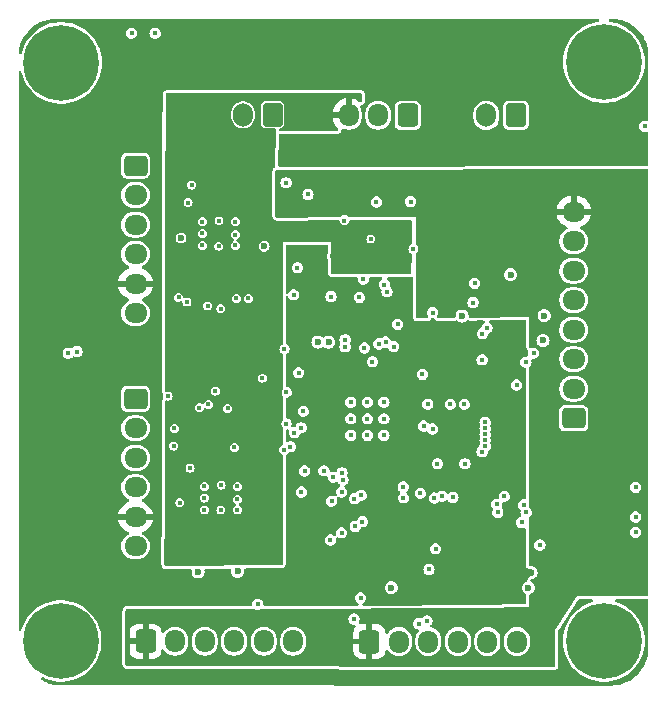
<source format=gbr>
%TF.GenerationSoftware,KiCad,Pcbnew,8.0.1*%
%TF.CreationDate,2024-10-23T08:32:37+02:00*%
%TF.ProjectId,StealthKitty.kicad_pro,53746561-6c74-4684-9b69-7474792e6b69,rev?*%
%TF.SameCoordinates,Original*%
%TF.FileFunction,Copper,L3,Inr*%
%TF.FilePolarity,Positive*%
%FSLAX46Y46*%
G04 Gerber Fmt 4.6, Leading zero omitted, Abs format (unit mm)*
G04 Created by KiCad (PCBNEW 8.0.1) date 2024-10-23 08:32:37*
%MOMM*%
%LPD*%
G01*
G04 APERTURE LIST*
G04 Aperture macros list*
%AMRoundRect*
0 Rectangle with rounded corners*
0 $1 Rounding radius*
0 $2 $3 $4 $5 $6 $7 $8 $9 X,Y pos of 4 corners*
0 Add a 4 corners polygon primitive as box body*
4,1,4,$2,$3,$4,$5,$6,$7,$8,$9,$2,$3,0*
0 Add four circle primitives for the rounded corners*
1,1,$1+$1,$2,$3*
1,1,$1+$1,$4,$5*
1,1,$1+$1,$6,$7*
1,1,$1+$1,$8,$9*
0 Add four rect primitives between the rounded corners*
20,1,$1+$1,$2,$3,$4,$5,0*
20,1,$1+$1,$4,$5,$6,$7,0*
20,1,$1+$1,$6,$7,$8,$9,0*
20,1,$1+$1,$8,$9,$2,$3,0*%
G04 Aperture macros list end*
%TA.AperFunction,ComponentPad*%
%ADD10RoundRect,0.250000X0.600000X0.725000X-0.600000X0.725000X-0.600000X-0.725000X0.600000X-0.725000X0*%
%TD*%
%TA.AperFunction,ComponentPad*%
%ADD11O,1.700000X1.950000*%
%TD*%
%TA.AperFunction,ComponentPad*%
%ADD12C,0.800000*%
%TD*%
%TA.AperFunction,ComponentPad*%
%ADD13C,6.400000*%
%TD*%
%TA.AperFunction,ComponentPad*%
%ADD14RoundRect,0.250000X0.600000X0.750000X-0.600000X0.750000X-0.600000X-0.750000X0.600000X-0.750000X0*%
%TD*%
%TA.AperFunction,ComponentPad*%
%ADD15O,1.700000X2.000000*%
%TD*%
%TA.AperFunction,ComponentPad*%
%ADD16RoundRect,0.250000X-0.600000X-0.725000X0.600000X-0.725000X0.600000X0.725000X-0.600000X0.725000X0*%
%TD*%
%TA.AperFunction,ComponentPad*%
%ADD17RoundRect,0.250000X0.725000X-0.600000X0.725000X0.600000X-0.725000X0.600000X-0.725000X-0.600000X0*%
%TD*%
%TA.AperFunction,ComponentPad*%
%ADD18O,1.950000X1.700000*%
%TD*%
%TA.AperFunction,ComponentPad*%
%ADD19RoundRect,0.250000X-0.725000X0.600000X-0.725000X-0.600000X0.725000X-0.600000X0.725000X0.600000X0*%
%TD*%
%TA.AperFunction,ViaPad*%
%ADD20C,0.600000*%
%TD*%
%TA.AperFunction,ViaPad*%
%ADD21C,0.450000*%
%TD*%
G04 APERTURE END LIST*
D10*
%TO.N,Net-(Alim_charger501-Pin_2)*%
%TO.C,SW501*%
X156000000Y-75000000D03*
D11*
%TO.N,Net-(BT501-+)*%
X153500000Y-75000000D03*
%TO.N,+VBAT*%
X151000000Y-75000000D03*
%TD*%
D12*
%TO.N,GND*%
%TO.C,H402*%
X170212500Y-70500000D03*
X170915444Y-68802944D03*
X170915444Y-72197056D03*
X172612500Y-68100000D03*
D13*
X172612500Y-70500000D03*
D12*
X172612500Y-72900000D03*
X174309556Y-68802944D03*
X174309556Y-72197056D03*
X175012500Y-70500000D03*
%TD*%
D14*
%TO.N,GND*%
%TO.C,Alim_charger501*%
X165162500Y-75000000D03*
D15*
%TO.N,Net-(Alim_charger501-Pin_2)*%
X162662500Y-75000000D03*
%TD*%
D16*
%TO.N,+5V*%
%TO.C,J301*%
X152750000Y-119550000D03*
D11*
%TO.N,SDA*%
X155250000Y-119550000D03*
%TO.N,SCL*%
X157750000Y-119550000D03*
%TO.N,INT_tof1*%
X160250000Y-119550000D03*
%TO.N,xshunt1*%
X162750000Y-119550000D03*
%TO.N,GND*%
X165250000Y-119550000D03*
%TD*%
D12*
%TO.N,GND*%
%TO.C,H401*%
X124262500Y-70550000D03*
X124965444Y-68852944D03*
X124965444Y-72247056D03*
X126662500Y-68150000D03*
D13*
X126662500Y-70550000D03*
D12*
X126662500Y-72950000D03*
X128359556Y-68852944D03*
X128359556Y-72247056D03*
X129062500Y-70550000D03*
%TD*%
D17*
%TO.N,unconnected-(J303-Pin_1-Pad1)*%
%TO.C,J303*%
X170050000Y-100650000D03*
D18*
%TO.N,M_EN*%
X170050000Y-98150000D03*
%TO.N,DEV_EN*%
X170050000Y-95650000D03*
%TO.N,M_SCTR*%
X170050000Y-93150000D03*
%TO.N,GND*%
X170050000Y-90650000D03*
%TO.N,Rx_lidar*%
X170050000Y-88150000D03*
%TO.N,Tx_Lidar*%
X170050000Y-85650000D03*
%TO.N,+5V*%
X170050000Y-83150000D03*
%TD*%
D14*
%TO.N,Net-(BT501-+)*%
%TO.C,BT501*%
X144550000Y-74950000D03*
D15*
%TO.N,GND*%
X142050000Y-74950000D03*
%TD*%
D19*
%TO.N,/motorisation Sheet/Motor1-*%
%TO.C,J201*%
X132950000Y-79250000D03*
D18*
%TO.N,GND*%
X132950000Y-81750000D03*
%TO.N,Codeur1_PH2*%
X132950000Y-84250000D03*
%TO.N,Codeur1_PH1*%
X132950000Y-86750000D03*
%TO.N,+3.3V*%
X132950000Y-89250000D03*
%TO.N,/motorisation Sheet/Motor1+*%
X132950000Y-91750000D03*
%TD*%
D12*
%TO.N,GND*%
%TO.C,H404*%
X124212500Y-119500000D03*
X124915444Y-117802944D03*
X124915444Y-121197056D03*
X126612500Y-117100000D03*
D13*
X126612500Y-119500000D03*
D12*
X126612500Y-121900000D03*
X128309556Y-117802944D03*
X128309556Y-121197056D03*
X129012500Y-119500000D03*
%TD*%
D19*
%TO.N,/motorisation Sheet/Motor2-*%
%TO.C,J202*%
X132950000Y-99000000D03*
D18*
%TO.N,GND*%
X132950000Y-101500000D03*
%TO.N,Codeur2_PH1*%
X132950000Y-104000000D03*
%TO.N,Codeur2_PH2*%
X132950000Y-106500000D03*
%TO.N,+3.3V*%
X132950000Y-109000000D03*
%TO.N,/motorisation Sheet/Motor2+*%
X132950000Y-111500000D03*
%TD*%
D16*
%TO.N,+5V*%
%TO.C,J302*%
X133800000Y-119525000D03*
D11*
%TO.N,SDA*%
X136300000Y-119525000D03*
%TO.N,SCL*%
X138800000Y-119525000D03*
%TO.N,INT_tof2*%
X141300000Y-119525000D03*
%TO.N,xshunt2*%
X143800000Y-119525000D03*
%TO.N,GND*%
X146300000Y-119525000D03*
%TD*%
D12*
%TO.N,GND*%
%TO.C,H403*%
X175012500Y-119500000D03*
X174309556Y-117802944D03*
X174309556Y-121197056D03*
X172612500Y-117100000D03*
D13*
X172612500Y-119500000D03*
D12*
X172612500Y-121900000D03*
X170915444Y-117802944D03*
X170915444Y-121197056D03*
X170212500Y-119500000D03*
%TD*%
D20*
%TO.N,+3.3V*%
X166430000Y-113720000D03*
D21*
%TO.N,GND*%
X142510000Y-90500000D03*
X139060000Y-91140000D03*
X140170000Y-91360000D03*
X162320000Y-93480000D03*
X162710000Y-93010000D03*
X161670000Y-89230000D03*
X139120000Y-99480000D03*
X135720000Y-98770000D03*
X157620000Y-117800000D03*
X156930000Y-118030000D03*
X165640000Y-109470000D03*
X167190000Y-111380000D03*
X164180000Y-107240000D03*
X159820000Y-107350000D03*
%TO.N,+3.3V*%
X151320000Y-96280000D03*
X149140000Y-95980000D03*
%TO.N,INT_tof1*%
X158250000Y-107400000D03*
X158350000Y-111700000D03*
%TO.N,+3.3V*%
X149750000Y-106800000D03*
X156300000Y-103900000D03*
X170069136Y-74814564D03*
X150000000Y-88920000D03*
X141310704Y-103104999D03*
X146100000Y-104350000D03*
X154825000Y-95700000D03*
X153200000Y-91100000D03*
X148250000Y-90450000D03*
X148250000Y-87850000D03*
X156130000Y-104530000D03*
X152900000Y-106750000D03*
X150700000Y-90400000D03*
X152900000Y-107400000D03*
%TO.N,+VBAT*%
X140700000Y-88600000D03*
X139551799Y-111044281D03*
X140865477Y-103560642D03*
X140000000Y-90500000D03*
X139500000Y-88600000D03*
X138500000Y-90300000D03*
D20*
X140600000Y-80800000D03*
D21*
X140809075Y-110951313D03*
X149625000Y-86910000D03*
%TO.N,+5V*%
X151425000Y-80360000D03*
X149100000Y-80700000D03*
X162650000Y-88400000D03*
X163400000Y-88400000D03*
X148530000Y-81700000D03*
X161900000Y-88400000D03*
X152525000Y-80360000D03*
%TO.N,PWM_MOT1_CH1*%
X147160000Y-100060000D03*
X146760000Y-96800000D03*
%TO.N,PWM_MOT1_CH2*%
X146400000Y-101862046D03*
D20*
X143850000Y-86090000D03*
D21*
%TO.N,PWM_MOT2_CH1*%
X145685000Y-101115000D03*
X145500000Y-103300000D03*
%TO.N,/brain Sheet/status_Purple*%
X128000000Y-95000000D03*
X143700000Y-97250000D03*
%TO.N,/brain Sheet/status_Orange*%
X145700000Y-98441224D03*
X127250000Y-95150000D03*
%TO.N,Rx_lidar*%
X150517156Y-105867156D03*
X166650000Y-95150000D03*
%TO.N,M_SCTR*%
X146970000Y-101443226D03*
X157236091Y-96936091D03*
%TO.N,M_EN*%
X165213909Y-97836091D03*
X157700000Y-99450000D03*
%TO.N,Tx_Lidar*%
X166000000Y-95900001D03*
X150428085Y-105257450D03*
%TO.N,Codeur1_PH1*%
X150400000Y-110350000D03*
X150400000Y-106900000D03*
%TO.N,Codeur1_PH2*%
X149550000Y-107668284D03*
X149450000Y-110950000D03*
%TO.N,Codeur2_PH2*%
X152150000Y-109400000D03*
X152063577Y-107169599D03*
%TO.N,Codeur2_PH1*%
X151550000Y-109800000D03*
X151477166Y-107450000D03*
%TO.N,/brain Sheet/SWCLK*%
X163525086Y-107940380D03*
X165800000Y-108000000D03*
%TO.N,/brain Sheet/SWDIO*%
X166020000Y-108610000D03*
X163625000Y-108618284D03*
%TO.N,SCL*%
X152000000Y-115850000D03*
X155615000Y-106450000D03*
%TO.N,SDA*%
X151450000Y-117650000D03*
X155636091Y-107386091D03*
%TO.N,INT_tof2*%
X158900000Y-107250000D03*
X143300000Y-116400000D03*
X157800000Y-113450000D03*
%TO.N,nCS*%
X153547345Y-94350689D03*
X146350000Y-90200000D03*
%TO.N,MOSI*%
X154128117Y-94200000D03*
D20*
X160600000Y-92000000D03*
D21*
X155150000Y-92700000D03*
D20*
%TO.N,INT1_adx*%
X148400000Y-94200000D03*
X164700000Y-88500000D03*
D21*
X152330000Y-94690000D03*
D20*
%TO.N,INT2_adx*%
X149300000Y-94200000D03*
D21*
X162300000Y-95700000D03*
X153010000Y-95860000D03*
%TO.N,GND*%
X145700000Y-80700000D03*
X141400000Y-85100000D03*
X140200000Y-106300000D03*
X153977688Y-99293226D03*
X175300000Y-110303479D03*
X162550000Y-102500000D03*
X162300000Y-103465352D03*
X139997469Y-86077010D03*
X137300000Y-90800000D03*
D20*
X154600000Y-115000000D03*
D21*
X141400000Y-86000000D03*
X158100000Y-101565352D03*
X138600000Y-85000000D03*
X156240000Y-82300000D03*
D20*
X167450000Y-94050000D03*
X167550000Y-91950000D03*
D21*
X136600000Y-90400000D03*
X141400000Y-84000000D03*
X138770169Y-108405175D03*
X159600000Y-99465352D03*
X149500000Y-90350000D03*
X151177688Y-99293226D03*
X157350000Y-101300000D03*
X152250000Y-88870000D03*
D20*
X166200000Y-115000000D03*
D21*
X161527367Y-90854679D03*
X141570169Y-106405175D03*
X132614564Y-68055864D03*
X154023955Y-89324557D03*
X158100000Y-91700000D03*
X153977688Y-102093226D03*
X141500000Y-90500000D03*
X156425000Y-86310000D03*
X137700000Y-80900000D03*
X138350000Y-99750000D03*
X136700000Y-107800000D03*
D20*
X136800000Y-85400000D03*
D21*
X150700000Y-94600000D03*
X162550000Y-103000000D03*
X154240000Y-89940000D03*
X162550000Y-102000000D03*
X152577688Y-102093226D03*
X138600000Y-84000000D03*
X145510000Y-94790000D03*
X150625000Y-83910000D03*
X150700000Y-94000000D03*
X141570169Y-108405175D03*
X138600000Y-86000000D03*
X147550000Y-81700000D03*
X151900000Y-90410000D03*
X140170169Y-108405175D03*
X154811159Y-94584802D03*
X146650000Y-87900000D03*
X138770169Y-107405175D03*
X151177688Y-102093226D03*
X162550000Y-101000000D03*
X141570169Y-107505175D03*
X146048289Y-103056316D03*
X136250000Y-101500000D03*
X160800000Y-99465352D03*
X160840972Y-104500000D03*
X175300000Y-109003479D03*
X162550000Y-101500000D03*
D20*
X141600000Y-113600000D03*
D21*
X152577688Y-100693226D03*
X137400000Y-82400000D03*
X138770169Y-106405175D03*
X157061091Y-106988909D03*
X153977688Y-100693226D03*
D20*
X138250000Y-113650000D03*
D21*
X137565477Y-104860642D03*
X134614564Y-68055864D03*
X151177688Y-100693226D03*
X149700000Y-105640000D03*
X136175000Y-103000000D03*
X175300000Y-106503479D03*
X158500000Y-104500000D03*
X176069136Y-75914564D03*
X140017931Y-83928566D03*
X147000000Y-106900000D03*
X152577688Y-99293226D03*
%TO.N,Net-(IC501-VCC)*%
X152875000Y-85465000D03*
X153335000Y-82345000D03*
%TO.N,/brain Sheet/status_LiDAR*%
X148900000Y-105100000D03*
X147268039Y-105119491D03*
%TO.N,Net-(R406-Pad2)*%
X139700000Y-98350000D03*
X140750000Y-99800000D03*
%TD*%
%TA.AperFunction,Conductor*%
%TO.N,+VBAT*%
G36*
X152060474Y-73109826D02*
G01*
X152106354Y-73162521D01*
X152117662Y-73216590D01*
X152107333Y-73776093D01*
X152086414Y-73842757D01*
X152032775Y-73887530D01*
X151963444Y-73896195D01*
X151900435Y-73866002D01*
X151895673Y-73861485D01*
X151879464Y-73845276D01*
X151879459Y-73845272D01*
X151707557Y-73720379D01*
X151518215Y-73623903D01*
X151316124Y-73558241D01*
X151250000Y-73547768D01*
X151250000Y-74595854D01*
X151183343Y-74557370D01*
X151062535Y-74525000D01*
X150937465Y-74525000D01*
X150816657Y-74557370D01*
X150750000Y-74595854D01*
X150750000Y-73547768D01*
X150749999Y-73547768D01*
X150683875Y-73558241D01*
X150481784Y-73623903D01*
X150292442Y-73720379D01*
X150120540Y-73845272D01*
X150120535Y-73845276D01*
X149970276Y-73995535D01*
X149970272Y-73995540D01*
X149845379Y-74167442D01*
X149748904Y-74356782D01*
X149683242Y-74558869D01*
X149683242Y-74558872D01*
X149652970Y-74750000D01*
X150595854Y-74750000D01*
X150557370Y-74816657D01*
X150525000Y-74937465D01*
X150525000Y-75062535D01*
X150557370Y-75183343D01*
X150595854Y-75250000D01*
X149652970Y-75250000D01*
X149683242Y-75441127D01*
X149683242Y-75441130D01*
X149748904Y-75643217D01*
X149845379Y-75832557D01*
X149970272Y-76004459D01*
X149970276Y-76004464D01*
X150094131Y-76128319D01*
X150127616Y-76189642D01*
X150122632Y-76259334D01*
X150080760Y-76315267D01*
X150015296Y-76339684D01*
X150006450Y-76340000D01*
X145244943Y-76340000D01*
X145177904Y-76320315D01*
X145132149Y-76267511D01*
X145122205Y-76198353D01*
X145151230Y-76134797D01*
X145210008Y-76097023D01*
X145225542Y-76093526D01*
X145275304Y-76085646D01*
X145388342Y-76028050D01*
X145478050Y-75938342D01*
X145535646Y-75825304D01*
X145535646Y-75825302D01*
X145535647Y-75825301D01*
X145546541Y-75756518D01*
X145550500Y-75731519D01*
X145550499Y-74168482D01*
X145535646Y-74074696D01*
X145478050Y-73961658D01*
X145478046Y-73961654D01*
X145478045Y-73961652D01*
X145388347Y-73871954D01*
X145388344Y-73871952D01*
X145388342Y-73871950D01*
X145311517Y-73832805D01*
X145275301Y-73814352D01*
X145181524Y-73799500D01*
X143918482Y-73799500D01*
X143837519Y-73812323D01*
X143824696Y-73814354D01*
X143711658Y-73871950D01*
X143711657Y-73871951D01*
X143711652Y-73871954D01*
X143621954Y-73961652D01*
X143621951Y-73961657D01*
X143564352Y-74074698D01*
X143549500Y-74168475D01*
X143549500Y-75731517D01*
X143553460Y-75756518D01*
X143564354Y-75825304D01*
X143621950Y-75938342D01*
X143621952Y-75938344D01*
X143621954Y-75938347D01*
X143711652Y-76028045D01*
X143711654Y-76028046D01*
X143711658Y-76028050D01*
X143824694Y-76085645D01*
X143824698Y-76085647D01*
X143918475Y-76100499D01*
X143918481Y-76100500D01*
X144750347Y-76100499D01*
X144817385Y-76120183D01*
X144863140Y-76172987D01*
X144873084Y-76242146D01*
X144844059Y-76305702D01*
X144837698Y-76312508D01*
X144810000Y-76339998D01*
X144787767Y-79299735D01*
X144767579Y-79366625D01*
X144725134Y-79406556D01*
X144705172Y-79417924D01*
X144652371Y-79463675D01*
X144620743Y-79496452D01*
X144574534Y-79584789D01*
X144574533Y-79584789D01*
X144554851Y-79651821D01*
X144554848Y-79651833D01*
X144544500Y-79723810D01*
X144544500Y-79723812D01*
X144544500Y-80700001D01*
X144544500Y-81700001D01*
X144544500Y-82345001D01*
X144544500Y-82644500D01*
X144544500Y-83525477D01*
X144550454Y-83580311D01*
X144561877Y-83632296D01*
X144561881Y-83632313D01*
X144568320Y-83655496D01*
X144568320Y-83655503D01*
X144568322Y-83655503D01*
X144569338Y-83659164D01*
X144569339Y-83659167D01*
X144595749Y-83705095D01*
X144619033Y-83745588D01*
X144665009Y-83798199D01*
X144697918Y-83829687D01*
X144786446Y-83875524D01*
X144853568Y-83894927D01*
X144925595Y-83904974D01*
X144925595Y-83904973D01*
X144925596Y-83904974D01*
X144960590Y-83904826D01*
X150134131Y-83883088D01*
X150201251Y-83902491D01*
X150247227Y-83955102D01*
X150257123Y-83987689D01*
X150263424Y-84027478D01*
X150263425Y-84027481D01*
X150263426Y-84027482D01*
X150309283Y-84117482D01*
X150317428Y-84133466D01*
X150317431Y-84133470D01*
X150401529Y-84217568D01*
X150401533Y-84217571D01*
X150401535Y-84217573D01*
X150507518Y-84271574D01*
X150507520Y-84271574D01*
X150507522Y-84271575D01*
X150624997Y-84290181D01*
X150625000Y-84290181D01*
X150625003Y-84290181D01*
X150742477Y-84271575D01*
X150742478Y-84271575D01*
X150742479Y-84271574D01*
X150742482Y-84271574D01*
X150848465Y-84217573D01*
X150932573Y-84133465D01*
X150986574Y-84027482D01*
X150993529Y-83983565D01*
X151023457Y-83920434D01*
X151082768Y-83883502D01*
X151115481Y-83878966D01*
X151203088Y-83878597D01*
X156213579Y-83857545D01*
X156280697Y-83876947D01*
X156326673Y-83929558D01*
X156338094Y-83982325D01*
X156326236Y-85863681D01*
X156306129Y-85930595D01*
X156258535Y-85973383D01*
X156201534Y-86002427D01*
X156201529Y-86002431D01*
X156117431Y-86086529D01*
X156117428Y-86086533D01*
X156063424Y-86192521D01*
X156063424Y-86192522D01*
X156044819Y-86309996D01*
X156044819Y-86310003D01*
X156063424Y-86427477D01*
X156063424Y-86427478D01*
X156063425Y-86427481D01*
X156063426Y-86427482D01*
X156102416Y-86504005D01*
X156117428Y-86533466D01*
X156117431Y-86533470D01*
X156201529Y-86617568D01*
X156201531Y-86617569D01*
X156201535Y-86617573D01*
X156252915Y-86643752D01*
X156303711Y-86691727D01*
X156320618Y-86755018D01*
X156310778Y-88316417D01*
X156290671Y-88383332D01*
X156237580Y-88428753D01*
X156186415Y-88439635D01*
X149644095Y-88420365D01*
X149577114Y-88400484D01*
X149531514Y-88347545D01*
X149520461Y-88295905D01*
X149530000Y-85730000D01*
X149529999Y-85730000D01*
X145400000Y-85750000D01*
X145400295Y-88741312D01*
X145404108Y-94346449D01*
X145384469Y-94413501D01*
X145336404Y-94457017D01*
X145286536Y-94482426D01*
X145286529Y-94482431D01*
X145202431Y-94566529D01*
X145202428Y-94566533D01*
X145148424Y-94672521D01*
X145148424Y-94672522D01*
X145129819Y-94789996D01*
X145129819Y-94790003D01*
X145148424Y-94907477D01*
X145148424Y-94907478D01*
X145148425Y-94907481D01*
X145148426Y-94907482D01*
X145175987Y-94961574D01*
X145202428Y-95013466D01*
X145202431Y-95013470D01*
X145286529Y-95097568D01*
X145286533Y-95097571D01*
X145286535Y-95097573D01*
X145337008Y-95123290D01*
X145387803Y-95171263D01*
X145404712Y-95233690D01*
X145406703Y-98159886D01*
X145393188Y-98216264D01*
X145338425Y-98323742D01*
X145338424Y-98323746D01*
X145319819Y-98441220D01*
X145319819Y-98441227D01*
X145338424Y-98558701D01*
X145338425Y-98558705D01*
X145393571Y-98666935D01*
X145407086Y-98723145D01*
X145408506Y-100809009D01*
X145388867Y-100876061D01*
X145382909Y-100883461D01*
X145383160Y-100883644D01*
X145377425Y-100891536D01*
X145323425Y-100997518D01*
X145323424Y-100997522D01*
X145304819Y-101114996D01*
X145304819Y-101115003D01*
X145323424Y-101232477D01*
X145323424Y-101232478D01*
X145323425Y-101232481D01*
X145323426Y-101232482D01*
X145370945Y-101325744D01*
X145377428Y-101338466D01*
X145383166Y-101346364D01*
X145380576Y-101348244D01*
X145406088Y-101394965D01*
X145408922Y-101421239D01*
X145409893Y-102848406D01*
X145390254Y-102915458D01*
X145342189Y-102958974D01*
X145276536Y-102992426D01*
X145276529Y-102992431D01*
X145192431Y-103076529D01*
X145192428Y-103076533D01*
X145138424Y-103182521D01*
X145138424Y-103182522D01*
X145119819Y-103299996D01*
X145119819Y-103300003D01*
X145138424Y-103417477D01*
X145138424Y-103417478D01*
X145138425Y-103417481D01*
X145138426Y-103417482D01*
X145190569Y-103519819D01*
X145192428Y-103523466D01*
X145192431Y-103523470D01*
X145276529Y-103607568D01*
X145276532Y-103607570D01*
X145276535Y-103607573D01*
X145342803Y-103641338D01*
X145393598Y-103689311D01*
X145410508Y-103751738D01*
X145416774Y-112959113D01*
X145397135Y-113026165D01*
X145344362Y-113071956D01*
X145293611Y-113083194D01*
X135525131Y-113149155D01*
X135457960Y-113129924D01*
X135411850Y-113077430D01*
X135400294Y-113024867D01*
X135410257Y-108785356D01*
X135411150Y-108405178D01*
X138389988Y-108405178D01*
X138408593Y-108522652D01*
X138408593Y-108522653D01*
X138408594Y-108522656D01*
X138408595Y-108522657D01*
X138453098Y-108610000D01*
X138462597Y-108628641D01*
X138462600Y-108628645D01*
X138546698Y-108712743D01*
X138546702Y-108712746D01*
X138546704Y-108712748D01*
X138652687Y-108766749D01*
X138652689Y-108766749D01*
X138652691Y-108766750D01*
X138770166Y-108785356D01*
X138770169Y-108785356D01*
X138770172Y-108785356D01*
X138887646Y-108766750D01*
X138887647Y-108766750D01*
X138887648Y-108766749D01*
X138887651Y-108766749D01*
X138993634Y-108712748D01*
X139077742Y-108628640D01*
X139131743Y-108522657D01*
X139147433Y-108423595D01*
X139150350Y-108405178D01*
X139789988Y-108405178D01*
X139808593Y-108522652D01*
X139808593Y-108522653D01*
X139808594Y-108522656D01*
X139808595Y-108522657D01*
X139853098Y-108610000D01*
X139862597Y-108628641D01*
X139862600Y-108628645D01*
X139946698Y-108712743D01*
X139946702Y-108712746D01*
X139946704Y-108712748D01*
X140052687Y-108766749D01*
X140052689Y-108766749D01*
X140052691Y-108766750D01*
X140170166Y-108785356D01*
X140170169Y-108785356D01*
X140170172Y-108785356D01*
X140287646Y-108766750D01*
X140287647Y-108766750D01*
X140287648Y-108766749D01*
X140287651Y-108766749D01*
X140393634Y-108712748D01*
X140477742Y-108628640D01*
X140531743Y-108522657D01*
X140547433Y-108423595D01*
X140550350Y-108405178D01*
X141189988Y-108405178D01*
X141208593Y-108522652D01*
X141208593Y-108522653D01*
X141208594Y-108522656D01*
X141208595Y-108522657D01*
X141253098Y-108610000D01*
X141262597Y-108628641D01*
X141262600Y-108628645D01*
X141346698Y-108712743D01*
X141346702Y-108712746D01*
X141346704Y-108712748D01*
X141452687Y-108766749D01*
X141452689Y-108766749D01*
X141452691Y-108766750D01*
X141570166Y-108785356D01*
X141570169Y-108785356D01*
X141570172Y-108785356D01*
X141687646Y-108766750D01*
X141687647Y-108766750D01*
X141687648Y-108766749D01*
X141687651Y-108766749D01*
X141793634Y-108712748D01*
X141877742Y-108628640D01*
X141931743Y-108522657D01*
X141947433Y-108423595D01*
X141950350Y-108405178D01*
X141950350Y-108405171D01*
X141931744Y-108287697D01*
X141931744Y-108287696D01*
X141931743Y-108287694D01*
X141931743Y-108287693D01*
X141877742Y-108181710D01*
X141877740Y-108181708D01*
X141877737Y-108181704D01*
X141793639Y-108097606D01*
X141793635Y-108097603D01*
X141793634Y-108097602D01*
X141730941Y-108065658D01*
X141680147Y-108017686D01*
X141663351Y-107949865D01*
X141685888Y-107883730D01*
X141730941Y-107844691D01*
X141793634Y-107812748D01*
X141877742Y-107728640D01*
X141931743Y-107622657D01*
X141939048Y-107576535D01*
X141950350Y-107505178D01*
X141950350Y-107505171D01*
X141931744Y-107387697D01*
X141931744Y-107387696D01*
X141931743Y-107387694D01*
X141931743Y-107387693D01*
X141877742Y-107281710D01*
X141877740Y-107281708D01*
X141877737Y-107281704D01*
X141793639Y-107197606D01*
X141793635Y-107197603D01*
X141793634Y-107197602D01*
X141687651Y-107143601D01*
X141687649Y-107143600D01*
X141687646Y-107143599D01*
X141570172Y-107124994D01*
X141570166Y-107124994D01*
X141452691Y-107143599D01*
X141452690Y-107143599D01*
X141346702Y-107197603D01*
X141346698Y-107197606D01*
X141262600Y-107281704D01*
X141262597Y-107281708D01*
X141208593Y-107387696D01*
X141208593Y-107387697D01*
X141189988Y-107505171D01*
X141189988Y-107505178D01*
X141208593Y-107622652D01*
X141208593Y-107622653D01*
X141208594Y-107622656D01*
X141208595Y-107622657D01*
X141254496Y-107712743D01*
X141262597Y-107728641D01*
X141262600Y-107728645D01*
X141346698Y-107812743D01*
X141346700Y-107812744D01*
X141346704Y-107812748D01*
X141409396Y-107844691D01*
X141460191Y-107892665D01*
X141476986Y-107960486D01*
X141454449Y-108026620D01*
X141409396Y-108065658D01*
X141346704Y-108097602D01*
X141346703Y-108097603D01*
X141346698Y-108097606D01*
X141262600Y-108181704D01*
X141262597Y-108181708D01*
X141208593Y-108287696D01*
X141208593Y-108287697D01*
X141189988Y-108405171D01*
X141189988Y-108405178D01*
X140550350Y-108405178D01*
X140550350Y-108405171D01*
X140531744Y-108287697D01*
X140531744Y-108287696D01*
X140531743Y-108287694D01*
X140531743Y-108287693D01*
X140477742Y-108181710D01*
X140477740Y-108181708D01*
X140477737Y-108181704D01*
X140393639Y-108097606D01*
X140393635Y-108097603D01*
X140393634Y-108097602D01*
X140287651Y-108043601D01*
X140287649Y-108043600D01*
X140287646Y-108043599D01*
X140170172Y-108024994D01*
X140170166Y-108024994D01*
X140052691Y-108043599D01*
X140052690Y-108043599D01*
X139946702Y-108097603D01*
X139946698Y-108097606D01*
X139862600Y-108181704D01*
X139862597Y-108181708D01*
X139808593Y-108287696D01*
X139808593Y-108287697D01*
X139789988Y-108405171D01*
X139789988Y-108405178D01*
X139150350Y-108405178D01*
X139150350Y-108405171D01*
X139131744Y-108287697D01*
X139131744Y-108287696D01*
X139131743Y-108287694D01*
X139131743Y-108287693D01*
X139077742Y-108181710D01*
X139077740Y-108181708D01*
X139077737Y-108181704D01*
X138993639Y-108097606D01*
X138993635Y-108097603D01*
X138993634Y-108097602D01*
X138887651Y-108043601D01*
X138887649Y-108043600D01*
X138887646Y-108043599D01*
X138786929Y-108027648D01*
X138770481Y-108019851D01*
X138753409Y-108027648D01*
X138652690Y-108043599D01*
X138546702Y-108097603D01*
X138546698Y-108097606D01*
X138462600Y-108181704D01*
X138462597Y-108181708D01*
X138408593Y-108287696D01*
X138408593Y-108287697D01*
X138389988Y-108405171D01*
X138389988Y-108405178D01*
X135411150Y-108405178D01*
X135412572Y-107800003D01*
X136319819Y-107800003D01*
X136338424Y-107917477D01*
X136338424Y-107917478D01*
X136338425Y-107917481D01*
X136338426Y-107917482D01*
X136389482Y-108017686D01*
X136392428Y-108023466D01*
X136392431Y-108023470D01*
X136476529Y-108107568D01*
X136476533Y-108107571D01*
X136476535Y-108107573D01*
X136582518Y-108161574D01*
X136582520Y-108161574D01*
X136582522Y-108161575D01*
X136699997Y-108180181D01*
X136700000Y-108180181D01*
X136700003Y-108180181D01*
X136817477Y-108161575D01*
X136817478Y-108161575D01*
X136817479Y-108161574D01*
X136817482Y-108161574D01*
X136923465Y-108107573D01*
X137007573Y-108023465D01*
X137061574Y-107917482D01*
X137061575Y-107917477D01*
X137080181Y-107800003D01*
X137080181Y-107799996D01*
X137061575Y-107682522D01*
X137061575Y-107682521D01*
X137061574Y-107682519D01*
X137061574Y-107682518D01*
X137007573Y-107576535D01*
X137007571Y-107576533D01*
X137007568Y-107576529D01*
X136923470Y-107492431D01*
X136923466Y-107492428D01*
X136923465Y-107492427D01*
X136817482Y-107438426D01*
X136817480Y-107438425D01*
X136817477Y-107438424D01*
X136700003Y-107419819D01*
X136699997Y-107419819D01*
X136582522Y-107438424D01*
X136582521Y-107438424D01*
X136476533Y-107492428D01*
X136476529Y-107492431D01*
X136392431Y-107576529D01*
X136392428Y-107576533D01*
X136338424Y-107682521D01*
X136338424Y-107682522D01*
X136319819Y-107799996D01*
X136319819Y-107800003D01*
X135412572Y-107800003D01*
X135413500Y-107405178D01*
X138389988Y-107405178D01*
X138408593Y-107522652D01*
X138408593Y-107522653D01*
X138408594Y-107522656D01*
X138408595Y-107522657D01*
X138459959Y-107623465D01*
X138462597Y-107628641D01*
X138462600Y-107628645D01*
X138546698Y-107712743D01*
X138546702Y-107712746D01*
X138546704Y-107712748D01*
X138652687Y-107766749D01*
X138652688Y-107766749D01*
X138652690Y-107766750D01*
X138753409Y-107782702D01*
X138769855Y-107790498D01*
X138786929Y-107782702D01*
X138887646Y-107766750D01*
X138887647Y-107766750D01*
X138887648Y-107766749D01*
X138887651Y-107766749D01*
X138993634Y-107712748D01*
X139077742Y-107628640D01*
X139131743Y-107522657D01*
X139132563Y-107517482D01*
X139150350Y-107405178D01*
X139150350Y-107405171D01*
X139131744Y-107287697D01*
X139131744Y-107287696D01*
X139131743Y-107287694D01*
X139131743Y-107287693D01*
X139077742Y-107181710D01*
X139077740Y-107181708D01*
X139077737Y-107181704D01*
X138993639Y-107097606D01*
X138993635Y-107097603D01*
X138993634Y-107097602D01*
X138887651Y-107043601D01*
X138887649Y-107043600D01*
X138887646Y-107043599D01*
X138786929Y-107027648D01*
X138770481Y-107019851D01*
X138753409Y-107027648D01*
X138652690Y-107043599D01*
X138546702Y-107097603D01*
X138546698Y-107097606D01*
X138462600Y-107181704D01*
X138462597Y-107181708D01*
X138408593Y-107287696D01*
X138408593Y-107287697D01*
X138389988Y-107405171D01*
X138389988Y-107405178D01*
X135413500Y-107405178D01*
X135415850Y-106405178D01*
X138389988Y-106405178D01*
X138408593Y-106522652D01*
X138408593Y-106522653D01*
X138408594Y-106522656D01*
X138408595Y-106522657D01*
X138461931Y-106627335D01*
X138462597Y-106628641D01*
X138462600Y-106628645D01*
X138546698Y-106712743D01*
X138546702Y-106712746D01*
X138546704Y-106712748D01*
X138652687Y-106766749D01*
X138652688Y-106766749D01*
X138652690Y-106766750D01*
X138753409Y-106782702D01*
X138769855Y-106790498D01*
X138786929Y-106782702D01*
X138887646Y-106766750D01*
X138887647Y-106766750D01*
X138887648Y-106766749D01*
X138887651Y-106766749D01*
X138993634Y-106712748D01*
X139077742Y-106628640D01*
X139131743Y-106522657D01*
X139131744Y-106522652D01*
X139150350Y-106405178D01*
X139150350Y-106405171D01*
X139133693Y-106300003D01*
X139819819Y-106300003D01*
X139838424Y-106417477D01*
X139838424Y-106417478D01*
X139838425Y-106417481D01*
X139838426Y-106417482D01*
X139892015Y-106522657D01*
X139892428Y-106523466D01*
X139892431Y-106523470D01*
X139976529Y-106607568D01*
X139976533Y-106607571D01*
X139976535Y-106607573D01*
X140082518Y-106661574D01*
X140082520Y-106661574D01*
X140082522Y-106661575D01*
X140199997Y-106680181D01*
X140200000Y-106680181D01*
X140200003Y-106680181D01*
X140317477Y-106661575D01*
X140317478Y-106661575D01*
X140317479Y-106661574D01*
X140317482Y-106661574D01*
X140423465Y-106607573D01*
X140507573Y-106523465D01*
X140561574Y-106417482D01*
X140563523Y-106405178D01*
X141189988Y-106405178D01*
X141208593Y-106522652D01*
X141208593Y-106522653D01*
X141208594Y-106522656D01*
X141208595Y-106522657D01*
X141261931Y-106627335D01*
X141262597Y-106628641D01*
X141262600Y-106628645D01*
X141346698Y-106712743D01*
X141346702Y-106712746D01*
X141346704Y-106712748D01*
X141452687Y-106766749D01*
X141452689Y-106766749D01*
X141452691Y-106766750D01*
X141570166Y-106785356D01*
X141570169Y-106785356D01*
X141570172Y-106785356D01*
X141687646Y-106766750D01*
X141687647Y-106766750D01*
X141687648Y-106766749D01*
X141687651Y-106766749D01*
X141793634Y-106712748D01*
X141877742Y-106628640D01*
X141931743Y-106522657D01*
X141931744Y-106522652D01*
X141950350Y-106405178D01*
X141950350Y-106405171D01*
X141931744Y-106287697D01*
X141931744Y-106287696D01*
X141931743Y-106287694D01*
X141931743Y-106287693D01*
X141877742Y-106181710D01*
X141877740Y-106181708D01*
X141877737Y-106181704D01*
X141793639Y-106097606D01*
X141793635Y-106097603D01*
X141793634Y-106097602D01*
X141687651Y-106043601D01*
X141687649Y-106043600D01*
X141687646Y-106043599D01*
X141570172Y-106024994D01*
X141570166Y-106024994D01*
X141452691Y-106043599D01*
X141452690Y-106043599D01*
X141346702Y-106097603D01*
X141346698Y-106097606D01*
X141262600Y-106181704D01*
X141262597Y-106181708D01*
X141208593Y-106287696D01*
X141208593Y-106287697D01*
X141189988Y-106405171D01*
X141189988Y-106405178D01*
X140563523Y-106405178D01*
X140574558Y-106335503D01*
X140580181Y-106300003D01*
X140580181Y-106299996D01*
X140561575Y-106182522D01*
X140561575Y-106182521D01*
X140561574Y-106182519D01*
X140561574Y-106182518D01*
X140507573Y-106076535D01*
X140507571Y-106076533D01*
X140507568Y-106076529D01*
X140423470Y-105992431D01*
X140423466Y-105992428D01*
X140423465Y-105992427D01*
X140317482Y-105938426D01*
X140317480Y-105938425D01*
X140317477Y-105938424D01*
X140200003Y-105919819D01*
X140199997Y-105919819D01*
X140082522Y-105938424D01*
X140082521Y-105938424D01*
X139976533Y-105992428D01*
X139976529Y-105992431D01*
X139892431Y-106076529D01*
X139892428Y-106076533D01*
X139838424Y-106182521D01*
X139838424Y-106182522D01*
X139819819Y-106299996D01*
X139819819Y-106300003D01*
X139133693Y-106300003D01*
X139131744Y-106287697D01*
X139131744Y-106287696D01*
X139131743Y-106287694D01*
X139131743Y-106287693D01*
X139077742Y-106181710D01*
X139077740Y-106181708D01*
X139077737Y-106181704D01*
X138993639Y-106097606D01*
X138993635Y-106097603D01*
X138993634Y-106097602D01*
X138887651Y-106043601D01*
X138887649Y-106043600D01*
X138887646Y-106043599D01*
X138770172Y-106024994D01*
X138770166Y-106024994D01*
X138652691Y-106043599D01*
X138652690Y-106043599D01*
X138546702Y-106097603D01*
X138546698Y-106097606D01*
X138462600Y-106181704D01*
X138462597Y-106181708D01*
X138408593Y-106287696D01*
X138408593Y-106287697D01*
X138389988Y-106405171D01*
X138389988Y-106405178D01*
X135415850Y-106405178D01*
X135419479Y-104860645D01*
X137185296Y-104860645D01*
X137203901Y-104978119D01*
X137203901Y-104978120D01*
X137257905Y-105084108D01*
X137257908Y-105084112D01*
X137342006Y-105168210D01*
X137342010Y-105168213D01*
X137342012Y-105168215D01*
X137447995Y-105222216D01*
X137447997Y-105222216D01*
X137447999Y-105222217D01*
X137565474Y-105240823D01*
X137565477Y-105240823D01*
X137565480Y-105240823D01*
X137682954Y-105222217D01*
X137682955Y-105222217D01*
X137682956Y-105222216D01*
X137682959Y-105222216D01*
X137788942Y-105168215D01*
X137873050Y-105084107D01*
X137927051Y-104978124D01*
X137945658Y-104860642D01*
X137945658Y-104860638D01*
X137927052Y-104743164D01*
X137927052Y-104743163D01*
X137927051Y-104743161D01*
X137927051Y-104743160D01*
X137873050Y-104637177D01*
X137873048Y-104637175D01*
X137873045Y-104637171D01*
X137788947Y-104553073D01*
X137788943Y-104553070D01*
X137788942Y-104553069D01*
X137682959Y-104499068D01*
X137682957Y-104499067D01*
X137682954Y-104499066D01*
X137565480Y-104480461D01*
X137565474Y-104480461D01*
X137447999Y-104499066D01*
X137447998Y-104499066D01*
X137342010Y-104553070D01*
X137342006Y-104553073D01*
X137257908Y-104637171D01*
X137257905Y-104637175D01*
X137203901Y-104743163D01*
X137203901Y-104743164D01*
X137185296Y-104860638D01*
X137185296Y-104860645D01*
X135419479Y-104860645D01*
X135423852Y-103000003D01*
X135794819Y-103000003D01*
X135813424Y-103117477D01*
X135813424Y-103117478D01*
X135813425Y-103117481D01*
X135813426Y-103117482D01*
X135866923Y-103222476D01*
X135867428Y-103223466D01*
X135867431Y-103223470D01*
X135951529Y-103307568D01*
X135951533Y-103307571D01*
X135951535Y-103307573D01*
X136057518Y-103361574D01*
X136057520Y-103361574D01*
X136057522Y-103361575D01*
X136174997Y-103380181D01*
X136175000Y-103380181D01*
X136175003Y-103380181D01*
X136292477Y-103361575D01*
X136292478Y-103361575D01*
X136292479Y-103361574D01*
X136292482Y-103361574D01*
X136398465Y-103307573D01*
X136482573Y-103223465D01*
X136536574Y-103117482D01*
X136538551Y-103105002D01*
X140930523Y-103105002D01*
X140949128Y-103222476D01*
X140949128Y-103222477D01*
X140949129Y-103222480D01*
X140949130Y-103222481D01*
X140992485Y-103307571D01*
X141003132Y-103328465D01*
X141003135Y-103328469D01*
X141087233Y-103412567D01*
X141087237Y-103412570D01*
X141087239Y-103412572D01*
X141193222Y-103466573D01*
X141193224Y-103466573D01*
X141193226Y-103466574D01*
X141310701Y-103485180D01*
X141310704Y-103485180D01*
X141310707Y-103485180D01*
X141428181Y-103466574D01*
X141428182Y-103466574D01*
X141428183Y-103466573D01*
X141428186Y-103466573D01*
X141534169Y-103412572D01*
X141618277Y-103328464D01*
X141672278Y-103222481D01*
X141678607Y-103182521D01*
X141690885Y-103105002D01*
X141690885Y-103104995D01*
X141672279Y-102987521D01*
X141672279Y-102987520D01*
X141672278Y-102987518D01*
X141672278Y-102987517D01*
X141618277Y-102881534D01*
X141618275Y-102881532D01*
X141618272Y-102881528D01*
X141534174Y-102797430D01*
X141534170Y-102797427D01*
X141534169Y-102797426D01*
X141428186Y-102743425D01*
X141428184Y-102743424D01*
X141428181Y-102743423D01*
X141310707Y-102724818D01*
X141310701Y-102724818D01*
X141193226Y-102743423D01*
X141193225Y-102743423D01*
X141087237Y-102797427D01*
X141087233Y-102797430D01*
X141003135Y-102881528D01*
X141003132Y-102881532D01*
X140949128Y-102987520D01*
X140949128Y-102987521D01*
X140930523Y-103104995D01*
X140930523Y-103105002D01*
X136538551Y-103105002D01*
X136538552Y-103104995D01*
X136555181Y-103000003D01*
X136555181Y-102999996D01*
X136536575Y-102882522D01*
X136536575Y-102882521D01*
X136536574Y-102882519D01*
X136536574Y-102882518D01*
X136482573Y-102776535D01*
X136482571Y-102776533D01*
X136482568Y-102776529D01*
X136398470Y-102692431D01*
X136398466Y-102692428D01*
X136398465Y-102692427D01*
X136292482Y-102638426D01*
X136292480Y-102638425D01*
X136292477Y-102638424D01*
X136175003Y-102619819D01*
X136174997Y-102619819D01*
X136057522Y-102638424D01*
X136057521Y-102638424D01*
X135951533Y-102692428D01*
X135951529Y-102692431D01*
X135867431Y-102776529D01*
X135867428Y-102776533D01*
X135813424Y-102882521D01*
X135813424Y-102882522D01*
X135794819Y-102999996D01*
X135794819Y-103000003D01*
X135423852Y-103000003D01*
X135427377Y-101500003D01*
X135869819Y-101500003D01*
X135888424Y-101617477D01*
X135888424Y-101617478D01*
X135888425Y-101617481D01*
X135888426Y-101617482D01*
X135899176Y-101638581D01*
X135942428Y-101723466D01*
X135942431Y-101723470D01*
X136026529Y-101807568D01*
X136026533Y-101807571D01*
X136026535Y-101807573D01*
X136132518Y-101861574D01*
X136132520Y-101861574D01*
X136132522Y-101861575D01*
X136249997Y-101880181D01*
X136250000Y-101880181D01*
X136250003Y-101880181D01*
X136367477Y-101861575D01*
X136367478Y-101861575D01*
X136367479Y-101861574D01*
X136367482Y-101861574D01*
X136473465Y-101807573D01*
X136557573Y-101723465D01*
X136611574Y-101617482D01*
X136620566Y-101560708D01*
X136630181Y-101500003D01*
X136630181Y-101499996D01*
X136611575Y-101382522D01*
X136611575Y-101382521D01*
X136611574Y-101382519D01*
X136611574Y-101382518D01*
X136557573Y-101276535D01*
X136557571Y-101276533D01*
X136557568Y-101276529D01*
X136473470Y-101192431D01*
X136473466Y-101192428D01*
X136473465Y-101192427D01*
X136367482Y-101138426D01*
X136367480Y-101138425D01*
X136367477Y-101138424D01*
X136250003Y-101119819D01*
X136249997Y-101119819D01*
X136132522Y-101138424D01*
X136132521Y-101138424D01*
X136026533Y-101192428D01*
X136026529Y-101192431D01*
X135942431Y-101276529D01*
X135942428Y-101276533D01*
X135888424Y-101382521D01*
X135888424Y-101382522D01*
X135869819Y-101499996D01*
X135869819Y-101500003D01*
X135427377Y-101500003D01*
X135431489Y-99750003D01*
X137969819Y-99750003D01*
X137988424Y-99867477D01*
X137988424Y-99867478D01*
X137988425Y-99867481D01*
X137988426Y-99867482D01*
X138013902Y-99917482D01*
X138042428Y-99973466D01*
X138042431Y-99973470D01*
X138126529Y-100057568D01*
X138126533Y-100057571D01*
X138126535Y-100057573D01*
X138232518Y-100111574D01*
X138232520Y-100111574D01*
X138232522Y-100111575D01*
X138349997Y-100130181D01*
X138350000Y-100130181D01*
X138350003Y-100130181D01*
X138467477Y-100111575D01*
X138467478Y-100111575D01*
X138467479Y-100111574D01*
X138467482Y-100111574D01*
X138573465Y-100057573D01*
X138657573Y-99973465D01*
X138711574Y-99867482D01*
X138711575Y-99867477D01*
X138714591Y-99858197D01*
X138717826Y-99859248D01*
X138740297Y-99811804D01*
X138799595Y-99774851D01*
X138869458Y-99775824D01*
X138889165Y-99783818D01*
X139002518Y-99841574D01*
X139002522Y-99841575D01*
X139119997Y-99860181D01*
X139120000Y-99860181D01*
X139120003Y-99860181D01*
X139237477Y-99841575D01*
X139237478Y-99841575D01*
X139237479Y-99841574D01*
X139237482Y-99841574D01*
X139319070Y-99800003D01*
X140369819Y-99800003D01*
X140388424Y-99917477D01*
X140388424Y-99917478D01*
X140388425Y-99917481D01*
X140388426Y-99917482D01*
X140438530Y-100015817D01*
X140442428Y-100023466D01*
X140442431Y-100023470D01*
X140526529Y-100107568D01*
X140526533Y-100107571D01*
X140526535Y-100107573D01*
X140632518Y-100161574D01*
X140632520Y-100161574D01*
X140632522Y-100161575D01*
X140749997Y-100180181D01*
X140750000Y-100180181D01*
X140750003Y-100180181D01*
X140867477Y-100161575D01*
X140867478Y-100161575D01*
X140867479Y-100161574D01*
X140867482Y-100161574D01*
X140973465Y-100107573D01*
X141057573Y-100023465D01*
X141111574Y-99917482D01*
X141119494Y-99867477D01*
X141130181Y-99800003D01*
X141130181Y-99799996D01*
X141111575Y-99682522D01*
X141111575Y-99682521D01*
X141111574Y-99682519D01*
X141111574Y-99682518D01*
X141057573Y-99576535D01*
X141057571Y-99576533D01*
X141057568Y-99576529D01*
X140973470Y-99492431D01*
X140973466Y-99492428D01*
X140973465Y-99492427D01*
X140867482Y-99438426D01*
X140867480Y-99438425D01*
X140867477Y-99438424D01*
X140750003Y-99419819D01*
X140749997Y-99419819D01*
X140632522Y-99438424D01*
X140632521Y-99438424D01*
X140526533Y-99492428D01*
X140526529Y-99492431D01*
X140442431Y-99576529D01*
X140442428Y-99576533D01*
X140388424Y-99682521D01*
X140388424Y-99682522D01*
X140369819Y-99799996D01*
X140369819Y-99800003D01*
X139319070Y-99800003D01*
X139343465Y-99787573D01*
X139427573Y-99703465D01*
X139481574Y-99597482D01*
X139494370Y-99516691D01*
X139500181Y-99480003D01*
X139500181Y-99479996D01*
X139481575Y-99362522D01*
X139481575Y-99362521D01*
X139481574Y-99362519D01*
X139481574Y-99362518D01*
X139427573Y-99256535D01*
X139427571Y-99256533D01*
X139427568Y-99256529D01*
X139343470Y-99172431D01*
X139343466Y-99172428D01*
X139343465Y-99172427D01*
X139237482Y-99118426D01*
X139237480Y-99118425D01*
X139237477Y-99118424D01*
X139120003Y-99099819D01*
X139119997Y-99099819D01*
X139002522Y-99118424D01*
X139002521Y-99118424D01*
X138896533Y-99172428D01*
X138896529Y-99172431D01*
X138812431Y-99256529D01*
X138812428Y-99256533D01*
X138758424Y-99362521D01*
X138755409Y-99371803D01*
X138752180Y-99370753D01*
X138729660Y-99418242D01*
X138670343Y-99455165D01*
X138600480Y-99454157D01*
X138580834Y-99446181D01*
X138467481Y-99388425D01*
X138467477Y-99388424D01*
X138350003Y-99369819D01*
X138349997Y-99369819D01*
X138232522Y-99388424D01*
X138232521Y-99388424D01*
X138126533Y-99442428D01*
X138126529Y-99442431D01*
X138042431Y-99526529D01*
X138042428Y-99526533D01*
X137988424Y-99632521D01*
X137988424Y-99632522D01*
X137969819Y-99749996D01*
X137969819Y-99750003D01*
X135431489Y-99750003D01*
X135432672Y-99246763D01*
X135452514Y-99179774D01*
X135505426Y-99134143D01*
X135574607Y-99124362D01*
X135594997Y-99129129D01*
X135602509Y-99131569D01*
X135602518Y-99131574D01*
X135644793Y-99138269D01*
X135719997Y-99150181D01*
X135720000Y-99150181D01*
X135720003Y-99150181D01*
X135837477Y-99131575D01*
X135837478Y-99131575D01*
X135837479Y-99131574D01*
X135837482Y-99131574D01*
X135943465Y-99077573D01*
X136027573Y-98993465D01*
X136081574Y-98887482D01*
X136083914Y-98872706D01*
X136100181Y-98770003D01*
X136100181Y-98769996D01*
X136081575Y-98652522D01*
X136081575Y-98652521D01*
X136081574Y-98652519D01*
X136081574Y-98652518D01*
X136027573Y-98546535D01*
X136027571Y-98546533D01*
X136027568Y-98546529D01*
X135943470Y-98462431D01*
X135943466Y-98462428D01*
X135943465Y-98462427D01*
X135837482Y-98408426D01*
X135837480Y-98408425D01*
X135837477Y-98408424D01*
X135720003Y-98389819D01*
X135719997Y-98389819D01*
X135602518Y-98408425D01*
X135597228Y-98410144D01*
X135527387Y-98412136D01*
X135467556Y-98376052D01*
X135454750Y-98350003D01*
X139319819Y-98350003D01*
X139338424Y-98467477D01*
X139338424Y-98467478D01*
X139338425Y-98467481D01*
X139338426Y-98467482D01*
X139384906Y-98558705D01*
X139392428Y-98573466D01*
X139392431Y-98573470D01*
X139476529Y-98657568D01*
X139476533Y-98657571D01*
X139476535Y-98657573D01*
X139582518Y-98711574D01*
X139582520Y-98711574D01*
X139582522Y-98711575D01*
X139699997Y-98730181D01*
X139700000Y-98730181D01*
X139700003Y-98730181D01*
X139817477Y-98711575D01*
X139817478Y-98711575D01*
X139817479Y-98711574D01*
X139817482Y-98711574D01*
X139923465Y-98657573D01*
X140007573Y-98573465D01*
X140061574Y-98467482D01*
X140062374Y-98462431D01*
X140080181Y-98350003D01*
X140080181Y-98349996D01*
X140061575Y-98232522D01*
X140061575Y-98232521D01*
X140061574Y-98232519D01*
X140061574Y-98232518D01*
X140007573Y-98126535D01*
X140007571Y-98126533D01*
X140007568Y-98126529D01*
X139923470Y-98042431D01*
X139923466Y-98042428D01*
X139923465Y-98042427D01*
X139817482Y-97988426D01*
X139817480Y-97988425D01*
X139817477Y-97988424D01*
X139700003Y-97969819D01*
X139699997Y-97969819D01*
X139582522Y-97988424D01*
X139582521Y-97988424D01*
X139476533Y-98042428D01*
X139476529Y-98042431D01*
X139392431Y-98126529D01*
X139392428Y-98126533D01*
X139338424Y-98232521D01*
X139338424Y-98232522D01*
X139319819Y-98349996D01*
X139319819Y-98350003D01*
X135454750Y-98350003D01*
X135436731Y-98313350D01*
X135434916Y-98291929D01*
X135437365Y-97250003D01*
X143319819Y-97250003D01*
X143338424Y-97367477D01*
X143338424Y-97367478D01*
X143392428Y-97473466D01*
X143392431Y-97473470D01*
X143476529Y-97557568D01*
X143476533Y-97557571D01*
X143476535Y-97557573D01*
X143582518Y-97611574D01*
X143582520Y-97611574D01*
X143582522Y-97611575D01*
X143699997Y-97630181D01*
X143700000Y-97630181D01*
X143700003Y-97630181D01*
X143817477Y-97611575D01*
X143817478Y-97611575D01*
X143817479Y-97611574D01*
X143817482Y-97611574D01*
X143923465Y-97557573D01*
X144007573Y-97473465D01*
X144061574Y-97367482D01*
X144080181Y-97250000D01*
X144080181Y-97249996D01*
X144061575Y-97132522D01*
X144061575Y-97132521D01*
X144061574Y-97132519D01*
X144061574Y-97132518D01*
X144007573Y-97026535D01*
X144007571Y-97026533D01*
X144007568Y-97026529D01*
X143923470Y-96942431D01*
X143923466Y-96942428D01*
X143923465Y-96942427D01*
X143817482Y-96888426D01*
X143817480Y-96888425D01*
X143817477Y-96888424D01*
X143700003Y-96869819D01*
X143699997Y-96869819D01*
X143582522Y-96888424D01*
X143582521Y-96888424D01*
X143476533Y-96942428D01*
X143476529Y-96942431D01*
X143392431Y-97026529D01*
X143392428Y-97026533D01*
X143338424Y-97132521D01*
X143338424Y-97132522D01*
X143319819Y-97249996D01*
X143319819Y-97250003D01*
X135437365Y-97250003D01*
X135453462Y-90400003D01*
X136219819Y-90400003D01*
X136238424Y-90517477D01*
X136238424Y-90517478D01*
X136238425Y-90517481D01*
X136238426Y-90517482D01*
X136289376Y-90617478D01*
X136292428Y-90623466D01*
X136292431Y-90623470D01*
X136376529Y-90707568D01*
X136376533Y-90707571D01*
X136376535Y-90707573D01*
X136482518Y-90761574D01*
X136482520Y-90761574D01*
X136482522Y-90761575D01*
X136599997Y-90780181D01*
X136600000Y-90780181D01*
X136600003Y-90780181D01*
X136717477Y-90761575D01*
X136717477Y-90761574D01*
X136717482Y-90761574D01*
X136747011Y-90746527D01*
X136815675Y-90733632D01*
X136880416Y-90759907D01*
X136920674Y-90817013D01*
X136925776Y-90837615D01*
X136938424Y-90917478D01*
X136938425Y-90917481D01*
X136938426Y-90917482D01*
X136992014Y-91022655D01*
X136992428Y-91023466D01*
X136992431Y-91023470D01*
X137076529Y-91107568D01*
X137076533Y-91107571D01*
X137076535Y-91107573D01*
X137182518Y-91161574D01*
X137182520Y-91161574D01*
X137182522Y-91161575D01*
X137299997Y-91180181D01*
X137300000Y-91180181D01*
X137300003Y-91180181D01*
X137417477Y-91161575D01*
X137417478Y-91161575D01*
X137417479Y-91161574D01*
X137417482Y-91161574D01*
X137459817Y-91140003D01*
X138679819Y-91140003D01*
X138698424Y-91257477D01*
X138698424Y-91257478D01*
X138698425Y-91257481D01*
X138698426Y-91257482D01*
X138750661Y-91360000D01*
X138752428Y-91363466D01*
X138752431Y-91363470D01*
X138836529Y-91447568D01*
X138836533Y-91447571D01*
X138836535Y-91447573D01*
X138942518Y-91501574D01*
X138942520Y-91501574D01*
X138942522Y-91501575D01*
X139059997Y-91520181D01*
X139060000Y-91520181D01*
X139060003Y-91520181D01*
X139177477Y-91501575D01*
X139177478Y-91501575D01*
X139177479Y-91501574D01*
X139177482Y-91501574D01*
X139283465Y-91447573D01*
X139367573Y-91363465D01*
X139369337Y-91360003D01*
X139789819Y-91360003D01*
X139808424Y-91477477D01*
X139808424Y-91477478D01*
X139808425Y-91477481D01*
X139808426Y-91477482D01*
X139836215Y-91532022D01*
X139862428Y-91583466D01*
X139862431Y-91583470D01*
X139946529Y-91667568D01*
X139946533Y-91667571D01*
X139946535Y-91667573D01*
X140052518Y-91721574D01*
X140052520Y-91721574D01*
X140052522Y-91721575D01*
X140169997Y-91740181D01*
X140170000Y-91740181D01*
X140170003Y-91740181D01*
X140287477Y-91721575D01*
X140287478Y-91721575D01*
X140287479Y-91721574D01*
X140287482Y-91721574D01*
X140393465Y-91667573D01*
X140477573Y-91583465D01*
X140531574Y-91477482D01*
X140536311Y-91447573D01*
X140550181Y-91360003D01*
X140550181Y-91359996D01*
X140531575Y-91242522D01*
X140531575Y-91242521D01*
X140531574Y-91242519D01*
X140531574Y-91242518D01*
X140477573Y-91136535D01*
X140477571Y-91136533D01*
X140477568Y-91136529D01*
X140393470Y-91052431D01*
X140393466Y-91052428D01*
X140393465Y-91052427D01*
X140287482Y-90998426D01*
X140287480Y-90998425D01*
X140287477Y-90998424D01*
X140170003Y-90979819D01*
X140169997Y-90979819D01*
X140052522Y-90998424D01*
X140052521Y-90998424D01*
X139946533Y-91052428D01*
X139946529Y-91052431D01*
X139862431Y-91136529D01*
X139862428Y-91136533D01*
X139808424Y-91242521D01*
X139808424Y-91242522D01*
X139789819Y-91359996D01*
X139789819Y-91360003D01*
X139369337Y-91360003D01*
X139421574Y-91257482D01*
X139421575Y-91257477D01*
X139440181Y-91140003D01*
X139440181Y-91139996D01*
X139421575Y-91022522D01*
X139421575Y-91022521D01*
X139421574Y-91022519D01*
X139421574Y-91022518D01*
X139367573Y-90916535D01*
X139367571Y-90916533D01*
X139367568Y-90916529D01*
X139283470Y-90832431D01*
X139283466Y-90832428D01*
X139283465Y-90832427D01*
X139177482Y-90778426D01*
X139177480Y-90778425D01*
X139177477Y-90778424D01*
X139060003Y-90759819D01*
X139059997Y-90759819D01*
X138942522Y-90778424D01*
X138942521Y-90778424D01*
X138836533Y-90832428D01*
X138836529Y-90832431D01*
X138752431Y-90916529D01*
X138752428Y-90916533D01*
X138698424Y-91022521D01*
X138698424Y-91022522D01*
X138679819Y-91139996D01*
X138679819Y-91140003D01*
X137459817Y-91140003D01*
X137523465Y-91107573D01*
X137607573Y-91023465D01*
X137661574Y-90917482D01*
X137661724Y-90916535D01*
X137680181Y-90800003D01*
X137680181Y-90799996D01*
X137661575Y-90682522D01*
X137661575Y-90682521D01*
X137661574Y-90682519D01*
X137661574Y-90682518D01*
X137607573Y-90576535D01*
X137607571Y-90576533D01*
X137607568Y-90576529D01*
X137531042Y-90500003D01*
X141119819Y-90500003D01*
X141138424Y-90617477D01*
X141138424Y-90617478D01*
X141138425Y-90617481D01*
X141138426Y-90617482D01*
X141190569Y-90719819D01*
X141192428Y-90723466D01*
X141192431Y-90723470D01*
X141276529Y-90807568D01*
X141276533Y-90807571D01*
X141276535Y-90807573D01*
X141382518Y-90861574D01*
X141382520Y-90861574D01*
X141382522Y-90861575D01*
X141499997Y-90880181D01*
X141500000Y-90880181D01*
X141500003Y-90880181D01*
X141617477Y-90861575D01*
X141617478Y-90861575D01*
X141617479Y-90861574D01*
X141617482Y-90861574D01*
X141723465Y-90807573D01*
X141807573Y-90723465D01*
X141861574Y-90617482D01*
X141866957Y-90583494D01*
X141880181Y-90500003D01*
X142129819Y-90500003D01*
X142148424Y-90617477D01*
X142148424Y-90617478D01*
X142148425Y-90617481D01*
X142148426Y-90617482D01*
X142200569Y-90719819D01*
X142202428Y-90723466D01*
X142202431Y-90723470D01*
X142286529Y-90807568D01*
X142286533Y-90807571D01*
X142286535Y-90807573D01*
X142392518Y-90861574D01*
X142392520Y-90861574D01*
X142392522Y-90861575D01*
X142509997Y-90880181D01*
X142510000Y-90880181D01*
X142510003Y-90880181D01*
X142627477Y-90861575D01*
X142627478Y-90861575D01*
X142627479Y-90861574D01*
X142627482Y-90861574D01*
X142733465Y-90807573D01*
X142817573Y-90723465D01*
X142871574Y-90617482D01*
X142876957Y-90583494D01*
X142890181Y-90500003D01*
X142890181Y-90499996D01*
X142871575Y-90382522D01*
X142871575Y-90382521D01*
X142871574Y-90382519D01*
X142871574Y-90382518D01*
X142817573Y-90276535D01*
X142817571Y-90276533D01*
X142817568Y-90276529D01*
X142733470Y-90192431D01*
X142733466Y-90192428D01*
X142733465Y-90192427D01*
X142627482Y-90138426D01*
X142627480Y-90138425D01*
X142627477Y-90138424D01*
X142510003Y-90119819D01*
X142509997Y-90119819D01*
X142392522Y-90138424D01*
X142392521Y-90138424D01*
X142286533Y-90192428D01*
X142286529Y-90192431D01*
X142202431Y-90276529D01*
X142202428Y-90276533D01*
X142148424Y-90382521D01*
X142148424Y-90382522D01*
X142129819Y-90499996D01*
X142129819Y-90500003D01*
X141880181Y-90500003D01*
X141880181Y-90499996D01*
X141861575Y-90382522D01*
X141861575Y-90382521D01*
X141861574Y-90382519D01*
X141861574Y-90382518D01*
X141807573Y-90276535D01*
X141807571Y-90276533D01*
X141807568Y-90276529D01*
X141723470Y-90192431D01*
X141723466Y-90192428D01*
X141723465Y-90192427D01*
X141617482Y-90138426D01*
X141617480Y-90138425D01*
X141617477Y-90138424D01*
X141500003Y-90119819D01*
X141499997Y-90119819D01*
X141382522Y-90138424D01*
X141382521Y-90138424D01*
X141276533Y-90192428D01*
X141276529Y-90192431D01*
X141192431Y-90276529D01*
X141192428Y-90276533D01*
X141138424Y-90382521D01*
X141138424Y-90382522D01*
X141119819Y-90499996D01*
X141119819Y-90500003D01*
X137531042Y-90500003D01*
X137523470Y-90492431D01*
X137523466Y-90492428D01*
X137523465Y-90492427D01*
X137417482Y-90438426D01*
X137417480Y-90438425D01*
X137417477Y-90438424D01*
X137300003Y-90419819D01*
X137299997Y-90419819D01*
X137182522Y-90438424D01*
X137182520Y-90438425D01*
X137182518Y-90438425D01*
X137182518Y-90438426D01*
X137155621Y-90452131D01*
X137152989Y-90453472D01*
X137084320Y-90466367D01*
X137019580Y-90440090D01*
X136979324Y-90382983D01*
X136974224Y-90362393D01*
X136961574Y-90282518D01*
X136907573Y-90176535D01*
X136907571Y-90176533D01*
X136907568Y-90176529D01*
X136823470Y-90092431D01*
X136823466Y-90092428D01*
X136823465Y-90092427D01*
X136717482Y-90038426D01*
X136717480Y-90038425D01*
X136717477Y-90038424D01*
X136600003Y-90019819D01*
X136599997Y-90019819D01*
X136482522Y-90038424D01*
X136482521Y-90038424D01*
X136376533Y-90092428D01*
X136376529Y-90092431D01*
X136292431Y-90176529D01*
X136292428Y-90176533D01*
X136238424Y-90282521D01*
X136238424Y-90282522D01*
X136219819Y-90399996D01*
X136219819Y-90400003D01*
X135453462Y-90400003D01*
X135463802Y-86000003D01*
X138219819Y-86000003D01*
X138238424Y-86117477D01*
X138238424Y-86117478D01*
X138238425Y-86117481D01*
X138238426Y-86117482D01*
X138289757Y-86218225D01*
X138292428Y-86223466D01*
X138292431Y-86223470D01*
X138376529Y-86307568D01*
X138376533Y-86307571D01*
X138376535Y-86307573D01*
X138482518Y-86361574D01*
X138482520Y-86361574D01*
X138482522Y-86361575D01*
X138599997Y-86380181D01*
X138600000Y-86380181D01*
X138600003Y-86380181D01*
X138717477Y-86361575D01*
X138717478Y-86361575D01*
X138717479Y-86361574D01*
X138717482Y-86361574D01*
X138823465Y-86307573D01*
X138907573Y-86223465D01*
X138961574Y-86117482D01*
X138965927Y-86090000D01*
X138967984Y-86077013D01*
X139617288Y-86077013D01*
X139635893Y-86194487D01*
X139635893Y-86194488D01*
X139635894Y-86194491D01*
X139635895Y-86194492D01*
X139650657Y-86223465D01*
X139689897Y-86300476D01*
X139689900Y-86300480D01*
X139773998Y-86384578D01*
X139774002Y-86384581D01*
X139774004Y-86384583D01*
X139879987Y-86438584D01*
X139879989Y-86438584D01*
X139879991Y-86438585D01*
X139997466Y-86457191D01*
X139997469Y-86457191D01*
X139997472Y-86457191D01*
X140114946Y-86438585D01*
X140114947Y-86438585D01*
X140114948Y-86438584D01*
X140114951Y-86438584D01*
X140220934Y-86384583D01*
X140305042Y-86300475D01*
X140359043Y-86194492D01*
X140375593Y-86090000D01*
X140377650Y-86077013D01*
X140377650Y-86077006D01*
X140365454Y-86000003D01*
X141019819Y-86000003D01*
X141038424Y-86117477D01*
X141038424Y-86117478D01*
X141038425Y-86117481D01*
X141038426Y-86117482D01*
X141089757Y-86218225D01*
X141092428Y-86223466D01*
X141092431Y-86223470D01*
X141176529Y-86307568D01*
X141176533Y-86307571D01*
X141176535Y-86307573D01*
X141282518Y-86361574D01*
X141282520Y-86361574D01*
X141282522Y-86361575D01*
X141399997Y-86380181D01*
X141400000Y-86380181D01*
X141400003Y-86380181D01*
X141517477Y-86361575D01*
X141517478Y-86361575D01*
X141517479Y-86361574D01*
X141517482Y-86361574D01*
X141623465Y-86307573D01*
X141707573Y-86223465D01*
X141761574Y-86117482D01*
X141765927Y-86090000D01*
X143394867Y-86090000D01*
X143413302Y-86218225D01*
X143467117Y-86336061D01*
X143467118Y-86336063D01*
X143551951Y-86433967D01*
X143660931Y-86504004D01*
X143785225Y-86540499D01*
X143785227Y-86540500D01*
X143785228Y-86540500D01*
X143914773Y-86540500D01*
X143914773Y-86540499D01*
X144039069Y-86504004D01*
X144148049Y-86433967D01*
X144232882Y-86336063D01*
X144286697Y-86218226D01*
X144305133Y-86090000D01*
X144286697Y-85961774D01*
X144232882Y-85843937D01*
X144148049Y-85746033D01*
X144039069Y-85675996D01*
X144039065Y-85675994D01*
X144039064Y-85675994D01*
X143914774Y-85639500D01*
X143914772Y-85639500D01*
X143785228Y-85639500D01*
X143785226Y-85639500D01*
X143660935Y-85675994D01*
X143660932Y-85675995D01*
X143660931Y-85675996D01*
X143635358Y-85692431D01*
X143551950Y-85746033D01*
X143467118Y-85843937D01*
X143467117Y-85843938D01*
X143413302Y-85961774D01*
X143394867Y-86090000D01*
X141765927Y-86090000D01*
X141780181Y-86000003D01*
X141780181Y-85999996D01*
X141761575Y-85882522D01*
X141761575Y-85882521D01*
X141761574Y-85882519D01*
X141761574Y-85882518D01*
X141707573Y-85776535D01*
X141707571Y-85776533D01*
X141707568Y-85776529D01*
X141623470Y-85692431D01*
X141623466Y-85692428D01*
X141623465Y-85692427D01*
X141560772Y-85660483D01*
X141509978Y-85612511D01*
X141493182Y-85544690D01*
X141515719Y-85478555D01*
X141531359Y-85465003D01*
X152494819Y-85465003D01*
X152513424Y-85582477D01*
X152513424Y-85582478D01*
X152513425Y-85582481D01*
X152513426Y-85582482D01*
X152553170Y-85660485D01*
X152567428Y-85688466D01*
X152567431Y-85688470D01*
X152651529Y-85772568D01*
X152651533Y-85772571D01*
X152651535Y-85772573D01*
X152757518Y-85826574D01*
X152757520Y-85826574D01*
X152757522Y-85826575D01*
X152874997Y-85845181D01*
X152875000Y-85845181D01*
X152875003Y-85845181D01*
X152992477Y-85826575D01*
X152992478Y-85826575D01*
X152992479Y-85826574D01*
X152992482Y-85826574D01*
X153098465Y-85772573D01*
X153182573Y-85688465D01*
X153236574Y-85582482D01*
X153236575Y-85582477D01*
X153255181Y-85465003D01*
X153255181Y-85464996D01*
X153236575Y-85347522D01*
X153236575Y-85347521D01*
X153236574Y-85347519D01*
X153236574Y-85347518D01*
X153182573Y-85241535D01*
X153182571Y-85241533D01*
X153182568Y-85241529D01*
X153098470Y-85157431D01*
X153098466Y-85157428D01*
X153098465Y-85157427D01*
X152992482Y-85103426D01*
X152992480Y-85103425D01*
X152992477Y-85103424D01*
X152875003Y-85084819D01*
X152874997Y-85084819D01*
X152757522Y-85103424D01*
X152757521Y-85103424D01*
X152651533Y-85157428D01*
X152651529Y-85157431D01*
X152567431Y-85241529D01*
X152567428Y-85241533D01*
X152513424Y-85347521D01*
X152513424Y-85347522D01*
X152494819Y-85464996D01*
X152494819Y-85465003D01*
X141531359Y-85465003D01*
X141560772Y-85439516D01*
X141623465Y-85407573D01*
X141707573Y-85323465D01*
X141761574Y-85217482D01*
X141763215Y-85207120D01*
X141780181Y-85100003D01*
X141780181Y-85099996D01*
X141761575Y-84982522D01*
X141761575Y-84982521D01*
X141761574Y-84982519D01*
X141761574Y-84982518D01*
X141707573Y-84876535D01*
X141707571Y-84876533D01*
X141707568Y-84876529D01*
X141623470Y-84792431D01*
X141623466Y-84792428D01*
X141623465Y-84792427D01*
X141517482Y-84738426D01*
X141517480Y-84738425D01*
X141517477Y-84738424D01*
X141400003Y-84719819D01*
X141399997Y-84719819D01*
X141282522Y-84738424D01*
X141282521Y-84738424D01*
X141176533Y-84792428D01*
X141176529Y-84792431D01*
X141092431Y-84876529D01*
X141092428Y-84876533D01*
X141038424Y-84982521D01*
X141038424Y-84982522D01*
X141019819Y-85099996D01*
X141019819Y-85100003D01*
X141038424Y-85217477D01*
X141038424Y-85217478D01*
X141038425Y-85217481D01*
X141038426Y-85217482D01*
X141084327Y-85307568D01*
X141092428Y-85323466D01*
X141092431Y-85323470D01*
X141176529Y-85407568D01*
X141176531Y-85407569D01*
X141176535Y-85407573D01*
X141239227Y-85439516D01*
X141290022Y-85487490D01*
X141306817Y-85555311D01*
X141284280Y-85621445D01*
X141239227Y-85660483D01*
X141176535Y-85692427D01*
X141176534Y-85692428D01*
X141176529Y-85692431D01*
X141092431Y-85776529D01*
X141092428Y-85776533D01*
X141038424Y-85882521D01*
X141038424Y-85882522D01*
X141019819Y-85999996D01*
X141019819Y-86000003D01*
X140365454Y-86000003D01*
X140359044Y-85959532D01*
X140359044Y-85959531D01*
X140359043Y-85959529D01*
X140359043Y-85959528D01*
X140305042Y-85853545D01*
X140305040Y-85853543D01*
X140305037Y-85853539D01*
X140220939Y-85769441D01*
X140220936Y-85769439D01*
X140220934Y-85769437D01*
X140114951Y-85715436D01*
X140114949Y-85715435D01*
X140114946Y-85715434D01*
X139997472Y-85696829D01*
X139997466Y-85696829D01*
X139879991Y-85715434D01*
X139879990Y-85715434D01*
X139829055Y-85741386D01*
X139774004Y-85769437D01*
X139774002Y-85769438D01*
X139773998Y-85769441D01*
X139689900Y-85853539D01*
X139689897Y-85853543D01*
X139635893Y-85959531D01*
X139635893Y-85959532D01*
X139617288Y-86077006D01*
X139617288Y-86077013D01*
X138967984Y-86077013D01*
X138980181Y-86000003D01*
X138980181Y-85999996D01*
X138961575Y-85882522D01*
X138961575Y-85882521D01*
X138961574Y-85882519D01*
X138961574Y-85882518D01*
X138907573Y-85776535D01*
X138907571Y-85776533D01*
X138907568Y-85776529D01*
X138823470Y-85692431D01*
X138823466Y-85692428D01*
X138823465Y-85692427D01*
X138717482Y-85638426D01*
X138717480Y-85638425D01*
X138717477Y-85638424D01*
X138616760Y-85622473D01*
X138600312Y-85614676D01*
X138583240Y-85622473D01*
X138482521Y-85638424D01*
X138376533Y-85692428D01*
X138376529Y-85692431D01*
X138292431Y-85776529D01*
X138292428Y-85776533D01*
X138238424Y-85882521D01*
X138238424Y-85882522D01*
X138219819Y-85999996D01*
X138219819Y-86000003D01*
X135463802Y-86000003D01*
X135465212Y-85400000D01*
X136344867Y-85400000D01*
X136363302Y-85528225D01*
X136405875Y-85621445D01*
X136417118Y-85646063D01*
X136501951Y-85743967D01*
X136610931Y-85814004D01*
X136717113Y-85845181D01*
X136735225Y-85850499D01*
X136735227Y-85850500D01*
X136735228Y-85850500D01*
X136864773Y-85850500D01*
X136864773Y-85850499D01*
X136989069Y-85814004D01*
X137098049Y-85743967D01*
X137182882Y-85646063D01*
X137236697Y-85528226D01*
X137255133Y-85400000D01*
X137236697Y-85271774D01*
X137182882Y-85153937D01*
X137098049Y-85056033D01*
X137010864Y-85000003D01*
X138219819Y-85000003D01*
X138238424Y-85117477D01*
X138238424Y-85117478D01*
X138238425Y-85117481D01*
X138238426Y-85117482D01*
X138289376Y-85217478D01*
X138292428Y-85223466D01*
X138292431Y-85223470D01*
X138376529Y-85307568D01*
X138376533Y-85307571D01*
X138376535Y-85307573D01*
X138482518Y-85361574D01*
X138482519Y-85361574D01*
X138482521Y-85361575D01*
X138583240Y-85377527D01*
X138599686Y-85385323D01*
X138616760Y-85377527D01*
X138717477Y-85361575D01*
X138717478Y-85361575D01*
X138717479Y-85361574D01*
X138717482Y-85361574D01*
X138823465Y-85307573D01*
X138907573Y-85223465D01*
X138961574Y-85117482D01*
X138963801Y-85103424D01*
X138980181Y-85000003D01*
X138980181Y-84999996D01*
X138961575Y-84882522D01*
X138961575Y-84882521D01*
X138961574Y-84882519D01*
X138961574Y-84882518D01*
X138907573Y-84776535D01*
X138907571Y-84776533D01*
X138907568Y-84776529D01*
X138823470Y-84692431D01*
X138823466Y-84692428D01*
X138823465Y-84692427D01*
X138717482Y-84638426D01*
X138717480Y-84638425D01*
X138717477Y-84638424D01*
X138616760Y-84622473D01*
X138600312Y-84614676D01*
X138583240Y-84622473D01*
X138482521Y-84638424D01*
X138376533Y-84692428D01*
X138376529Y-84692431D01*
X138292431Y-84776529D01*
X138292428Y-84776533D01*
X138238424Y-84882521D01*
X138238424Y-84882522D01*
X138219819Y-84999996D01*
X138219819Y-85000003D01*
X137010864Y-85000003D01*
X136989069Y-84985996D01*
X136989065Y-84985994D01*
X136989064Y-84985994D01*
X136864774Y-84949500D01*
X136864772Y-84949500D01*
X136735228Y-84949500D01*
X136735226Y-84949500D01*
X136610935Y-84985994D01*
X136610932Y-84985995D01*
X136610931Y-84985996D01*
X136559677Y-85018934D01*
X136501950Y-85056033D01*
X136417118Y-85153937D01*
X136417117Y-85153938D01*
X136363302Y-85271774D01*
X136344867Y-85400000D01*
X135465212Y-85400000D01*
X135468502Y-84000003D01*
X138219819Y-84000003D01*
X138238424Y-84117477D01*
X138238424Y-84117478D01*
X138238425Y-84117481D01*
X138238426Y-84117482D01*
X138290519Y-84219721D01*
X138292428Y-84223466D01*
X138292431Y-84223470D01*
X138376529Y-84307568D01*
X138376533Y-84307571D01*
X138376535Y-84307573D01*
X138482518Y-84361574D01*
X138482519Y-84361574D01*
X138482521Y-84361575D01*
X138583240Y-84377527D01*
X138599686Y-84385323D01*
X138616760Y-84377527D01*
X138717477Y-84361575D01*
X138717478Y-84361575D01*
X138717479Y-84361574D01*
X138717482Y-84361574D01*
X138823465Y-84307573D01*
X138907573Y-84223465D01*
X138961574Y-84117482D01*
X138972888Y-84046048D01*
X138980181Y-84000003D01*
X138980181Y-83999996D01*
X138968868Y-83928569D01*
X139637750Y-83928569D01*
X139656355Y-84046043D01*
X139656355Y-84046044D01*
X139656356Y-84046047D01*
X139656357Y-84046048D01*
X139700898Y-84133465D01*
X139710359Y-84152032D01*
X139710362Y-84152036D01*
X139794460Y-84236134D01*
X139794464Y-84236137D01*
X139794466Y-84236139D01*
X139900449Y-84290140D01*
X139900451Y-84290140D01*
X139900453Y-84290141D01*
X140017928Y-84308747D01*
X140017931Y-84308747D01*
X140017934Y-84308747D01*
X140135408Y-84290141D01*
X140135409Y-84290141D01*
X140135410Y-84290140D01*
X140135413Y-84290140D01*
X140241396Y-84236139D01*
X140325504Y-84152031D01*
X140379505Y-84046048D01*
X140386798Y-84000003D01*
X141019819Y-84000003D01*
X141038424Y-84117477D01*
X141038424Y-84117478D01*
X141038425Y-84117481D01*
X141038426Y-84117482D01*
X141090519Y-84219721D01*
X141092428Y-84223466D01*
X141092431Y-84223470D01*
X141176529Y-84307568D01*
X141176533Y-84307571D01*
X141176535Y-84307573D01*
X141282518Y-84361574D01*
X141282520Y-84361574D01*
X141282522Y-84361575D01*
X141399997Y-84380181D01*
X141400000Y-84380181D01*
X141400003Y-84380181D01*
X141517477Y-84361575D01*
X141517478Y-84361575D01*
X141517479Y-84361574D01*
X141517482Y-84361574D01*
X141623465Y-84307573D01*
X141707573Y-84223465D01*
X141761574Y-84117482D01*
X141772888Y-84046048D01*
X141780181Y-84000003D01*
X141780181Y-83999996D01*
X141761575Y-83882522D01*
X141761575Y-83882521D01*
X141761574Y-83882519D01*
X141761574Y-83882518D01*
X141707573Y-83776535D01*
X141707571Y-83776533D01*
X141707568Y-83776529D01*
X141623470Y-83692431D01*
X141623466Y-83692428D01*
X141623465Y-83692427D01*
X141517482Y-83638426D01*
X141517480Y-83638425D01*
X141517477Y-83638424D01*
X141400003Y-83619819D01*
X141399997Y-83619819D01*
X141282522Y-83638424D01*
X141282521Y-83638424D01*
X141176533Y-83692428D01*
X141176529Y-83692431D01*
X141092431Y-83776529D01*
X141092428Y-83776533D01*
X141038424Y-83882521D01*
X141038424Y-83882522D01*
X141019819Y-83999996D01*
X141019819Y-84000003D01*
X140386798Y-84000003D01*
X140389598Y-83982325D01*
X140398112Y-83928569D01*
X140398112Y-83928562D01*
X140379506Y-83811088D01*
X140379506Y-83811087D01*
X140379505Y-83811085D01*
X140379505Y-83811084D01*
X140325504Y-83705101D01*
X140325502Y-83705099D01*
X140325499Y-83705095D01*
X140241401Y-83620997D01*
X140241397Y-83620994D01*
X140241396Y-83620993D01*
X140135413Y-83566992D01*
X140135411Y-83566991D01*
X140135408Y-83566990D01*
X140017934Y-83548385D01*
X140017928Y-83548385D01*
X139900453Y-83566990D01*
X139900452Y-83566990D01*
X139794464Y-83620994D01*
X139794460Y-83620997D01*
X139710362Y-83705095D01*
X139710359Y-83705099D01*
X139656355Y-83811087D01*
X139656355Y-83811088D01*
X139637750Y-83928562D01*
X139637750Y-83928569D01*
X138968868Y-83928569D01*
X138961575Y-83882522D01*
X138961575Y-83882521D01*
X138961574Y-83882519D01*
X138961574Y-83882518D01*
X138907573Y-83776535D01*
X138907571Y-83776533D01*
X138907568Y-83776529D01*
X138823470Y-83692431D01*
X138823466Y-83692428D01*
X138823465Y-83692427D01*
X138717482Y-83638426D01*
X138717480Y-83638425D01*
X138717477Y-83638424D01*
X138600003Y-83619819D01*
X138599997Y-83619819D01*
X138482522Y-83638424D01*
X138482521Y-83638424D01*
X138376533Y-83692428D01*
X138376529Y-83692431D01*
X138292431Y-83776529D01*
X138292428Y-83776533D01*
X138238424Y-83882521D01*
X138238424Y-83882522D01*
X138219819Y-83999996D01*
X138219819Y-84000003D01*
X135468502Y-84000003D01*
X135472262Y-82400003D01*
X137019819Y-82400003D01*
X137038424Y-82517477D01*
X137038424Y-82517478D01*
X137038425Y-82517481D01*
X137038426Y-82517482D01*
X137068423Y-82576355D01*
X137092428Y-82623466D01*
X137092431Y-82623470D01*
X137176529Y-82707568D01*
X137176533Y-82707571D01*
X137176535Y-82707573D01*
X137282518Y-82761574D01*
X137282520Y-82761574D01*
X137282522Y-82761575D01*
X137399997Y-82780181D01*
X137400000Y-82780181D01*
X137400003Y-82780181D01*
X137517477Y-82761575D01*
X137517478Y-82761575D01*
X137517479Y-82761574D01*
X137517482Y-82761574D01*
X137623465Y-82707573D01*
X137707573Y-82623465D01*
X137761574Y-82517482D01*
X137774323Y-82436986D01*
X137780181Y-82400003D01*
X137780181Y-82399996D01*
X137761575Y-82282522D01*
X137761575Y-82282521D01*
X137761574Y-82282519D01*
X137761574Y-82282518D01*
X137707573Y-82176535D01*
X137707571Y-82176533D01*
X137707568Y-82176529D01*
X137623470Y-82092431D01*
X137623466Y-82092428D01*
X137623465Y-82092427D01*
X137517482Y-82038426D01*
X137517480Y-82038425D01*
X137517477Y-82038424D01*
X137400003Y-82019819D01*
X137399997Y-82019819D01*
X137282522Y-82038424D01*
X137282521Y-82038424D01*
X137176533Y-82092428D01*
X137176529Y-82092431D01*
X137092431Y-82176529D01*
X137092428Y-82176533D01*
X137038424Y-82282521D01*
X137038424Y-82282522D01*
X137019819Y-82399996D01*
X137019819Y-82400003D01*
X135472262Y-82400003D01*
X135475787Y-80900003D01*
X137319819Y-80900003D01*
X137338424Y-81017477D01*
X137338424Y-81017478D01*
X137392428Y-81123466D01*
X137392431Y-81123470D01*
X137476529Y-81207568D01*
X137476533Y-81207571D01*
X137476535Y-81207573D01*
X137582518Y-81261574D01*
X137582520Y-81261574D01*
X137582522Y-81261575D01*
X137699997Y-81280181D01*
X137700000Y-81280181D01*
X137700003Y-81280181D01*
X137817477Y-81261575D01*
X137817478Y-81261575D01*
X137817479Y-81261574D01*
X137817482Y-81261574D01*
X137923465Y-81207573D01*
X138007573Y-81123465D01*
X138061574Y-81017482D01*
X138080181Y-80900000D01*
X138080181Y-80899996D01*
X138061575Y-80782522D01*
X138061575Y-80782521D01*
X138061574Y-80782519D01*
X138061574Y-80782518D01*
X138007573Y-80676535D01*
X138007571Y-80676533D01*
X138007568Y-80676529D01*
X137923470Y-80592431D01*
X137923466Y-80592428D01*
X137923465Y-80592427D01*
X137817482Y-80538426D01*
X137817480Y-80538425D01*
X137817477Y-80538424D01*
X137700003Y-80519819D01*
X137699997Y-80519819D01*
X137582522Y-80538424D01*
X137582521Y-80538424D01*
X137476533Y-80592428D01*
X137476529Y-80592431D01*
X137392431Y-80676529D01*
X137392428Y-80676533D01*
X137338424Y-80782521D01*
X137338424Y-80782522D01*
X137319819Y-80899996D01*
X137319819Y-80900003D01*
X135475787Y-80900003D01*
X135489186Y-75198543D01*
X141049499Y-75198543D01*
X141087947Y-75391829D01*
X141087950Y-75391839D01*
X141163364Y-75573907D01*
X141163371Y-75573920D01*
X141272860Y-75737781D01*
X141272863Y-75737785D01*
X141412214Y-75877136D01*
X141412218Y-75877139D01*
X141576079Y-75986628D01*
X141576092Y-75986635D01*
X141736434Y-76053050D01*
X141758165Y-76062051D01*
X141758169Y-76062051D01*
X141758170Y-76062052D01*
X141951456Y-76100500D01*
X141951459Y-76100500D01*
X142148543Y-76100500D01*
X142278582Y-76074632D01*
X142341835Y-76062051D01*
X142523914Y-75986632D01*
X142687782Y-75877139D01*
X142827139Y-75737782D01*
X142936632Y-75573914D01*
X143012051Y-75391835D01*
X143050500Y-75198541D01*
X143050500Y-74701459D01*
X143050500Y-74701456D01*
X143012052Y-74508170D01*
X143012051Y-74508169D01*
X143012051Y-74508165D01*
X142949347Y-74356782D01*
X142936635Y-74326092D01*
X142936628Y-74326079D01*
X142827139Y-74162218D01*
X142827136Y-74162214D01*
X142687785Y-74022863D01*
X142687781Y-74022860D01*
X142523920Y-73913371D01*
X142523907Y-73913364D01*
X142341839Y-73837950D01*
X142341829Y-73837947D01*
X142148543Y-73799500D01*
X142148541Y-73799500D01*
X141951459Y-73799500D01*
X141951457Y-73799500D01*
X141758170Y-73837947D01*
X141758160Y-73837950D01*
X141576092Y-73913364D01*
X141576079Y-73913371D01*
X141412218Y-74022860D01*
X141412214Y-74022863D01*
X141272863Y-74162214D01*
X141272860Y-74162218D01*
X141163371Y-74326079D01*
X141163364Y-74326092D01*
X141087950Y-74508160D01*
X141087947Y-74508170D01*
X141049500Y-74701456D01*
X141049500Y-74701459D01*
X141049500Y-75198541D01*
X141049500Y-75198543D01*
X141049499Y-75198543D01*
X135489186Y-75198543D01*
X135493758Y-73252997D01*
X135513600Y-73186008D01*
X135566512Y-73140377D01*
X135617462Y-73129292D01*
X151993389Y-73090301D01*
X152060474Y-73109826D01*
G37*
%TD.AperFunction*%
%TD*%
%TA.AperFunction,Conductor*%
%TO.N,+3.3V*%
G36*
X172154831Y-66857173D02*
G01*
X172200586Y-66909977D01*
X172210530Y-66979135D01*
X172181505Y-67042691D01*
X172122727Y-67080465D01*
X172101199Y-67084761D01*
X172053452Y-67089953D01*
X171688038Y-67170386D01*
X171443119Y-67252910D01*
X171333462Y-67289858D01*
X171333459Y-67289859D01*
X171333451Y-67289862D01*
X170993891Y-67446959D01*
X170993878Y-67446966D01*
X170673294Y-67639853D01*
X170673289Y-67639857D01*
X170375413Y-67866296D01*
X170375412Y-67866297D01*
X170103772Y-68123608D01*
X169861552Y-68408770D01*
X169861545Y-68408780D01*
X169651573Y-68718465D01*
X169476315Y-69049036D01*
X169476306Y-69049054D01*
X169337818Y-69396635D01*
X169337817Y-69396637D01*
X169237723Y-69757146D01*
X169237722Y-69757149D01*
X169177188Y-70126389D01*
X169156932Y-70499997D01*
X169156932Y-70500002D01*
X169177188Y-70873610D01*
X169237722Y-71242850D01*
X169237723Y-71242853D01*
X169337817Y-71603362D01*
X169337818Y-71603364D01*
X169476306Y-71950945D01*
X169476315Y-71950963D01*
X169651573Y-72281534D01*
X169861545Y-72591219D01*
X169861552Y-72591229D01*
X169904016Y-72641221D01*
X170103773Y-72876392D01*
X170375413Y-73133703D01*
X170673280Y-73360136D01*
X170673285Y-73360139D01*
X170673289Y-73360142D01*
X170673294Y-73360146D01*
X170993878Y-73553033D01*
X170993883Y-73553036D01*
X170993887Y-73553037D01*
X170993891Y-73553040D01*
X171333451Y-73710137D01*
X171333462Y-73710142D01*
X171688038Y-73829613D01*
X172053451Y-73910046D01*
X172425419Y-73950500D01*
X172425425Y-73950500D01*
X172799575Y-73950500D01*
X172799581Y-73950500D01*
X173171549Y-73910046D01*
X173536962Y-73829613D01*
X173891538Y-73710142D01*
X174231117Y-73553036D01*
X174468603Y-73410146D01*
X174551705Y-73360146D01*
X174551710Y-73360142D01*
X174551709Y-73360142D01*
X174551720Y-73360136D01*
X174849587Y-73133703D01*
X175121227Y-72876392D01*
X175363454Y-72591221D01*
X175573428Y-72281531D01*
X175748689Y-71950955D01*
X175887180Y-71603368D01*
X175987279Y-71242845D01*
X176047811Y-70873613D01*
X176068068Y-70500000D01*
X176047811Y-70126387D01*
X175987279Y-69757155D01*
X175942202Y-69594804D01*
X175887182Y-69396637D01*
X175887181Y-69396635D01*
X175870905Y-69355786D01*
X175842796Y-69285236D01*
X175748693Y-69049054D01*
X175748684Y-69049036D01*
X175573426Y-68718465D01*
X175411551Y-68479717D01*
X175363454Y-68408779D01*
X175363450Y-68408774D01*
X175363447Y-68408770D01*
X175121227Y-68123608D01*
X174849587Y-67866297D01*
X174849586Y-67866296D01*
X174621369Y-67692810D01*
X174551720Y-67639864D01*
X174551716Y-67639861D01*
X174551710Y-67639857D01*
X174551705Y-67639853D01*
X174231121Y-67446966D01*
X174231108Y-67446959D01*
X173891548Y-67289862D01*
X173891543Y-67289860D01*
X173891538Y-67289858D01*
X173694245Y-67223382D01*
X173536961Y-67170386D01*
X173171547Y-67089953D01*
X173132971Y-67085758D01*
X173068452Y-67058940D01*
X173028675Y-67001499D01*
X173026268Y-66931670D01*
X173061995Y-66871626D01*
X173124512Y-66840428D01*
X173141289Y-66838589D01*
X173159807Y-66837829D01*
X173165595Y-66837592D01*
X173170678Y-66837488D01*
X173191132Y-66837488D01*
X173192891Y-66837500D01*
X173195753Y-66837540D01*
X173505748Y-66841940D01*
X173519372Y-66842887D01*
X173841481Y-66883237D01*
X173854924Y-66885680D01*
X174170648Y-66961287D01*
X174183737Y-66965197D01*
X174303071Y-67008146D01*
X174489190Y-67075131D01*
X174501776Y-67080462D01*
X174793272Y-67223397D01*
X174805170Y-67230070D01*
X175079127Y-67404250D01*
X175090238Y-67412208D01*
X175343327Y-67615514D01*
X175353504Y-67624658D01*
X175582642Y-67854614D01*
X175591732Y-67864803D01*
X175794146Y-68118625D01*
X175802066Y-68129767D01*
X175975257Y-68404321D01*
X175981909Y-68416281D01*
X176123792Y-68708256D01*
X176129085Y-68720877D01*
X176237925Y-69026702D01*
X176241795Y-69039829D01*
X176316270Y-69355786D01*
X176318670Y-69369260D01*
X176357871Y-69691496D01*
X176358772Y-69705152D01*
X176361993Y-70008017D01*
X176362000Y-70009336D01*
X176362000Y-70040535D01*
X176361877Y-70046063D01*
X176360177Y-70084153D01*
X176361216Y-70093346D01*
X176362000Y-70107270D01*
X176362000Y-75339337D01*
X176342315Y-75406376D01*
X176289511Y-75452131D01*
X176220353Y-75462075D01*
X176203066Y-75458314D01*
X176137505Y-75439064D01*
X176137503Y-75439064D01*
X176000769Y-75439064D01*
X176000768Y-75439064D01*
X175869576Y-75477585D01*
X175754549Y-75551506D01*
X175754545Y-75551510D01*
X175665008Y-75654842D01*
X175665003Y-75654849D01*
X175608206Y-75779218D01*
X175608204Y-75779226D01*
X175588746Y-75914564D01*
X175608204Y-76049901D01*
X175608206Y-76049909D01*
X175665003Y-76174278D01*
X175665008Y-76174285D01*
X175754545Y-76277617D01*
X175754549Y-76277621D01*
X175815115Y-76316543D01*
X175869575Y-76351542D01*
X175935172Y-76370803D01*
X176000768Y-76390064D01*
X176000769Y-76390064D01*
X176137503Y-76390064D01*
X176203066Y-76370813D01*
X176272934Y-76370813D01*
X176331712Y-76408587D01*
X176360738Y-76472142D01*
X176362000Y-76489790D01*
X176362000Y-79172864D01*
X176342315Y-79239903D01*
X176289511Y-79285658D01*
X176238188Y-79296864D01*
X145168065Y-79343941D01*
X145100996Y-79324358D01*
X145055161Y-79271623D01*
X145043880Y-79219013D01*
X145062716Y-76711470D01*
X145082904Y-76644582D01*
X145136050Y-76599225D01*
X145204360Y-76589665D01*
X145244943Y-76595500D01*
X145244944Y-76595500D01*
X150006454Y-76595500D01*
X150007015Y-76595489D01*
X150015571Y-76595337D01*
X150024417Y-76595021D01*
X150104585Y-76579074D01*
X150170049Y-76554657D01*
X150211131Y-76535002D01*
X150285296Y-76468385D01*
X150327168Y-76412452D01*
X150351107Y-76373699D01*
X150377481Y-76277559D01*
X150379416Y-76250498D01*
X150380330Y-76237726D01*
X150404746Y-76172262D01*
X150460679Y-76130390D01*
X150530371Y-76125405D01*
X150560308Y-76136086D01*
X150577549Y-76144870D01*
X150577555Y-76144873D01*
X150742299Y-76198402D01*
X150913389Y-76225500D01*
X150913390Y-76225500D01*
X151086610Y-76225500D01*
X151086611Y-76225500D01*
X151257701Y-76198402D01*
X151422445Y-76144873D01*
X151576788Y-76066232D01*
X151716928Y-75964414D01*
X151839414Y-75841928D01*
X151941232Y-75701788D01*
X152019873Y-75547445D01*
X152073402Y-75382701D01*
X152100500Y-75211611D01*
X152399500Y-75211611D01*
X152426598Y-75382701D01*
X152480127Y-75547445D01*
X152558768Y-75701788D01*
X152660586Y-75841928D01*
X152783072Y-75964414D01*
X152923212Y-76066232D01*
X153077555Y-76144873D01*
X153242299Y-76198402D01*
X153413389Y-76225500D01*
X153413390Y-76225500D01*
X153586610Y-76225500D01*
X153586611Y-76225500D01*
X153757701Y-76198402D01*
X153922445Y-76144873D01*
X154076788Y-76066232D01*
X154216928Y-75964414D01*
X154339414Y-75841928D01*
X154389588Y-75772870D01*
X154899500Y-75772870D01*
X154899501Y-75772876D01*
X154905908Y-75832483D01*
X154956202Y-75967328D01*
X154956206Y-75967335D01*
X155042452Y-76082544D01*
X155042455Y-76082547D01*
X155157664Y-76168793D01*
X155157671Y-76168797D01*
X155292517Y-76219091D01*
X155292516Y-76219091D01*
X155299444Y-76219835D01*
X155352127Y-76225500D01*
X156647872Y-76225499D01*
X156707483Y-76219091D01*
X156842331Y-76168796D01*
X156957546Y-76082546D01*
X157043796Y-75967331D01*
X157094091Y-75832483D01*
X157100500Y-75772873D01*
X157100500Y-75236610D01*
X161562000Y-75236610D01*
X161585137Y-75382697D01*
X161589098Y-75407701D01*
X161642627Y-75572445D01*
X161721268Y-75726788D01*
X161823086Y-75866928D01*
X161945572Y-75989414D01*
X162085712Y-76091232D01*
X162240055Y-76169873D01*
X162404799Y-76223402D01*
X162575889Y-76250500D01*
X162575890Y-76250500D01*
X162749110Y-76250500D01*
X162749111Y-76250500D01*
X162920201Y-76223402D01*
X163084945Y-76169873D01*
X163239288Y-76091232D01*
X163379428Y-75989414D01*
X163501914Y-75866928D01*
X163552088Y-75797870D01*
X164062000Y-75797870D01*
X164062001Y-75797876D01*
X164068408Y-75857483D01*
X164118702Y-75992328D01*
X164118706Y-75992335D01*
X164204952Y-76107544D01*
X164204955Y-76107547D01*
X164320164Y-76193793D01*
X164320171Y-76193797D01*
X164455017Y-76244091D01*
X164455016Y-76244091D01*
X164461944Y-76244835D01*
X164514627Y-76250500D01*
X165810372Y-76250499D01*
X165869983Y-76244091D01*
X166004831Y-76193796D01*
X166120046Y-76107546D01*
X166206296Y-75992331D01*
X166256591Y-75857483D01*
X166263000Y-75797873D01*
X166262999Y-74202128D01*
X166257256Y-74148704D01*
X166256591Y-74142516D01*
X166206297Y-74007671D01*
X166206293Y-74007664D01*
X166120047Y-73892455D01*
X166120044Y-73892452D01*
X166004835Y-73806206D01*
X166004828Y-73806202D01*
X165869982Y-73755908D01*
X165869983Y-73755908D01*
X165810383Y-73749501D01*
X165810381Y-73749500D01*
X165810373Y-73749500D01*
X165810364Y-73749500D01*
X164514629Y-73749500D01*
X164514623Y-73749501D01*
X164455016Y-73755908D01*
X164320171Y-73806202D01*
X164320164Y-73806206D01*
X164204955Y-73892452D01*
X164204952Y-73892455D01*
X164118706Y-74007664D01*
X164118702Y-74007671D01*
X164068408Y-74142517D01*
X164062001Y-74202116D01*
X164062001Y-74202123D01*
X164062000Y-74202135D01*
X164062000Y-75797870D01*
X163552088Y-75797870D01*
X163603732Y-75726788D01*
X163682373Y-75572445D01*
X163735902Y-75407701D01*
X163763000Y-75236611D01*
X163763000Y-74763389D01*
X163735902Y-74592299D01*
X163682373Y-74427555D01*
X163603732Y-74273212D01*
X163501914Y-74133072D01*
X163379428Y-74010586D01*
X163239288Y-73908768D01*
X163084945Y-73830127D01*
X162920201Y-73776598D01*
X162920199Y-73776597D01*
X162920198Y-73776597D01*
X162788771Y-73755781D01*
X162749111Y-73749500D01*
X162575889Y-73749500D01*
X162536228Y-73755781D01*
X162404802Y-73776597D01*
X162240052Y-73830128D01*
X162085711Y-73908768D01*
X162028274Y-73950499D01*
X161945572Y-74010586D01*
X161945570Y-74010588D01*
X161945569Y-74010588D01*
X161823088Y-74133069D01*
X161823088Y-74133070D01*
X161823086Y-74133072D01*
X161798061Y-74167516D01*
X161721268Y-74273211D01*
X161642628Y-74427552D01*
X161589097Y-74592302D01*
X161562000Y-74763389D01*
X161562000Y-75236610D01*
X157100500Y-75236610D01*
X157100499Y-74227128D01*
X157094091Y-74167517D01*
X157090568Y-74158072D01*
X157043797Y-74032671D01*
X157043793Y-74032664D01*
X156957547Y-73917455D01*
X156957544Y-73917452D01*
X156842335Y-73831206D01*
X156842328Y-73831202D01*
X156707482Y-73780908D01*
X156707483Y-73780908D01*
X156647883Y-73774501D01*
X156647881Y-73774500D01*
X156647873Y-73774500D01*
X156647864Y-73774500D01*
X155352129Y-73774500D01*
X155352123Y-73774501D01*
X155292516Y-73780908D01*
X155157671Y-73831202D01*
X155157664Y-73831206D01*
X155042455Y-73917452D01*
X155042452Y-73917455D01*
X154956206Y-74032664D01*
X154956202Y-74032671D01*
X154905908Y-74167517D01*
X154902187Y-74202135D01*
X154899501Y-74227123D01*
X154899500Y-74227135D01*
X154899500Y-75772870D01*
X154389588Y-75772870D01*
X154441232Y-75701788D01*
X154519873Y-75547445D01*
X154573402Y-75382701D01*
X154600500Y-75211611D01*
X154600500Y-74788389D01*
X154573402Y-74617299D01*
X154519873Y-74452555D01*
X154441232Y-74298212D01*
X154339414Y-74158072D01*
X154216928Y-74035586D01*
X154076788Y-73933768D01*
X153922445Y-73855127D01*
X153757701Y-73801598D01*
X153757699Y-73801597D01*
X153757698Y-73801597D01*
X153599857Y-73776598D01*
X153586611Y-73774500D01*
X153413389Y-73774500D01*
X153400143Y-73776598D01*
X153242302Y-73801597D01*
X153077552Y-73855128D01*
X152923211Y-73933768D01*
X152843256Y-73991859D01*
X152783072Y-74035586D01*
X152783070Y-74035588D01*
X152783069Y-74035588D01*
X152660588Y-74158069D01*
X152660588Y-74158070D01*
X152660586Y-74158072D01*
X152653725Y-74167516D01*
X152558768Y-74298211D01*
X152480128Y-74452552D01*
X152426597Y-74617302D01*
X152403460Y-74763389D01*
X152399500Y-74788389D01*
X152399500Y-75211611D01*
X152100500Y-75211611D01*
X152100500Y-74788389D01*
X152073402Y-74617299D01*
X152019873Y-74452555D01*
X151953540Y-74322369D01*
X151940645Y-74253702D01*
X151966921Y-74188961D01*
X152024028Y-74148704D01*
X152048642Y-74143035D01*
X152064461Y-74141058D01*
X152108976Y-74131402D01*
X152196501Y-74083678D01*
X152250140Y-74038905D01*
X152282363Y-74006722D01*
X152330193Y-73919254D01*
X152351112Y-73852590D01*
X152362789Y-73780809D01*
X152373118Y-73221306D01*
X152367751Y-73164286D01*
X152356443Y-73110217D01*
X152348587Y-73081259D01*
X152299050Y-72994746D01*
X152297114Y-72992523D01*
X152253176Y-72942058D01*
X152253170Y-72942051D01*
X152253161Y-72942043D01*
X152253155Y-72942036D01*
X152220320Y-72910504D01*
X152220319Y-72910503D01*
X152131874Y-72864505D01*
X152064789Y-72844980D01*
X151992781Y-72834802D01*
X151992780Y-72834802D01*
X135616852Y-72873793D01*
X135563147Y-72879632D01*
X135563136Y-72879634D01*
X135512192Y-72890718D01*
X135491057Y-72896490D01*
X135486396Y-72897763D01*
X135486395Y-72897763D01*
X135486393Y-72897764D01*
X135486390Y-72897765D01*
X135399651Y-72946889D01*
X135346734Y-72992523D01*
X135346732Y-72992526D01*
X135315039Y-73025215D01*
X135268621Y-73113446D01*
X135248781Y-73180427D01*
X135248779Y-73180434D01*
X135238259Y-73252392D01*
X135235745Y-74322371D01*
X135233745Y-75173378D01*
X135233687Y-75197943D01*
X135220288Y-80899403D01*
X135220287Y-80900000D01*
X135216762Y-82400001D01*
X135213003Y-83999403D01*
X135213002Y-84000001D01*
X135210652Y-85000001D01*
X135209713Y-85399400D01*
X135209712Y-85399999D01*
X135208303Y-85999403D01*
X135208302Y-86000001D01*
X135197963Y-90399403D01*
X135197962Y-90400001D01*
X135197224Y-90714053D01*
X135196223Y-91140001D01*
X135195706Y-91360001D01*
X135181866Y-97249402D01*
X135181865Y-97250000D01*
X135180183Y-97965708D01*
X135179417Y-98291347D01*
X135180327Y-98313497D01*
X135182142Y-98334919D01*
X135182142Y-98334921D01*
X135186327Y-98350000D01*
X135207438Y-98426064D01*
X135207440Y-98426070D01*
X135207441Y-98426072D01*
X135225460Y-98462725D01*
X135238266Y-98488774D01*
X135254057Y-98514754D01*
X135272056Y-98582265D01*
X135260891Y-98630668D01*
X135259069Y-98634657D01*
X135259068Y-98634658D01*
X135239610Y-98770000D01*
X135259068Y-98905341D01*
X135259070Y-98905346D01*
X135259187Y-98905602D01*
X135259226Y-98905879D01*
X135261568Y-98913853D01*
X135260421Y-98914189D01*
X135269127Y-98974762D01*
X135256130Y-99014841D01*
X135207537Y-99107207D01*
X135207535Y-99107212D01*
X135187695Y-99174193D01*
X135187692Y-99174204D01*
X135183098Y-99205630D01*
X135177173Y-99246162D01*
X135176490Y-99536702D01*
X135175990Y-99749402D01*
X135175990Y-99749403D01*
X135175989Y-99750001D01*
X135171878Y-101499403D01*
X135171877Y-101500001D01*
X135168353Y-102999403D01*
X135168352Y-103000001D01*
X135163980Y-104860045D01*
X135163979Y-104860642D01*
X135160351Y-106404578D01*
X135160350Y-106405176D01*
X135158001Y-107404577D01*
X135158000Y-107405176D01*
X135157073Y-107799402D01*
X135157073Y-107799403D01*
X135157072Y-107800001D01*
X135155992Y-108259721D01*
X135155651Y-108404620D01*
X135155650Y-108405108D01*
X135155650Y-108405176D01*
X135144794Y-113024271D01*
X135150753Y-113079722D01*
X135150754Y-113079729D01*
X135154767Y-113097982D01*
X135162310Y-113132293D01*
X135169975Y-113159750D01*
X135219888Y-113246045D01*
X135266001Y-113298542D01*
X135266002Y-113298543D01*
X135298986Y-113329943D01*
X135298987Y-113329944D01*
X135298988Y-113329945D01*
X135298990Y-113329946D01*
X135387636Y-113375555D01*
X135454807Y-113394786D01*
X135473393Y-113397330D01*
X135526854Y-113404649D01*
X135526855Y-113404648D01*
X135526856Y-113404649D01*
X137586651Y-113390740D01*
X137653822Y-113409971D01*
X137699932Y-113462465D01*
X137710427Y-113530923D01*
X137703263Y-113585342D01*
X137694750Y-113650000D01*
X137711973Y-113780823D01*
X137713670Y-113793708D01*
X137713671Y-113793712D01*
X137769137Y-113927622D01*
X137769138Y-113927624D01*
X137769139Y-113927625D01*
X137857379Y-114042621D01*
X137972375Y-114130861D01*
X137972376Y-114130861D01*
X137972377Y-114130862D01*
X137998227Y-114141569D01*
X138106291Y-114186330D01*
X138233280Y-114203048D01*
X138249999Y-114205250D01*
X138250000Y-114205250D01*
X138250001Y-114205250D01*
X138264977Y-114203278D01*
X138393709Y-114186330D01*
X138527625Y-114130861D01*
X138642621Y-114042621D01*
X138730861Y-113927625D01*
X138786330Y-113793709D01*
X138805250Y-113650000D01*
X138788395Y-113521979D01*
X138799160Y-113452948D01*
X138845540Y-113400692D01*
X138910494Y-113381800D01*
X140933045Y-113368143D01*
X141000214Y-113387374D01*
X141046324Y-113439868D01*
X141056819Y-113508325D01*
X141046679Y-113585345D01*
X141044750Y-113600000D01*
X141062679Y-113736185D01*
X141063670Y-113743708D01*
X141063671Y-113743712D01*
X141119137Y-113877622D01*
X141119138Y-113877624D01*
X141119139Y-113877625D01*
X141207379Y-113992621D01*
X141322375Y-114080861D01*
X141456291Y-114136330D01*
X141583280Y-114153048D01*
X141599999Y-114155250D01*
X141600000Y-114155250D01*
X141600001Y-114155250D01*
X141614977Y-114153278D01*
X141743709Y-114136330D01*
X141877625Y-114080861D01*
X141992621Y-113992621D01*
X142080861Y-113877625D01*
X142136330Y-113743709D01*
X142155250Y-113600000D01*
X142141997Y-113499336D01*
X142149690Y-113450000D01*
X157319610Y-113450000D01*
X157339068Y-113585337D01*
X157339070Y-113585345D01*
X157395867Y-113709714D01*
X157395872Y-113709721D01*
X157485409Y-113813053D01*
X157485413Y-113813057D01*
X157545979Y-113851979D01*
X157600439Y-113886978D01*
X157666036Y-113906239D01*
X157731632Y-113925500D01*
X157731633Y-113925500D01*
X157868367Y-113925500D01*
X157999561Y-113886978D01*
X158114589Y-113813055D01*
X158204130Y-113709718D01*
X158260931Y-113585342D01*
X158280390Y-113450000D01*
X158260931Y-113314658D01*
X158229597Y-113246046D01*
X158204132Y-113190285D01*
X158204127Y-113190278D01*
X158114590Y-113086946D01*
X158114586Y-113086942D01*
X157999559Y-113013021D01*
X157868368Y-112974500D01*
X157868367Y-112974500D01*
X157731633Y-112974500D01*
X157731632Y-112974500D01*
X157600440Y-113013021D01*
X157485413Y-113086942D01*
X157485409Y-113086946D01*
X157395872Y-113190278D01*
X157395867Y-113190285D01*
X157339070Y-113314654D01*
X157339068Y-113314662D01*
X157319610Y-113450000D01*
X142149690Y-113450000D01*
X142152762Y-113430303D01*
X142199142Y-113378047D01*
X142264096Y-113359155D01*
X145295336Y-113338688D01*
X145348849Y-113332651D01*
X145399600Y-113321413D01*
X145425214Y-113314326D01*
X145511810Y-113264936D01*
X145564583Y-113219145D01*
X145596186Y-113186349D01*
X145632865Y-113116115D01*
X145642332Y-113097986D01*
X145642335Y-113097979D01*
X145661968Y-113030949D01*
X145661968Y-113030944D01*
X145661973Y-113030930D01*
X145672274Y-112958939D01*
X145671417Y-111700000D01*
X157869610Y-111700000D01*
X157889068Y-111835337D01*
X157889070Y-111835345D01*
X157945867Y-111959714D01*
X157945872Y-111959721D01*
X158035409Y-112063053D01*
X158035413Y-112063057D01*
X158056780Y-112076788D01*
X158150439Y-112136978D01*
X158216036Y-112156239D01*
X158281632Y-112175500D01*
X158281633Y-112175500D01*
X158418367Y-112175500D01*
X158549561Y-112136978D01*
X158664589Y-112063055D01*
X158754130Y-111959718D01*
X158810931Y-111835342D01*
X158830390Y-111700000D01*
X158810931Y-111564658D01*
X158798677Y-111537827D01*
X158754132Y-111440285D01*
X158754127Y-111440278D01*
X158664590Y-111336946D01*
X158664586Y-111336942D01*
X158549559Y-111263021D01*
X158418368Y-111224500D01*
X158418367Y-111224500D01*
X158281633Y-111224500D01*
X158281632Y-111224500D01*
X158150440Y-111263021D01*
X158035413Y-111336942D01*
X158035409Y-111336946D01*
X157945872Y-111440278D01*
X157945867Y-111440285D01*
X157889070Y-111564654D01*
X157889068Y-111564662D01*
X157869610Y-111700000D01*
X145671417Y-111700000D01*
X145670907Y-110950000D01*
X148969610Y-110950000D01*
X148989068Y-111085337D01*
X148989070Y-111085345D01*
X149045867Y-111209714D01*
X149045872Y-111209721D01*
X149135409Y-111313053D01*
X149135413Y-111313057D01*
X149195979Y-111351979D01*
X149250439Y-111386978D01*
X149316036Y-111406239D01*
X149381632Y-111425500D01*
X149381633Y-111425500D01*
X149518367Y-111425500D01*
X149649561Y-111386978D01*
X149764589Y-111313055D01*
X149854130Y-111209718D01*
X149910931Y-111085342D01*
X149930390Y-110950000D01*
X149915713Y-110847919D01*
X149925657Y-110778763D01*
X149971411Y-110725959D01*
X150038451Y-110706274D01*
X150105487Y-110725957D01*
X150200439Y-110786978D01*
X150200441Y-110786978D01*
X150200442Y-110786979D01*
X150331632Y-110825500D01*
X150331633Y-110825500D01*
X150468367Y-110825500D01*
X150599561Y-110786978D01*
X150714589Y-110713055D01*
X150804130Y-110609718D01*
X150860931Y-110485342D01*
X150880390Y-110350000D01*
X150860931Y-110214658D01*
X150848677Y-110187827D01*
X150804132Y-110090285D01*
X150804127Y-110090278D01*
X150714590Y-109986946D01*
X150714586Y-109986942D01*
X150599559Y-109913021D01*
X150468368Y-109874500D01*
X150468367Y-109874500D01*
X150331633Y-109874500D01*
X150331632Y-109874500D01*
X150200440Y-109913021D01*
X150085413Y-109986942D01*
X150085409Y-109986946D01*
X149995872Y-110090278D01*
X149995867Y-110090285D01*
X149939070Y-110214654D01*
X149939068Y-110214662D01*
X149919610Y-110350000D01*
X149934286Y-110452079D01*
X149924342Y-110521237D01*
X149878587Y-110574041D01*
X149811547Y-110593725D01*
X149744510Y-110574041D01*
X149649561Y-110513022D01*
X149649559Y-110513021D01*
X149649557Y-110513020D01*
X149518368Y-110474500D01*
X149518367Y-110474500D01*
X149381633Y-110474500D01*
X149381632Y-110474500D01*
X149250440Y-110513021D01*
X149135413Y-110586942D01*
X149135409Y-110586946D01*
X149045872Y-110690278D01*
X149045867Y-110690285D01*
X148989070Y-110814654D01*
X148989068Y-110814662D01*
X148969610Y-110950000D01*
X145670907Y-110950000D01*
X145670124Y-109800000D01*
X151069610Y-109800000D01*
X151089068Y-109935337D01*
X151089070Y-109935345D01*
X151145867Y-110059714D01*
X151145872Y-110059721D01*
X151235409Y-110163053D01*
X151235413Y-110163057D01*
X151295979Y-110201979D01*
X151350439Y-110236978D01*
X151398514Y-110251094D01*
X151481632Y-110275500D01*
X151481633Y-110275500D01*
X151618367Y-110275500D01*
X151749561Y-110236978D01*
X151864589Y-110163055D01*
X151954130Y-110059718D01*
X152005156Y-109947988D01*
X152050911Y-109895184D01*
X152117950Y-109875500D01*
X152218367Y-109875500D01*
X152349561Y-109836978D01*
X152464589Y-109763055D01*
X152554130Y-109659718D01*
X152610931Y-109535342D01*
X152630390Y-109400000D01*
X152610931Y-109264658D01*
X152586096Y-109210278D01*
X152554132Y-109140285D01*
X152554127Y-109140278D01*
X152464590Y-109036946D01*
X152464586Y-109036942D01*
X152349559Y-108963021D01*
X152218368Y-108924500D01*
X152218367Y-108924500D01*
X152081633Y-108924500D01*
X152081632Y-108924500D01*
X151950440Y-108963021D01*
X151835413Y-109036942D01*
X151835409Y-109036946D01*
X151745872Y-109140278D01*
X151745869Y-109140283D01*
X151694844Y-109252012D01*
X151649089Y-109304816D01*
X151582050Y-109324500D01*
X151481632Y-109324500D01*
X151350440Y-109363021D01*
X151235413Y-109436942D01*
X151235409Y-109436946D01*
X151145872Y-109540278D01*
X151145867Y-109540285D01*
X151089070Y-109664654D01*
X151089068Y-109664662D01*
X151069610Y-109800000D01*
X145670124Y-109800000D01*
X145668150Y-106900000D01*
X146519610Y-106900000D01*
X146539068Y-107035337D01*
X146539070Y-107035345D01*
X146595867Y-107159714D01*
X146595872Y-107159721D01*
X146685409Y-107263053D01*
X146685413Y-107263057D01*
X146737985Y-107296842D01*
X146800439Y-107336978D01*
X146866036Y-107356239D01*
X146931632Y-107375500D01*
X146931633Y-107375500D01*
X147068367Y-107375500D01*
X147199561Y-107336978D01*
X147314589Y-107263055D01*
X147404130Y-107159718D01*
X147460931Y-107035342D01*
X147480390Y-106900000D01*
X147460931Y-106764658D01*
X147428708Y-106694099D01*
X147404132Y-106640285D01*
X147404127Y-106640278D01*
X147314590Y-106536946D01*
X147314586Y-106536942D01*
X147199559Y-106463021D01*
X147068368Y-106424500D01*
X147068367Y-106424500D01*
X146931633Y-106424500D01*
X146931632Y-106424500D01*
X146800440Y-106463021D01*
X146685413Y-106536942D01*
X146685409Y-106536946D01*
X146595872Y-106640278D01*
X146595867Y-106640285D01*
X146539070Y-106764654D01*
X146539068Y-106764662D01*
X146519610Y-106900000D01*
X145668150Y-106900000D01*
X145666938Y-105119491D01*
X146787649Y-105119491D01*
X146807107Y-105254828D01*
X146807109Y-105254836D01*
X146863906Y-105379205D01*
X146863911Y-105379212D01*
X146953448Y-105482544D01*
X146953452Y-105482548D01*
X146994561Y-105508966D01*
X147068478Y-105556469D01*
X147111809Y-105569192D01*
X147199671Y-105594991D01*
X147199672Y-105594991D01*
X147336406Y-105594991D01*
X147467600Y-105556469D01*
X147582628Y-105482546D01*
X147672169Y-105379209D01*
X147728970Y-105254833D01*
X147748429Y-105119491D01*
X147745627Y-105100000D01*
X148419610Y-105100000D01*
X148439068Y-105235337D01*
X148439070Y-105235345D01*
X148495867Y-105359714D01*
X148495872Y-105359721D01*
X148585409Y-105463053D01*
X148585413Y-105463057D01*
X148615743Y-105482548D01*
X148700439Y-105536978D01*
X148736771Y-105547646D01*
X148831632Y-105575500D01*
X148831633Y-105575500D01*
X148968367Y-105575500D01*
X149063229Y-105547646D01*
X149133096Y-105547646D01*
X149191874Y-105585420D01*
X149220900Y-105648975D01*
X149220900Y-105648976D01*
X149239068Y-105775337D01*
X149239070Y-105775345D01*
X149295867Y-105899714D01*
X149295872Y-105899721D01*
X149385409Y-106003053D01*
X149385413Y-106003057D01*
X149442781Y-106039924D01*
X149500439Y-106076978D01*
X149534384Y-106086945D01*
X149631632Y-106115500D01*
X149631633Y-106115500D01*
X149768367Y-106115500D01*
X149899561Y-106076978D01*
X149926590Y-106059607D01*
X149993627Y-106039924D01*
X150060667Y-106059609D01*
X150106421Y-106112411D01*
X150113026Y-106126874D01*
X150113028Y-106126877D01*
X150202565Y-106230209D01*
X150202569Y-106230213D01*
X150222414Y-106242966D01*
X150268170Y-106295769D01*
X150278114Y-106364928D01*
X150249090Y-106428484D01*
X150206895Y-106460073D01*
X150200440Y-106463021D01*
X150085413Y-106536942D01*
X150085409Y-106536946D01*
X149995872Y-106640278D01*
X149995867Y-106640285D01*
X149939070Y-106764654D01*
X149939068Y-106764662D01*
X149919610Y-106900000D01*
X149939068Y-107035337D01*
X149939068Y-107035339D01*
X149939068Y-107035340D01*
X149939069Y-107035342D01*
X149964161Y-107090285D01*
X149969033Y-107100953D01*
X149978976Y-107170112D01*
X149949950Y-107233667D01*
X149891172Y-107271441D01*
X149821302Y-107271441D01*
X149789200Y-107256780D01*
X149763088Y-107239999D01*
X149749561Y-107231306D01*
X149749560Y-107231305D01*
X149749559Y-107231305D01*
X149618368Y-107192784D01*
X149618367Y-107192784D01*
X149481633Y-107192784D01*
X149481632Y-107192784D01*
X149350440Y-107231305D01*
X149235413Y-107305226D01*
X149235409Y-107305230D01*
X149145872Y-107408562D01*
X149145867Y-107408569D01*
X149089070Y-107532938D01*
X149089068Y-107532946D01*
X149069610Y-107668284D01*
X149089068Y-107803621D01*
X149089070Y-107803629D01*
X149145867Y-107927998D01*
X149145872Y-107928005D01*
X149235409Y-108031337D01*
X149235413Y-108031341D01*
X149295979Y-108070263D01*
X149350439Y-108105262D01*
X149402454Y-108120535D01*
X149481632Y-108143784D01*
X149481633Y-108143784D01*
X149618367Y-108143784D01*
X149749561Y-108105262D01*
X149864589Y-108031339D01*
X149943405Y-107940380D01*
X163044696Y-107940380D01*
X163064154Y-108075717D01*
X163064156Y-108075725D01*
X163120953Y-108200094D01*
X163120958Y-108200102D01*
X163181592Y-108270077D01*
X163210617Y-108333632D01*
X163200673Y-108402790D01*
X163164070Y-108482938D01*
X163164068Y-108482946D01*
X163144610Y-108618284D01*
X163164068Y-108753621D01*
X163164070Y-108753629D01*
X163220867Y-108877998D01*
X163220872Y-108878005D01*
X163310409Y-108981337D01*
X163310413Y-108981341D01*
X163356475Y-109010942D01*
X163425439Y-109055262D01*
X163491036Y-109074523D01*
X163556632Y-109093784D01*
X163556633Y-109093784D01*
X163693367Y-109093784D01*
X163824561Y-109055262D01*
X163939589Y-108981339D01*
X164029130Y-108878002D01*
X164085931Y-108753626D01*
X164105390Y-108618284D01*
X164085931Y-108482942D01*
X164073677Y-108456111D01*
X164029132Y-108358569D01*
X164029130Y-108358567D01*
X164029130Y-108358566D01*
X163968493Y-108288586D01*
X163939469Y-108225030D01*
X163949413Y-108155872D01*
X163986017Y-108075722D01*
X164005476Y-107940380D01*
X163993509Y-107857146D01*
X164003453Y-107787988D01*
X164049208Y-107735184D01*
X164116247Y-107715500D01*
X164248367Y-107715500D01*
X164379561Y-107676978D01*
X164494589Y-107603055D01*
X164584130Y-107499718D01*
X164640931Y-107375342D01*
X164660390Y-107240000D01*
X164640931Y-107104658D01*
X164610008Y-107036946D01*
X164584132Y-106980285D01*
X164584127Y-106980278D01*
X164494590Y-106876946D01*
X164494586Y-106876942D01*
X164395170Y-106813053D01*
X164379561Y-106803022D01*
X164379560Y-106803021D01*
X164379559Y-106803021D01*
X164248368Y-106764500D01*
X164248367Y-106764500D01*
X164111633Y-106764500D01*
X164111632Y-106764500D01*
X163980440Y-106803021D01*
X163865413Y-106876942D01*
X163865409Y-106876946D01*
X163775872Y-106980278D01*
X163775867Y-106980285D01*
X163719070Y-107104654D01*
X163719068Y-107104662D01*
X163699610Y-107239999D01*
X163699610Y-107240000D01*
X163710344Y-107314658D01*
X163711577Y-107323233D01*
X163701633Y-107392392D01*
X163655878Y-107445196D01*
X163588839Y-107464880D01*
X163456718Y-107464880D01*
X163325526Y-107503401D01*
X163210499Y-107577322D01*
X163210495Y-107577326D01*
X163120958Y-107680658D01*
X163120953Y-107680665D01*
X163064156Y-107805034D01*
X163064154Y-107805042D01*
X163044696Y-107940380D01*
X149943405Y-107940380D01*
X149954130Y-107928002D01*
X150010931Y-107803626D01*
X150030390Y-107668284D01*
X150010931Y-107532942D01*
X149980967Y-107467330D01*
X149978475Y-107450000D01*
X150996776Y-107450000D01*
X151016234Y-107585337D01*
X151016236Y-107585345D01*
X151073033Y-107709714D01*
X151073038Y-107709721D01*
X151162575Y-107813053D01*
X151162579Y-107813057D01*
X151199802Y-107836978D01*
X151277605Y-107886978D01*
X151343202Y-107906239D01*
X151408798Y-107925500D01*
X151408799Y-107925500D01*
X151545533Y-107925500D01*
X151676727Y-107886978D01*
X151791755Y-107813055D01*
X151881296Y-107709718D01*
X151881300Y-107709708D01*
X151886088Y-107702260D01*
X151889230Y-107704279D01*
X151923471Y-107664774D01*
X151990496Y-107645099D01*
X152131944Y-107645099D01*
X152263138Y-107606577D01*
X152378166Y-107532654D01*
X152467707Y-107429317D01*
X152469274Y-107425887D01*
X152487448Y-107386091D01*
X152524508Y-107304941D01*
X152543967Y-107169599D01*
X152524508Y-107034257D01*
X152499858Y-106980282D01*
X152467709Y-106909884D01*
X152467704Y-106909877D01*
X152378167Y-106806545D01*
X152378163Y-106806541D01*
X152263136Y-106732620D01*
X152131945Y-106694099D01*
X152131944Y-106694099D01*
X151995210Y-106694099D01*
X151995209Y-106694099D01*
X151864017Y-106732620D01*
X151748990Y-106806541D01*
X151748986Y-106806545D01*
X151659449Y-106909877D01*
X151654653Y-106917341D01*
X151651483Y-106915303D01*
X151617471Y-106954697D01*
X151550467Y-106974500D01*
X151408798Y-106974500D01*
X151277606Y-107013021D01*
X151162579Y-107086942D01*
X151162575Y-107086946D01*
X151073038Y-107190278D01*
X151073033Y-107190285D01*
X151016236Y-107314654D01*
X151016234Y-107314662D01*
X150996776Y-107450000D01*
X149978475Y-107450000D01*
X149971023Y-107398172D01*
X150000048Y-107334616D01*
X150058826Y-107296842D01*
X150128696Y-107296842D01*
X150160795Y-107311500D01*
X150200439Y-107336978D01*
X150200441Y-107336978D01*
X150200442Y-107336979D01*
X150331632Y-107375500D01*
X150331633Y-107375500D01*
X150468367Y-107375500D01*
X150599561Y-107336978D01*
X150714589Y-107263055D01*
X150804130Y-107159718D01*
X150860931Y-107035342D01*
X150880390Y-106900000D01*
X150860931Y-106764658D01*
X150828708Y-106694099D01*
X150804132Y-106640285D01*
X150804127Y-106640278D01*
X150714590Y-106536946D01*
X150714589Y-106536945D01*
X150694739Y-106524188D01*
X150648985Y-106471385D01*
X150645910Y-106450000D01*
X155134610Y-106450000D01*
X155154068Y-106585337D01*
X155154070Y-106585345D01*
X155210867Y-106709714D01*
X155210872Y-106709721D01*
X155300409Y-106813053D01*
X155300411Y-106813055D01*
X155312306Y-106820699D01*
X155358062Y-106873502D01*
X155368007Y-106942660D01*
X155338984Y-107006217D01*
X155326477Y-107018724D01*
X155321503Y-107023033D01*
X155231963Y-107126369D01*
X155231958Y-107126376D01*
X155175161Y-107250745D01*
X155175159Y-107250753D01*
X155155701Y-107386091D01*
X155175159Y-107521428D01*
X155175161Y-107521436D01*
X155231958Y-107645805D01*
X155231963Y-107645812D01*
X155321500Y-107749144D01*
X155321504Y-107749148D01*
X155343148Y-107763057D01*
X155436530Y-107823069D01*
X155483900Y-107836978D01*
X155567723Y-107861591D01*
X155567724Y-107861591D01*
X155704458Y-107861591D01*
X155835652Y-107823069D01*
X155950680Y-107749146D01*
X156040221Y-107645809D01*
X156044271Y-107636942D01*
X156067834Y-107585345D01*
X156097022Y-107521433D01*
X156116481Y-107386091D01*
X156097022Y-107250749D01*
X156069409Y-107190285D01*
X156040223Y-107126376D01*
X156040218Y-107126369D01*
X155950681Y-107023037D01*
X155950677Y-107023033D01*
X155938783Y-107015390D01*
X155915836Y-106988909D01*
X156580701Y-106988909D01*
X156600159Y-107124246D01*
X156600161Y-107124254D01*
X156656958Y-107248623D01*
X156656963Y-107248630D01*
X156746500Y-107351962D01*
X156746504Y-107351966D01*
X156782879Y-107375342D01*
X156861530Y-107425887D01*
X156913794Y-107441233D01*
X156992723Y-107464409D01*
X156992724Y-107464409D01*
X157129458Y-107464409D01*
X157260652Y-107425887D01*
X157300934Y-107400000D01*
X157769610Y-107400000D01*
X157789068Y-107535337D01*
X157789070Y-107535345D01*
X157845867Y-107659714D01*
X157845872Y-107659721D01*
X157935409Y-107763053D01*
X157935413Y-107763057D01*
X157972636Y-107786978D01*
X158050439Y-107836978D01*
X158116036Y-107856239D01*
X158181632Y-107875500D01*
X158181633Y-107875500D01*
X158318367Y-107875500D01*
X158449561Y-107836978D01*
X158564589Y-107763055D01*
X158592506Y-107730835D01*
X158651282Y-107693061D01*
X158721152Y-107693060D01*
X158721154Y-107693061D01*
X158831632Y-107725500D01*
X158831633Y-107725500D01*
X158968367Y-107725500D01*
X159099561Y-107686978D01*
X159214589Y-107613055D01*
X159222961Y-107603393D01*
X159281734Y-107565618D01*
X159351604Y-107565615D01*
X159410383Y-107603387D01*
X159410387Y-107603391D01*
X159418761Y-107613055D01*
X159505411Y-107713055D01*
X159505413Y-107713056D01*
X159505413Y-107713057D01*
X159565979Y-107751979D01*
X159620439Y-107786978D01*
X159677120Y-107803621D01*
X159751632Y-107825500D01*
X159751633Y-107825500D01*
X159888367Y-107825500D01*
X160019561Y-107786978D01*
X160134589Y-107713055D01*
X160224130Y-107609718D01*
X160225565Y-107606577D01*
X160258095Y-107535345D01*
X160280931Y-107485342D01*
X160300390Y-107350000D01*
X160280931Y-107214658D01*
X160268579Y-107187612D01*
X160224132Y-107090285D01*
X160224127Y-107090278D01*
X160134590Y-106986946D01*
X160134586Y-106986942D01*
X160034227Y-106922447D01*
X160019561Y-106913022D01*
X160019560Y-106913021D01*
X160019559Y-106913021D01*
X159888368Y-106874500D01*
X159888367Y-106874500D01*
X159751633Y-106874500D01*
X159751632Y-106874500D01*
X159620440Y-106913021D01*
X159505413Y-106986942D01*
X159505411Y-106986945D01*
X159497036Y-106996610D01*
X159438257Y-107034383D01*
X159368387Y-107034381D01*
X159309612Y-106996608D01*
X159275238Y-106956939D01*
X159214589Y-106886945D01*
X159214586Y-106886943D01*
X159214586Y-106886942D01*
X159099559Y-106813021D01*
X158968368Y-106774500D01*
X158968367Y-106774500D01*
X158831633Y-106774500D01*
X158831632Y-106774500D01*
X158700440Y-106813021D01*
X158585413Y-106886942D01*
X158585412Y-106886944D01*
X158585411Y-106886944D01*
X158585411Y-106886945D01*
X158579794Y-106893428D01*
X158557492Y-106919165D01*
X158498714Y-106956939D01*
X158428846Y-106956938D01*
X158318370Y-106924500D01*
X158318367Y-106924500D01*
X158181633Y-106924500D01*
X158181632Y-106924500D01*
X158050440Y-106963021D01*
X157935413Y-107036942D01*
X157935409Y-107036946D01*
X157845872Y-107140278D01*
X157845867Y-107140285D01*
X157789070Y-107264654D01*
X157789068Y-107264662D01*
X157769610Y-107400000D01*
X157300934Y-107400000D01*
X157375680Y-107351964D01*
X157465221Y-107248627D01*
X157522022Y-107124251D01*
X157541481Y-106988909D01*
X157522022Y-106853567D01*
X157485913Y-106774500D01*
X157465223Y-106729194D01*
X157465218Y-106729187D01*
X157375681Y-106625855D01*
X157375677Y-106625851D01*
X157260650Y-106551930D01*
X157129459Y-106513409D01*
X157129458Y-106513409D01*
X156992724Y-106513409D01*
X156992723Y-106513409D01*
X156861531Y-106551930D01*
X156746504Y-106625851D01*
X156746500Y-106625855D01*
X156656963Y-106729187D01*
X156656958Y-106729194D01*
X156600161Y-106853563D01*
X156600159Y-106853571D01*
X156580701Y-106988909D01*
X155915836Y-106988909D01*
X155893027Y-106962587D01*
X155883083Y-106893428D01*
X155912107Y-106829872D01*
X155924622Y-106817358D01*
X155929578Y-106813061D01*
X155929589Y-106813055D01*
X156019130Y-106709718D01*
X156075931Y-106585342D01*
X156095390Y-106450000D01*
X156075931Y-106314658D01*
X156037365Y-106230211D01*
X156019132Y-106190285D01*
X156019127Y-106190278D01*
X155929590Y-106086946D01*
X155929586Y-106086942D01*
X155814559Y-106013021D01*
X155683368Y-105974500D01*
X155683367Y-105974500D01*
X155546633Y-105974500D01*
X155546632Y-105974500D01*
X155415440Y-106013021D01*
X155300413Y-106086942D01*
X155300409Y-106086946D01*
X155210872Y-106190278D01*
X155210867Y-106190285D01*
X155154070Y-106314654D01*
X155154068Y-106314662D01*
X155134610Y-106450000D01*
X150645910Y-106450000D01*
X150639041Y-106402226D01*
X150668066Y-106338670D01*
X150710269Y-106307078D01*
X150716710Y-106304135D01*
X150716717Y-106304134D01*
X150831745Y-106230211D01*
X150921286Y-106126874D01*
X150978087Y-106002498D01*
X150997546Y-105867156D01*
X150978087Y-105731814D01*
X150940256Y-105648976D01*
X150921288Y-105607441D01*
X150921283Y-105607433D01*
X150888146Y-105569192D01*
X150859120Y-105505637D01*
X150869062Y-105436483D01*
X150889016Y-105392792D01*
X150908475Y-105257450D01*
X150889016Y-105122108D01*
X150842326Y-105019871D01*
X150832217Y-104997735D01*
X150832212Y-104997728D01*
X150742675Y-104894396D01*
X150742671Y-104894392D01*
X150627644Y-104820471D01*
X150496453Y-104781950D01*
X150496452Y-104781950D01*
X150359718Y-104781950D01*
X150359717Y-104781950D01*
X150228525Y-104820471D01*
X150113498Y-104894392D01*
X150113494Y-104894396D01*
X150023957Y-104997728D01*
X150023954Y-104997733D01*
X149971213Y-105113218D01*
X149925458Y-105166022D01*
X149858418Y-105185706D01*
X149823485Y-105180683D01*
X149768370Y-105164500D01*
X149768367Y-105164500D01*
X149631633Y-105164500D01*
X149631630Y-105164500D01*
X149536771Y-105192353D01*
X149466902Y-105192353D01*
X149408124Y-105154578D01*
X149379099Y-105091023D01*
X149379099Y-105091022D01*
X149376566Y-105073402D01*
X149360931Y-104964658D01*
X149328843Y-104894395D01*
X149304132Y-104840285D01*
X149304127Y-104840278D01*
X149214590Y-104736946D01*
X149214586Y-104736942D01*
X149099559Y-104663021D01*
X148968368Y-104624500D01*
X148968367Y-104624500D01*
X148831633Y-104624500D01*
X148831632Y-104624500D01*
X148700440Y-104663021D01*
X148585413Y-104736942D01*
X148585409Y-104736946D01*
X148495872Y-104840278D01*
X148495867Y-104840285D01*
X148439070Y-104964654D01*
X148439068Y-104964662D01*
X148419610Y-105100000D01*
X147745627Y-105100000D01*
X147728970Y-104984149D01*
X147687981Y-104894396D01*
X147672171Y-104859776D01*
X147672166Y-104859769D01*
X147582629Y-104756437D01*
X147582625Y-104756433D01*
X147467598Y-104682512D01*
X147336407Y-104643991D01*
X147336406Y-104643991D01*
X147199672Y-104643991D01*
X147199671Y-104643991D01*
X147068479Y-104682512D01*
X146953452Y-104756433D01*
X146953448Y-104756437D01*
X146863911Y-104859769D01*
X146863906Y-104859776D01*
X146807109Y-104984145D01*
X146807107Y-104984153D01*
X146787649Y-105119491D01*
X145666938Y-105119491D01*
X145666516Y-104500000D01*
X158019610Y-104500000D01*
X158039068Y-104635337D01*
X158039070Y-104635345D01*
X158095867Y-104759714D01*
X158095872Y-104759721D01*
X158185409Y-104863053D01*
X158185413Y-104863057D01*
X158234179Y-104894396D01*
X158300439Y-104936978D01*
X158366036Y-104956239D01*
X158431632Y-104975500D01*
X158431633Y-104975500D01*
X158568367Y-104975500D01*
X158699561Y-104936978D01*
X158814589Y-104863055D01*
X158904130Y-104759718D01*
X158905629Y-104756437D01*
X158923672Y-104716928D01*
X158960931Y-104635342D01*
X158980390Y-104500000D01*
X160360582Y-104500000D01*
X160380040Y-104635337D01*
X160380042Y-104635345D01*
X160436839Y-104759714D01*
X160436844Y-104759721D01*
X160526381Y-104863053D01*
X160526385Y-104863057D01*
X160575151Y-104894396D01*
X160641411Y-104936978D01*
X160707008Y-104956239D01*
X160772604Y-104975500D01*
X160772605Y-104975500D01*
X160909339Y-104975500D01*
X161040533Y-104936978D01*
X161155561Y-104863055D01*
X161245102Y-104759718D01*
X161246601Y-104756437D01*
X161264644Y-104716928D01*
X161301903Y-104635342D01*
X161321362Y-104500000D01*
X161301903Y-104364658D01*
X161289649Y-104337827D01*
X161245104Y-104240285D01*
X161245099Y-104240278D01*
X161155562Y-104136946D01*
X161155558Y-104136942D01*
X161040531Y-104063021D01*
X160909340Y-104024500D01*
X160909339Y-104024500D01*
X160772605Y-104024500D01*
X160772604Y-104024500D01*
X160641412Y-104063021D01*
X160526385Y-104136942D01*
X160526381Y-104136946D01*
X160436844Y-104240278D01*
X160436839Y-104240285D01*
X160380042Y-104364654D01*
X160380040Y-104364662D01*
X160360582Y-104500000D01*
X158980390Y-104500000D01*
X158960931Y-104364658D01*
X158948677Y-104337827D01*
X158904132Y-104240285D01*
X158904127Y-104240278D01*
X158814590Y-104136946D01*
X158814586Y-104136942D01*
X158699559Y-104063021D01*
X158568368Y-104024500D01*
X158568367Y-104024500D01*
X158431633Y-104024500D01*
X158431632Y-104024500D01*
X158300440Y-104063021D01*
X158185413Y-104136942D01*
X158185409Y-104136946D01*
X158095872Y-104240278D01*
X158095867Y-104240285D01*
X158039070Y-104364654D01*
X158039068Y-104364662D01*
X158019610Y-104500000D01*
X145666516Y-104500000D01*
X145666058Y-103826299D01*
X145685697Y-103759250D01*
X145723020Y-103721902D01*
X145814586Y-103663057D01*
X145814586Y-103663056D01*
X145814589Y-103663055D01*
X145868622Y-103600697D01*
X145891223Y-103574614D01*
X145950001Y-103536839D01*
X145984936Y-103531816D01*
X146116656Y-103531816D01*
X146247850Y-103493294D01*
X146291329Y-103465352D01*
X161819610Y-103465352D01*
X161839068Y-103600689D01*
X161839070Y-103600697D01*
X161895867Y-103725066D01*
X161895872Y-103725073D01*
X161985409Y-103828405D01*
X161985413Y-103828409D01*
X162045979Y-103867331D01*
X162100439Y-103902330D01*
X162138103Y-103913389D01*
X162231632Y-103940852D01*
X162231633Y-103940852D01*
X162368367Y-103940852D01*
X162499561Y-103902330D01*
X162614589Y-103828407D01*
X162704130Y-103725070D01*
X162760931Y-103600694D01*
X162779964Y-103468312D01*
X162808989Y-103404757D01*
X162835657Y-103381647D01*
X162864589Y-103363055D01*
X162954130Y-103259718D01*
X163010931Y-103135342D01*
X163030390Y-103000000D01*
X163010931Y-102864658D01*
X162982091Y-102801508D01*
X162972148Y-102732354D01*
X162982090Y-102698493D01*
X163010931Y-102635342D01*
X163030390Y-102500000D01*
X163010931Y-102364658D01*
X162982091Y-102301508D01*
X162972148Y-102232354D01*
X162982090Y-102198493D01*
X163010931Y-102135342D01*
X163030390Y-102000000D01*
X163010931Y-101864658D01*
X162982091Y-101801508D01*
X162972148Y-101732354D01*
X162982090Y-101698493D01*
X163010931Y-101635342D01*
X163030390Y-101500000D01*
X163010931Y-101364658D01*
X162982091Y-101301508D01*
X162972148Y-101232354D01*
X162982090Y-101198493D01*
X163010931Y-101135342D01*
X163030390Y-101000000D01*
X163010931Y-100864658D01*
X162973671Y-100783070D01*
X162954132Y-100740285D01*
X162954127Y-100740278D01*
X162864590Y-100636946D01*
X162864586Y-100636942D01*
X162749559Y-100563021D01*
X162618368Y-100524500D01*
X162618367Y-100524500D01*
X162481633Y-100524500D01*
X162481632Y-100524500D01*
X162350440Y-100563021D01*
X162235413Y-100636942D01*
X162235409Y-100636946D01*
X162145872Y-100740278D01*
X162145867Y-100740285D01*
X162089070Y-100864654D01*
X162089068Y-100864662D01*
X162069610Y-101000000D01*
X162089068Y-101135341D01*
X162089070Y-101135345D01*
X162117906Y-101198490D01*
X162127849Y-101267649D01*
X162117906Y-101301510D01*
X162089070Y-101364654D01*
X162089068Y-101364658D01*
X162069610Y-101500000D01*
X162089068Y-101635341D01*
X162089070Y-101635345D01*
X162117906Y-101698490D01*
X162127849Y-101767649D01*
X162117906Y-101801510D01*
X162089070Y-101864654D01*
X162089068Y-101864658D01*
X162069610Y-102000000D01*
X162089068Y-102135341D01*
X162089070Y-102135345D01*
X162117906Y-102198490D01*
X162127849Y-102267649D01*
X162117906Y-102301510D01*
X162089070Y-102364654D01*
X162089068Y-102364658D01*
X162069610Y-102500000D01*
X162089068Y-102635341D01*
X162089070Y-102635345D01*
X162117906Y-102698490D01*
X162127849Y-102767649D01*
X162117906Y-102801510D01*
X162089070Y-102864654D01*
X162089068Y-102864658D01*
X162070035Y-102997039D01*
X162041010Y-103060594D01*
X162014339Y-103083705D01*
X161985411Y-103102296D01*
X161895870Y-103205634D01*
X161895867Y-103205637D01*
X161839070Y-103330006D01*
X161839068Y-103330014D01*
X161819610Y-103465352D01*
X146291329Y-103465352D01*
X146362878Y-103419371D01*
X146452419Y-103316034D01*
X146509220Y-103191658D01*
X146528679Y-103056316D01*
X146509220Y-102920974D01*
X146483501Y-102864657D01*
X146452421Y-102796601D01*
X146452416Y-102796594D01*
X146362879Y-102693262D01*
X146362875Y-102693258D01*
X146272025Y-102634874D01*
X146247850Y-102619338D01*
X146247849Y-102619337D01*
X146247848Y-102619337D01*
X146116657Y-102580816D01*
X146116656Y-102580816D01*
X145979922Y-102580816D01*
X145979921Y-102580816D01*
X145848725Y-102619338D01*
X145840675Y-102623015D01*
X145771517Y-102632960D01*
X145707961Y-102603936D01*
X145670185Y-102545159D01*
X145665162Y-102510311D01*
X145664617Y-101709464D01*
X145684256Y-101642416D01*
X145737029Y-101596625D01*
X145753677Y-101590408D01*
X145782571Y-101581925D01*
X145852440Y-101581927D01*
X145911218Y-101619702D01*
X145940241Y-101683259D01*
X145940241Y-101718549D01*
X145919610Y-101862045D01*
X145919610Y-101862046D01*
X145919986Y-101864658D01*
X145939068Y-101997383D01*
X145939070Y-101997391D01*
X145995867Y-102121760D01*
X145995872Y-102121767D01*
X146085409Y-102225099D01*
X146085413Y-102225103D01*
X146124155Y-102250000D01*
X146200439Y-102299024D01*
X146266036Y-102318285D01*
X146331632Y-102337546D01*
X146331633Y-102337546D01*
X146468367Y-102337546D01*
X146599561Y-102299024D01*
X146714589Y-102225101D01*
X146804130Y-102121764D01*
X146817163Y-102093226D01*
X150697298Y-102093226D01*
X150716756Y-102228563D01*
X150716758Y-102228571D01*
X150773555Y-102352940D01*
X150773560Y-102352947D01*
X150863097Y-102456279D01*
X150863101Y-102456283D01*
X150923667Y-102495205D01*
X150978127Y-102530204D01*
X151029059Y-102545159D01*
X151109320Y-102568726D01*
X151109321Y-102568726D01*
X151246055Y-102568726D01*
X151377249Y-102530204D01*
X151492277Y-102456281D01*
X151581818Y-102352944D01*
X151638619Y-102228568D01*
X151658078Y-102093226D01*
X152097298Y-102093226D01*
X152116756Y-102228563D01*
X152116758Y-102228571D01*
X152173555Y-102352940D01*
X152173560Y-102352947D01*
X152263097Y-102456279D01*
X152263101Y-102456283D01*
X152323667Y-102495205D01*
X152378127Y-102530204D01*
X152429059Y-102545159D01*
X152509320Y-102568726D01*
X152509321Y-102568726D01*
X152646055Y-102568726D01*
X152777249Y-102530204D01*
X152892277Y-102456281D01*
X152981818Y-102352944D01*
X153038619Y-102228568D01*
X153058078Y-102093226D01*
X153497298Y-102093226D01*
X153516756Y-102228563D01*
X153516758Y-102228571D01*
X153573555Y-102352940D01*
X153573560Y-102352947D01*
X153663097Y-102456279D01*
X153663101Y-102456283D01*
X153723667Y-102495205D01*
X153778127Y-102530204D01*
X153829059Y-102545159D01*
X153909320Y-102568726D01*
X153909321Y-102568726D01*
X154046055Y-102568726D01*
X154177249Y-102530204D01*
X154292277Y-102456281D01*
X154381818Y-102352944D01*
X154438619Y-102228568D01*
X154458078Y-102093226D01*
X154438619Y-101957884D01*
X154416954Y-101910445D01*
X154381820Y-101833511D01*
X154381815Y-101833504D01*
X154292278Y-101730172D01*
X154292274Y-101730168D01*
X154177247Y-101656247D01*
X154046056Y-101617726D01*
X154046055Y-101617726D01*
X153909321Y-101617726D01*
X153909320Y-101617726D01*
X153778128Y-101656247D01*
X153663101Y-101730168D01*
X153663097Y-101730172D01*
X153573560Y-101833504D01*
X153573555Y-101833511D01*
X153516758Y-101957880D01*
X153516756Y-101957888D01*
X153497298Y-102093226D01*
X153058078Y-102093226D01*
X153038619Y-101957884D01*
X153016954Y-101910445D01*
X152981820Y-101833511D01*
X152981815Y-101833504D01*
X152892278Y-101730172D01*
X152892274Y-101730168D01*
X152777247Y-101656247D01*
X152646056Y-101617726D01*
X152646055Y-101617726D01*
X152509321Y-101617726D01*
X152509320Y-101617726D01*
X152378128Y-101656247D01*
X152263101Y-101730168D01*
X152263097Y-101730172D01*
X152173560Y-101833504D01*
X152173555Y-101833511D01*
X152116758Y-101957880D01*
X152116756Y-101957888D01*
X152097298Y-102093226D01*
X151658078Y-102093226D01*
X151638619Y-101957884D01*
X151616954Y-101910445D01*
X151581820Y-101833511D01*
X151581815Y-101833504D01*
X151492278Y-101730172D01*
X151492274Y-101730168D01*
X151377247Y-101656247D01*
X151246056Y-101617726D01*
X151246055Y-101617726D01*
X151109321Y-101617726D01*
X151109320Y-101617726D01*
X150978128Y-101656247D01*
X150863101Y-101730168D01*
X150863097Y-101730172D01*
X150773560Y-101833504D01*
X150773555Y-101833511D01*
X150716758Y-101957880D01*
X150716756Y-101957888D01*
X150697298Y-102093226D01*
X146817163Y-102093226D01*
X146860931Y-101997388D01*
X146863751Y-101991214D01*
X146909506Y-101938410D01*
X146976545Y-101918726D01*
X147038367Y-101918726D01*
X147169561Y-101880204D01*
X147284589Y-101806281D01*
X147374130Y-101702944D01*
X147430931Y-101578568D01*
X147450390Y-101443226D01*
X147430931Y-101307884D01*
X147427330Y-101300000D01*
X156869610Y-101300000D01*
X156889068Y-101435337D01*
X156889070Y-101435345D01*
X156945867Y-101559714D01*
X156945872Y-101559721D01*
X157035409Y-101663053D01*
X157035413Y-101663057D01*
X157090550Y-101698490D01*
X157150439Y-101736978D01*
X157194788Y-101750000D01*
X157281632Y-101775500D01*
X157281633Y-101775500D01*
X157418367Y-101775500D01*
X157540005Y-101739784D01*
X157609871Y-101739784D01*
X157668649Y-101777558D01*
X157687731Y-101807248D01*
X157695870Y-101825070D01*
X157695872Y-101825073D01*
X157785409Y-101928405D01*
X157785413Y-101928409D01*
X157831285Y-101957888D01*
X157900439Y-102002330D01*
X157966036Y-102021591D01*
X158031632Y-102040852D01*
X158031633Y-102040852D01*
X158168367Y-102040852D01*
X158299561Y-102002330D01*
X158414589Y-101928407D01*
X158504130Y-101825070D01*
X158560931Y-101700694D01*
X158580390Y-101565352D01*
X158560931Y-101430010D01*
X158532092Y-101366861D01*
X158504132Y-101305637D01*
X158504127Y-101305630D01*
X158414590Y-101202298D01*
X158414586Y-101202294D01*
X158310408Y-101135345D01*
X158299561Y-101128374D01*
X158299560Y-101128373D01*
X158299559Y-101128373D01*
X158168368Y-101089852D01*
X158168367Y-101089852D01*
X158031633Y-101089852D01*
X158031629Y-101089852D01*
X157909996Y-101125566D01*
X157840126Y-101125566D01*
X157781348Y-101087791D01*
X157762268Y-101058101D01*
X157754130Y-101040283D01*
X157754130Y-101040282D01*
X157664589Y-100936945D01*
X157664586Y-100936942D01*
X157552113Y-100864662D01*
X157549561Y-100863022D01*
X157549560Y-100863021D01*
X157549559Y-100863021D01*
X157418368Y-100824500D01*
X157418367Y-100824500D01*
X157281633Y-100824500D01*
X157281632Y-100824500D01*
X157150440Y-100863021D01*
X157035413Y-100936942D01*
X157035409Y-100936946D01*
X156945872Y-101040278D01*
X156945867Y-101040285D01*
X156889070Y-101164654D01*
X156889068Y-101164662D01*
X156869610Y-101300000D01*
X147427330Y-101300000D01*
X147400979Y-101242299D01*
X147374132Y-101183511D01*
X147374127Y-101183504D01*
X147284590Y-101080172D01*
X147284586Y-101080168D01*
X147169559Y-101006247D01*
X147038368Y-100967726D01*
X147038367Y-100967726D01*
X146901633Y-100967726D01*
X146901632Y-100967726D01*
X146770440Y-101006247D01*
X146655413Y-101080168D01*
X146655409Y-101080172D01*
X146565872Y-101183504D01*
X146565867Y-101183511D01*
X146506250Y-101314057D01*
X146460496Y-101366861D01*
X146393456Y-101386546D01*
X146331629Y-101386546D01*
X146302427Y-101395120D01*
X146232558Y-101395118D01*
X146173781Y-101357342D01*
X146144758Y-101293785D01*
X146144758Y-101258495D01*
X146145929Y-101250344D01*
X146145931Y-101250342D01*
X146165390Y-101115000D01*
X146145931Y-100979658D01*
X146126425Y-100936946D01*
X146089132Y-100855285D01*
X146089127Y-100855278D01*
X145999590Y-100751946D01*
X145999586Y-100751942D01*
X145908219Y-100693226D01*
X150697298Y-100693226D01*
X150716756Y-100828563D01*
X150716758Y-100828571D01*
X150773555Y-100952940D01*
X150773560Y-100952947D01*
X150863097Y-101056279D01*
X150863101Y-101056283D01*
X150912130Y-101087791D01*
X150978127Y-101130204D01*
X150995636Y-101135345D01*
X151109320Y-101168726D01*
X151109321Y-101168726D01*
X151246055Y-101168726D01*
X151377249Y-101130204D01*
X151492277Y-101056281D01*
X151581818Y-100952944D01*
X151638619Y-100828568D01*
X151658078Y-100693226D01*
X152097298Y-100693226D01*
X152116756Y-100828563D01*
X152116758Y-100828571D01*
X152173555Y-100952940D01*
X152173560Y-100952947D01*
X152263097Y-101056279D01*
X152263101Y-101056283D01*
X152312130Y-101087791D01*
X152378127Y-101130204D01*
X152395636Y-101135345D01*
X152509320Y-101168726D01*
X152509321Y-101168726D01*
X152646055Y-101168726D01*
X152777249Y-101130204D01*
X152892277Y-101056281D01*
X152981818Y-100952944D01*
X153038619Y-100828568D01*
X153058078Y-100693226D01*
X153497298Y-100693226D01*
X153516756Y-100828563D01*
X153516758Y-100828571D01*
X153573555Y-100952940D01*
X153573560Y-100952947D01*
X153663097Y-101056279D01*
X153663101Y-101056283D01*
X153712130Y-101087791D01*
X153778127Y-101130204D01*
X153795636Y-101135345D01*
X153909320Y-101168726D01*
X153909321Y-101168726D01*
X154046055Y-101168726D01*
X154177249Y-101130204D01*
X154292277Y-101056281D01*
X154381818Y-100952944D01*
X154438619Y-100828568D01*
X154458078Y-100693226D01*
X154438619Y-100557884D01*
X154403109Y-100480128D01*
X154381820Y-100433511D01*
X154381815Y-100433504D01*
X154292278Y-100330172D01*
X154292274Y-100330168D01*
X154177247Y-100256247D01*
X154046056Y-100217726D01*
X154046055Y-100217726D01*
X153909321Y-100217726D01*
X153909320Y-100217726D01*
X153778128Y-100256247D01*
X153663101Y-100330168D01*
X153663097Y-100330172D01*
X153573560Y-100433504D01*
X153573555Y-100433511D01*
X153516758Y-100557880D01*
X153516756Y-100557888D01*
X153497298Y-100693226D01*
X153058078Y-100693226D01*
X153038619Y-100557884D01*
X153003109Y-100480128D01*
X152981820Y-100433511D01*
X152981815Y-100433504D01*
X152892278Y-100330172D01*
X152892274Y-100330168D01*
X152777247Y-100256247D01*
X152646056Y-100217726D01*
X152646055Y-100217726D01*
X152509321Y-100217726D01*
X152509320Y-100217726D01*
X152378128Y-100256247D01*
X152263101Y-100330168D01*
X152263097Y-100330172D01*
X152173560Y-100433504D01*
X152173555Y-100433511D01*
X152116758Y-100557880D01*
X152116756Y-100557888D01*
X152097298Y-100693226D01*
X151658078Y-100693226D01*
X151638619Y-100557884D01*
X151603109Y-100480128D01*
X151581820Y-100433511D01*
X151581815Y-100433504D01*
X151492278Y-100330172D01*
X151492274Y-100330168D01*
X151377247Y-100256247D01*
X151246056Y-100217726D01*
X151246055Y-100217726D01*
X151109321Y-100217726D01*
X151109320Y-100217726D01*
X150978128Y-100256247D01*
X150863101Y-100330168D01*
X150863097Y-100330172D01*
X150773560Y-100433504D01*
X150773555Y-100433511D01*
X150716758Y-100557880D01*
X150716756Y-100557888D01*
X150697298Y-100693226D01*
X145908219Y-100693226D01*
X145884559Y-100678021D01*
X145752874Y-100639355D01*
X145694096Y-100601581D01*
X145665071Y-100538025D01*
X145663809Y-100520475D01*
X145663496Y-100060000D01*
X146679610Y-100060000D01*
X146699068Y-100195337D01*
X146699070Y-100195345D01*
X146755867Y-100319714D01*
X146755872Y-100319721D01*
X146845409Y-100423053D01*
X146845413Y-100423057D01*
X146905979Y-100461979D01*
X146960439Y-100496978D01*
X147026036Y-100516239D01*
X147091632Y-100535500D01*
X147091633Y-100535500D01*
X147228367Y-100535500D01*
X147359561Y-100496978D01*
X147474589Y-100423055D01*
X147564130Y-100319718D01*
X147620931Y-100195342D01*
X147640390Y-100060000D01*
X147620931Y-99924658D01*
X147583335Y-99842335D01*
X147564132Y-99800285D01*
X147564127Y-99800278D01*
X147474590Y-99696946D01*
X147474586Y-99696942D01*
X147359559Y-99623021D01*
X147228368Y-99584500D01*
X147228367Y-99584500D01*
X147091633Y-99584500D01*
X147091632Y-99584500D01*
X146960440Y-99623021D01*
X146845413Y-99696942D01*
X146845409Y-99696946D01*
X146755872Y-99800278D01*
X146755867Y-99800285D01*
X146699070Y-99924654D01*
X146699068Y-99924662D01*
X146679610Y-100060000D01*
X145663496Y-100060000D01*
X145662974Y-99293226D01*
X150697298Y-99293226D01*
X150716756Y-99428563D01*
X150716758Y-99428571D01*
X150773555Y-99552940D01*
X150773560Y-99552947D01*
X150863097Y-99656279D01*
X150863101Y-99656283D01*
X150923667Y-99695205D01*
X150978127Y-99730204D01*
X151043509Y-99749402D01*
X151109320Y-99768726D01*
X151109321Y-99768726D01*
X151246055Y-99768726D01*
X151377249Y-99730204D01*
X151492277Y-99656281D01*
X151581818Y-99552944D01*
X151638619Y-99428568D01*
X151658078Y-99293226D01*
X152097298Y-99293226D01*
X152116756Y-99428563D01*
X152116758Y-99428571D01*
X152173555Y-99552940D01*
X152173560Y-99552947D01*
X152263097Y-99656279D01*
X152263101Y-99656283D01*
X152323667Y-99695205D01*
X152378127Y-99730204D01*
X152443509Y-99749402D01*
X152509320Y-99768726D01*
X152509321Y-99768726D01*
X152646055Y-99768726D01*
X152777249Y-99730204D01*
X152892277Y-99656281D01*
X152981818Y-99552944D01*
X153038619Y-99428568D01*
X153058078Y-99293226D01*
X153497298Y-99293226D01*
X153516756Y-99428563D01*
X153516758Y-99428571D01*
X153573555Y-99552940D01*
X153573560Y-99552947D01*
X153663097Y-99656279D01*
X153663101Y-99656283D01*
X153723667Y-99695205D01*
X153778127Y-99730204D01*
X153843509Y-99749402D01*
X153909320Y-99768726D01*
X153909321Y-99768726D01*
X154046055Y-99768726D01*
X154177249Y-99730204D01*
X154292277Y-99656281D01*
X154381818Y-99552944D01*
X154428831Y-99450000D01*
X157219610Y-99450000D01*
X157239068Y-99585337D01*
X157239070Y-99585345D01*
X157295867Y-99709714D01*
X157295872Y-99709721D01*
X157385409Y-99813053D01*
X157385413Y-99813057D01*
X157430961Y-99842328D01*
X157500439Y-99886978D01*
X157552723Y-99902330D01*
X157631632Y-99925500D01*
X157631633Y-99925500D01*
X157768367Y-99925500D01*
X157899561Y-99886978D01*
X158014589Y-99813055D01*
X158104130Y-99709718D01*
X158160931Y-99585342D01*
X158178183Y-99465352D01*
X159119610Y-99465352D01*
X159139068Y-99600689D01*
X159139070Y-99600697D01*
X159195867Y-99725066D01*
X159195872Y-99725073D01*
X159285409Y-99828405D01*
X159285413Y-99828409D01*
X159345979Y-99867331D01*
X159400439Y-99902330D01*
X159466036Y-99921591D01*
X159531632Y-99940852D01*
X159531633Y-99940852D01*
X159668367Y-99940852D01*
X159799561Y-99902330D01*
X159914589Y-99828407D01*
X160004130Y-99725070D01*
X160060931Y-99600694D01*
X160077262Y-99487106D01*
X160087197Y-99465351D01*
X160312802Y-99465351D01*
X160322738Y-99487107D01*
X160339068Y-99600689D01*
X160339070Y-99600697D01*
X160395867Y-99725066D01*
X160395872Y-99725073D01*
X160485409Y-99828405D01*
X160485413Y-99828409D01*
X160545979Y-99867331D01*
X160600439Y-99902330D01*
X160666036Y-99921591D01*
X160731632Y-99940852D01*
X160731633Y-99940852D01*
X160868367Y-99940852D01*
X160999561Y-99902330D01*
X161114589Y-99828407D01*
X161204130Y-99725070D01*
X161260931Y-99600694D01*
X161280390Y-99465352D01*
X161260931Y-99330010D01*
X161222637Y-99246158D01*
X161204132Y-99205637D01*
X161204127Y-99205630D01*
X161114590Y-99102298D01*
X161114586Y-99102294D01*
X161007554Y-99033511D01*
X160999561Y-99028374D01*
X160999560Y-99028373D01*
X160999559Y-99028373D01*
X160868368Y-98989852D01*
X160868367Y-98989852D01*
X160731633Y-98989852D01*
X160731632Y-98989852D01*
X160600440Y-99028373D01*
X160485413Y-99102294D01*
X160485409Y-99102298D01*
X160395872Y-99205630D01*
X160395867Y-99205637D01*
X160339070Y-99330006D01*
X160339068Y-99330014D01*
X160322738Y-99443596D01*
X160312802Y-99465351D01*
X160087197Y-99465351D01*
X160077262Y-99443596D01*
X160075101Y-99428563D01*
X160060931Y-99330010D01*
X160022637Y-99246158D01*
X160004132Y-99205637D01*
X160004127Y-99205630D01*
X159914590Y-99102298D01*
X159914586Y-99102294D01*
X159807554Y-99033511D01*
X159799561Y-99028374D01*
X159799560Y-99028373D01*
X159799559Y-99028373D01*
X159668368Y-98989852D01*
X159668367Y-98989852D01*
X159531633Y-98989852D01*
X159531632Y-98989852D01*
X159400440Y-99028373D01*
X159285413Y-99102294D01*
X159285409Y-99102298D01*
X159195872Y-99205630D01*
X159195867Y-99205637D01*
X159139070Y-99330006D01*
X159139068Y-99330014D01*
X159119610Y-99465352D01*
X158178183Y-99465352D01*
X158180390Y-99450000D01*
X158160931Y-99314658D01*
X158129648Y-99246158D01*
X158104132Y-99190285D01*
X158104127Y-99190278D01*
X158014590Y-99086946D01*
X158014586Y-99086942D01*
X157923736Y-99028558D01*
X157899561Y-99013022D01*
X157899560Y-99013021D01*
X157899559Y-99013021D01*
X157768368Y-98974500D01*
X157768367Y-98974500D01*
X157631633Y-98974500D01*
X157631632Y-98974500D01*
X157500440Y-99013021D01*
X157385413Y-99086942D01*
X157385409Y-99086946D01*
X157295872Y-99190278D01*
X157295867Y-99190285D01*
X157239070Y-99314654D01*
X157239068Y-99314662D01*
X157219610Y-99450000D01*
X154428831Y-99450000D01*
X154438619Y-99428568D01*
X154458078Y-99293226D01*
X154438619Y-99157884D01*
X154415478Y-99107212D01*
X154381820Y-99033511D01*
X154381815Y-99033504D01*
X154292278Y-98930172D01*
X154292274Y-98930168D01*
X154177247Y-98856247D01*
X154046056Y-98817726D01*
X154046055Y-98817726D01*
X153909321Y-98817726D01*
X153909320Y-98817726D01*
X153778128Y-98856247D01*
X153663101Y-98930168D01*
X153663097Y-98930172D01*
X153573560Y-99033504D01*
X153573555Y-99033511D01*
X153516758Y-99157880D01*
X153516756Y-99157888D01*
X153497298Y-99293226D01*
X153058078Y-99293226D01*
X153038619Y-99157884D01*
X153015478Y-99107212D01*
X152981820Y-99033511D01*
X152981815Y-99033504D01*
X152892278Y-98930172D01*
X152892274Y-98930168D01*
X152777247Y-98856247D01*
X152646056Y-98817726D01*
X152646055Y-98817726D01*
X152509321Y-98817726D01*
X152509320Y-98817726D01*
X152378128Y-98856247D01*
X152263101Y-98930168D01*
X152263097Y-98930172D01*
X152173560Y-99033504D01*
X152173555Y-99033511D01*
X152116758Y-99157880D01*
X152116756Y-99157888D01*
X152097298Y-99293226D01*
X151658078Y-99293226D01*
X151638619Y-99157884D01*
X151615478Y-99107212D01*
X151581820Y-99033511D01*
X151581815Y-99033504D01*
X151492278Y-98930172D01*
X151492274Y-98930168D01*
X151377247Y-98856247D01*
X151246056Y-98817726D01*
X151246055Y-98817726D01*
X151109321Y-98817726D01*
X151109320Y-98817726D01*
X150978128Y-98856247D01*
X150863101Y-98930168D01*
X150863097Y-98930172D01*
X150773560Y-99033504D01*
X150773555Y-99033511D01*
X150716758Y-99157880D01*
X150716756Y-99157888D01*
X150697298Y-99293226D01*
X145662974Y-99293226D01*
X145662801Y-99039430D01*
X145682440Y-98972380D01*
X145735213Y-98926589D01*
X145759889Y-98919335D01*
X145759857Y-98919223D01*
X145807117Y-98905346D01*
X145899561Y-98878202D01*
X146014589Y-98804279D01*
X146104130Y-98700942D01*
X146160931Y-98576566D01*
X146180390Y-98441224D01*
X146160931Y-98305882D01*
X146145946Y-98273069D01*
X146104132Y-98181509D01*
X146104127Y-98181502D01*
X146014590Y-98078170D01*
X146014586Y-98078166D01*
X145899559Y-98004245D01*
X145768367Y-97965724D01*
X145768340Y-97965720D01*
X145768314Y-97965708D01*
X145759857Y-97963225D01*
X145760214Y-97962009D01*
X145704784Y-97936695D01*
X145667010Y-97877916D01*
X145661987Y-97843069D01*
X145661982Y-97836091D01*
X164733519Y-97836091D01*
X164752977Y-97971428D01*
X164752979Y-97971436D01*
X164809776Y-98095805D01*
X164809781Y-98095812D01*
X164899318Y-98199144D01*
X164899322Y-98199148D01*
X164926331Y-98216505D01*
X165014348Y-98273069D01*
X165076597Y-98291347D01*
X165145541Y-98311591D01*
X165145542Y-98311591D01*
X165282276Y-98311591D01*
X165413470Y-98273069D01*
X165528498Y-98199146D01*
X165618039Y-98095809D01*
X165674840Y-97971433D01*
X165694299Y-97836091D01*
X165674840Y-97700749D01*
X165662586Y-97673918D01*
X165618041Y-97576376D01*
X165618036Y-97576369D01*
X165528499Y-97473037D01*
X165528495Y-97473033D01*
X165413468Y-97399112D01*
X165282277Y-97360591D01*
X165282276Y-97360591D01*
X165145542Y-97360591D01*
X165145541Y-97360591D01*
X165014349Y-97399112D01*
X164899322Y-97473033D01*
X164899318Y-97473037D01*
X164809781Y-97576369D01*
X164809776Y-97576376D01*
X164752979Y-97700745D01*
X164752977Y-97700753D01*
X164733519Y-97836091D01*
X145661982Y-97836091D01*
X145661277Y-96800000D01*
X146279610Y-96800000D01*
X146299068Y-96935337D01*
X146299070Y-96935345D01*
X146355867Y-97059714D01*
X146355872Y-97059721D01*
X146445409Y-97163053D01*
X146445413Y-97163057D01*
X146505979Y-97201979D01*
X146560439Y-97236978D01*
X146604788Y-97250000D01*
X146691632Y-97275500D01*
X146691633Y-97275500D01*
X146828367Y-97275500D01*
X146959561Y-97236978D01*
X147074589Y-97163055D01*
X147164130Y-97059718D01*
X147220589Y-96936091D01*
X156755701Y-96936091D01*
X156775159Y-97071428D01*
X156775161Y-97071436D01*
X156831958Y-97195805D01*
X156831963Y-97195812D01*
X156921500Y-97299144D01*
X156921504Y-97299148D01*
X156982070Y-97338070D01*
X157036530Y-97373069D01*
X157102127Y-97392330D01*
X157167723Y-97411591D01*
X157167724Y-97411591D01*
X157304458Y-97411591D01*
X157435652Y-97373069D01*
X157550680Y-97299146D01*
X157640221Y-97195809D01*
X157697022Y-97071433D01*
X157716481Y-96936091D01*
X157697022Y-96800749D01*
X157684768Y-96773918D01*
X157640223Y-96676376D01*
X157640218Y-96676369D01*
X157550681Y-96573037D01*
X157550677Y-96573033D01*
X157435650Y-96499112D01*
X157304459Y-96460591D01*
X157304458Y-96460591D01*
X157167724Y-96460591D01*
X157167723Y-96460591D01*
X157036531Y-96499112D01*
X156921504Y-96573033D01*
X156921500Y-96573037D01*
X156831963Y-96676369D01*
X156831958Y-96676376D01*
X156775161Y-96800745D01*
X156775159Y-96800753D01*
X156755701Y-96936091D01*
X147220589Y-96936091D01*
X147220931Y-96935342D01*
X147240390Y-96800000D01*
X147220931Y-96664658D01*
X147179089Y-96573037D01*
X147164132Y-96540285D01*
X147164127Y-96540278D01*
X147074590Y-96436946D01*
X147074586Y-96436942D01*
X146959559Y-96363021D01*
X146828368Y-96324500D01*
X146828367Y-96324500D01*
X146691633Y-96324500D01*
X146691632Y-96324500D01*
X146560440Y-96363021D01*
X146445413Y-96436942D01*
X146445409Y-96436946D01*
X146355872Y-96540278D01*
X146355867Y-96540285D01*
X146299070Y-96664654D01*
X146299068Y-96664662D01*
X146279610Y-96800000D01*
X145661277Y-96800000D01*
X145660637Y-95860000D01*
X152529610Y-95860000D01*
X152549068Y-95995337D01*
X152549070Y-95995345D01*
X152605867Y-96119714D01*
X152605872Y-96119721D01*
X152695409Y-96223053D01*
X152695413Y-96223057D01*
X152755979Y-96261979D01*
X152810439Y-96296978D01*
X152876036Y-96316239D01*
X152941632Y-96335500D01*
X152941633Y-96335500D01*
X153078367Y-96335500D01*
X153209561Y-96296978D01*
X153324589Y-96223055D01*
X153414130Y-96119718D01*
X153470931Y-95995342D01*
X153490390Y-95860000D01*
X153470931Y-95724658D01*
X153459669Y-95700000D01*
X161819610Y-95700000D01*
X161839068Y-95835337D01*
X161839070Y-95835345D01*
X161895867Y-95959714D01*
X161895872Y-95959721D01*
X161985409Y-96063053D01*
X161985413Y-96063057D01*
X162045979Y-96101979D01*
X162100439Y-96136978D01*
X162166036Y-96156239D01*
X162231632Y-96175500D01*
X162231633Y-96175500D01*
X162368367Y-96175500D01*
X162499561Y-96136978D01*
X162614589Y-96063055D01*
X162704130Y-95959718D01*
X162760931Y-95835342D01*
X162780390Y-95700000D01*
X162760931Y-95564658D01*
X162740379Y-95519655D01*
X162704132Y-95440285D01*
X162704127Y-95440278D01*
X162614590Y-95336946D01*
X162614586Y-95336942D01*
X162499559Y-95263021D01*
X162368368Y-95224500D01*
X162368367Y-95224500D01*
X162231633Y-95224500D01*
X162231632Y-95224500D01*
X162100440Y-95263021D01*
X161985413Y-95336942D01*
X161985409Y-95336946D01*
X161895872Y-95440278D01*
X161895867Y-95440285D01*
X161839070Y-95564654D01*
X161839068Y-95564662D01*
X161819610Y-95700000D01*
X153459669Y-95700000D01*
X153458677Y-95697827D01*
X153414132Y-95600285D01*
X153414127Y-95600278D01*
X153324590Y-95496946D01*
X153324586Y-95496942D01*
X153209559Y-95423021D01*
X153078368Y-95384500D01*
X153078367Y-95384500D01*
X152941633Y-95384500D01*
X152941632Y-95384500D01*
X152810440Y-95423021D01*
X152695413Y-95496942D01*
X152695409Y-95496946D01*
X152605872Y-95600278D01*
X152605867Y-95600285D01*
X152549070Y-95724654D01*
X152549068Y-95724662D01*
X152529610Y-95860000D01*
X145660637Y-95860000D01*
X145660274Y-95326442D01*
X145679913Y-95259393D01*
X145717234Y-95222046D01*
X145824589Y-95153055D01*
X145914130Y-95049718D01*
X145970931Y-94925342D01*
X145990390Y-94790000D01*
X145970931Y-94654658D01*
X145950903Y-94610803D01*
X145914132Y-94530285D01*
X145914127Y-94530278D01*
X145824590Y-94426946D01*
X145824589Y-94426945D01*
X145767639Y-94390346D01*
X145716505Y-94357484D01*
X145670750Y-94304680D01*
X145659544Y-94253252D01*
X145659508Y-94200000D01*
X147844750Y-94200000D01*
X147861217Y-94325080D01*
X147863670Y-94343708D01*
X147863671Y-94343712D01*
X147919137Y-94477622D01*
X147919138Y-94477624D01*
X147919139Y-94477625D01*
X148007379Y-94592621D01*
X148122375Y-94680861D01*
X148256291Y-94736330D01*
X148383280Y-94753048D01*
X148399999Y-94755250D01*
X148400000Y-94755250D01*
X148400001Y-94755250D01*
X148414977Y-94753278D01*
X148543709Y-94736330D01*
X148677625Y-94680861D01*
X148774515Y-94606514D01*
X148839682Y-94581321D01*
X148908127Y-94595359D01*
X148925480Y-94606510D01*
X149022375Y-94680861D01*
X149156291Y-94736330D01*
X149283280Y-94753048D01*
X149299999Y-94755250D01*
X149300000Y-94755250D01*
X149300001Y-94755250D01*
X149314977Y-94753278D01*
X149443709Y-94736330D01*
X149577625Y-94680861D01*
X149683005Y-94600000D01*
X150219610Y-94600000D01*
X150239068Y-94735337D01*
X150239070Y-94735345D01*
X150295867Y-94859714D01*
X150295872Y-94859721D01*
X150385409Y-94963053D01*
X150385413Y-94963057D01*
X150440634Y-94998544D01*
X150500439Y-95036978D01*
X150555192Y-95053055D01*
X150631632Y-95075500D01*
X150631633Y-95075500D01*
X150768367Y-95075500D01*
X150899561Y-95036978D01*
X151014589Y-94963055D01*
X151104130Y-94859718D01*
X151160931Y-94735342D01*
X151167450Y-94690000D01*
X151849610Y-94690000D01*
X151869068Y-94825337D01*
X151869070Y-94825345D01*
X151925867Y-94949714D01*
X151925872Y-94949721D01*
X152015409Y-95053053D01*
X152015413Y-95053057D01*
X152075979Y-95091979D01*
X152130439Y-95126978D01*
X152196036Y-95146239D01*
X152261632Y-95165500D01*
X152261633Y-95165500D01*
X152398367Y-95165500D01*
X152529561Y-95126978D01*
X152644589Y-95053055D01*
X152734130Y-94949718D01*
X152790931Y-94825342D01*
X152810390Y-94690000D01*
X152790931Y-94554658D01*
X152774118Y-94517843D01*
X152734132Y-94430285D01*
X152734127Y-94430278D01*
X152665163Y-94350689D01*
X153066955Y-94350689D01*
X153086413Y-94486026D01*
X153086415Y-94486034D01*
X153143212Y-94610403D01*
X153143217Y-94610410D01*
X153232754Y-94713742D01*
X153232758Y-94713746D01*
X153274044Y-94740278D01*
X153347784Y-94787667D01*
X153413381Y-94806928D01*
X153478977Y-94826189D01*
X153478978Y-94826189D01*
X153615712Y-94826189D01*
X153746906Y-94787667D01*
X153861934Y-94713744D01*
X153876285Y-94697180D01*
X153935058Y-94659406D01*
X154004925Y-94659402D01*
X154059750Y-94675500D01*
X154059751Y-94675500D01*
X154196484Y-94675500D01*
X154210975Y-94671244D01*
X154280843Y-94671243D01*
X154339623Y-94709016D01*
X154358706Y-94738709D01*
X154407028Y-94844518D01*
X154407031Y-94844523D01*
X154496568Y-94947855D01*
X154496572Y-94947859D01*
X154557138Y-94986781D01*
X154611598Y-95021780D01*
X154663358Y-95036978D01*
X154742791Y-95060302D01*
X154742792Y-95060302D01*
X154879526Y-95060302D01*
X155010720Y-95021780D01*
X155125748Y-94947857D01*
X155215289Y-94844520D01*
X155272090Y-94720144D01*
X155291549Y-94584802D01*
X155272090Y-94449460D01*
X155228048Y-94353022D01*
X155215291Y-94325087D01*
X155215286Y-94325080D01*
X155125749Y-94221748D01*
X155125745Y-94221744D01*
X155034895Y-94163360D01*
X155010720Y-94147824D01*
X155010719Y-94147823D01*
X155010718Y-94147823D01*
X154879527Y-94109302D01*
X154879526Y-94109302D01*
X154742792Y-94109302D01*
X154742791Y-94109302D01*
X154728295Y-94113558D01*
X154658425Y-94113556D01*
X154599648Y-94075781D01*
X154580569Y-94046092D01*
X154559519Y-94000000D01*
X154532247Y-93940282D01*
X154516732Y-93922377D01*
X154442707Y-93836946D01*
X154442703Y-93836942D01*
X154327676Y-93763021D01*
X154196485Y-93724500D01*
X154196484Y-93724500D01*
X154059750Y-93724500D01*
X154059749Y-93724500D01*
X153928557Y-93763021D01*
X153813530Y-93836942D01*
X153813528Y-93836945D01*
X153799173Y-93853511D01*
X153740394Y-93891284D01*
X153670529Y-93891284D01*
X153615712Y-93875189D01*
X153478978Y-93875189D01*
X153478977Y-93875189D01*
X153347785Y-93913710D01*
X153232758Y-93987631D01*
X153232754Y-93987635D01*
X153143217Y-94090967D01*
X153143212Y-94090974D01*
X153086415Y-94215343D01*
X153086413Y-94215351D01*
X153066955Y-94350689D01*
X152665163Y-94350689D01*
X152644590Y-94326946D01*
X152644586Y-94326942D01*
X152539980Y-94259718D01*
X152529561Y-94253022D01*
X152529560Y-94253021D01*
X152529559Y-94253021D01*
X152398368Y-94214500D01*
X152398367Y-94214500D01*
X152261633Y-94214500D01*
X152261632Y-94214500D01*
X152130440Y-94253021D01*
X152015413Y-94326942D01*
X152015409Y-94326946D01*
X151925872Y-94430278D01*
X151925867Y-94430285D01*
X151869070Y-94554654D01*
X151869068Y-94554662D01*
X151849610Y-94690000D01*
X151167450Y-94690000D01*
X151180390Y-94600000D01*
X151160931Y-94464658D01*
X151109257Y-94351510D01*
X151099314Y-94282353D01*
X151109258Y-94248489D01*
X151160931Y-94135342D01*
X151180390Y-94000000D01*
X151160931Y-93864658D01*
X151139933Y-93818679D01*
X151104132Y-93740285D01*
X151104127Y-93740278D01*
X151014590Y-93636946D01*
X151014586Y-93636942D01*
X150899559Y-93563021D01*
X150768368Y-93524500D01*
X150768367Y-93524500D01*
X150631633Y-93524500D01*
X150631632Y-93524500D01*
X150500440Y-93563021D01*
X150385413Y-93636942D01*
X150385409Y-93636946D01*
X150295872Y-93740278D01*
X150295867Y-93740285D01*
X150239070Y-93864654D01*
X150239068Y-93864662D01*
X150219610Y-94000000D01*
X150239068Y-94135337D01*
X150239068Y-94135339D01*
X150239068Y-94135340D01*
X150239069Y-94135342D01*
X150290742Y-94248489D01*
X150300685Y-94317648D01*
X150290742Y-94351510D01*
X150290052Y-94353022D01*
X150239068Y-94464660D01*
X150239068Y-94464662D01*
X150219610Y-94600000D01*
X149683005Y-94600000D01*
X149692621Y-94592621D01*
X149780861Y-94477625D01*
X149836330Y-94343709D01*
X149855250Y-94200000D01*
X149836330Y-94056291D01*
X149780861Y-93922375D01*
X149692621Y-93807379D01*
X149577625Y-93719139D01*
X149577624Y-93719138D01*
X149577622Y-93719137D01*
X149443712Y-93663671D01*
X149443710Y-93663670D01*
X149443709Y-93663670D01*
X149371854Y-93654210D01*
X149300001Y-93644750D01*
X149299999Y-93644750D01*
X149156291Y-93663670D01*
X149156287Y-93663671D01*
X149022377Y-93719137D01*
X149015388Y-93724500D01*
X148925484Y-93793485D01*
X148860318Y-93818679D01*
X148791873Y-93804641D01*
X148774519Y-93793489D01*
X148677625Y-93719139D01*
X148677624Y-93719138D01*
X148677622Y-93719137D01*
X148543712Y-93663671D01*
X148543710Y-93663670D01*
X148543709Y-93663670D01*
X148471854Y-93654210D01*
X148400001Y-93644750D01*
X148399999Y-93644750D01*
X148256291Y-93663670D01*
X148256287Y-93663671D01*
X148122377Y-93719137D01*
X148007379Y-93807379D01*
X147919137Y-93922377D01*
X147863671Y-94056287D01*
X147863670Y-94056291D01*
X147853263Y-94135342D01*
X147844750Y-94200000D01*
X145659508Y-94200000D01*
X145659406Y-94049987D01*
X145658488Y-92700000D01*
X154669610Y-92700000D01*
X154689068Y-92835337D01*
X154689070Y-92835345D01*
X154745867Y-92959714D01*
X154745872Y-92959721D01*
X154835409Y-93063053D01*
X154835413Y-93063057D01*
X154895979Y-93101979D01*
X154950439Y-93136978D01*
X155016036Y-93156239D01*
X155081632Y-93175500D01*
X155081633Y-93175500D01*
X155218367Y-93175500D01*
X155349561Y-93136978D01*
X155464589Y-93063055D01*
X155554130Y-92959718D01*
X155610931Y-92835342D01*
X155630390Y-92700000D01*
X155610931Y-92564658D01*
X155597994Y-92536330D01*
X155554132Y-92440285D01*
X155554127Y-92440278D01*
X155464590Y-92336946D01*
X155464586Y-92336942D01*
X155373736Y-92278558D01*
X155349561Y-92263022D01*
X155349560Y-92263021D01*
X155349559Y-92263021D01*
X155218368Y-92224500D01*
X155218367Y-92224500D01*
X155081633Y-92224500D01*
X155081632Y-92224500D01*
X154950440Y-92263021D01*
X154835413Y-92336942D01*
X154835409Y-92336946D01*
X154745872Y-92440278D01*
X154745867Y-92440285D01*
X154689070Y-92564654D01*
X154689068Y-92564662D01*
X154669610Y-92700000D01*
X145658488Y-92700000D01*
X145656921Y-90397108D01*
X145676560Y-90330058D01*
X145729333Y-90284267D01*
X145798485Y-90274276D01*
X145862060Y-90303258D01*
X145893715Y-90345515D01*
X145945867Y-90459714D01*
X145945872Y-90459721D01*
X146035409Y-90563053D01*
X146035413Y-90563057D01*
X146095979Y-90601979D01*
X146150439Y-90636978D01*
X146193085Y-90649500D01*
X146281632Y-90675500D01*
X146281633Y-90675500D01*
X146418367Y-90675500D01*
X146549561Y-90636978D01*
X146664589Y-90563055D01*
X146754130Y-90459718D01*
X146804237Y-90350000D01*
X149019610Y-90350000D01*
X149039068Y-90485337D01*
X149039070Y-90485345D01*
X149095867Y-90609714D01*
X149095872Y-90609721D01*
X149185409Y-90713053D01*
X149185413Y-90713057D01*
X149228717Y-90740886D01*
X149300439Y-90786978D01*
X149366036Y-90806239D01*
X149431632Y-90825500D01*
X149431633Y-90825500D01*
X149568367Y-90825500D01*
X149699561Y-90786978D01*
X149814589Y-90713055D01*
X149904130Y-90609718D01*
X149960931Y-90485342D01*
X149971763Y-90410000D01*
X151419610Y-90410000D01*
X151439068Y-90545337D01*
X151439070Y-90545345D01*
X151495867Y-90669714D01*
X151495872Y-90669721D01*
X151585409Y-90773053D01*
X151585413Y-90773057D01*
X151640982Y-90808768D01*
X151700439Y-90846978D01*
X151726670Y-90854680D01*
X151831632Y-90885500D01*
X151831633Y-90885500D01*
X151968367Y-90885500D01*
X152099561Y-90846978D01*
X152214589Y-90773055D01*
X152304130Y-90669718D01*
X152360931Y-90545342D01*
X152380390Y-90410000D01*
X152360931Y-90274658D01*
X152326705Y-90199714D01*
X152304132Y-90150285D01*
X152304127Y-90150278D01*
X152214590Y-90046946D01*
X152214586Y-90046942D01*
X152099559Y-89973021D01*
X151968368Y-89934500D01*
X151968367Y-89934500D01*
X151831633Y-89934500D01*
X151831632Y-89934500D01*
X151700440Y-89973021D01*
X151585413Y-90046942D01*
X151585409Y-90046946D01*
X151495872Y-90150278D01*
X151495867Y-90150285D01*
X151439070Y-90274654D01*
X151439068Y-90274662D01*
X151419610Y-90410000D01*
X149971763Y-90410000D01*
X149980390Y-90350000D01*
X149960931Y-90214658D01*
X149931533Y-90150285D01*
X149904132Y-90090285D01*
X149904127Y-90090278D01*
X149814590Y-89986946D01*
X149814586Y-89986942D01*
X149699559Y-89913021D01*
X149568368Y-89874500D01*
X149568367Y-89874500D01*
X149431633Y-89874500D01*
X149431632Y-89874500D01*
X149300440Y-89913021D01*
X149185413Y-89986942D01*
X149185409Y-89986946D01*
X149095872Y-90090278D01*
X149095867Y-90090285D01*
X149039070Y-90214654D01*
X149039068Y-90214662D01*
X149019610Y-90350000D01*
X146804237Y-90350000D01*
X146810931Y-90335342D01*
X146830390Y-90200000D01*
X146810931Y-90064658D01*
X146775441Y-89986946D01*
X146754132Y-89940285D01*
X146754127Y-89940278D01*
X146664590Y-89836946D01*
X146664586Y-89836942D01*
X146573736Y-89778558D01*
X146549561Y-89763022D01*
X146549560Y-89763021D01*
X146549559Y-89763021D01*
X146418368Y-89724500D01*
X146418367Y-89724500D01*
X146281633Y-89724500D01*
X146281632Y-89724500D01*
X146150440Y-89763021D01*
X146035413Y-89836942D01*
X146035409Y-89836946D01*
X145945872Y-89940278D01*
X145945869Y-89940283D01*
X145893447Y-90055071D01*
X145847692Y-90107875D01*
X145780653Y-90127559D01*
X145713613Y-90107874D01*
X145667858Y-90055070D01*
X145656653Y-90003646D01*
X145655795Y-88741138D01*
X145655712Y-87900000D01*
X146169610Y-87900000D01*
X146189068Y-88035337D01*
X146189070Y-88035345D01*
X146245867Y-88159714D01*
X146245872Y-88159721D01*
X146335409Y-88263053D01*
X146335413Y-88263057D01*
X146385019Y-88294936D01*
X146450439Y-88336978D01*
X146492670Y-88349378D01*
X146581632Y-88375500D01*
X146581633Y-88375500D01*
X146718367Y-88375500D01*
X146849561Y-88336978D01*
X146964589Y-88263055D01*
X147054130Y-88159718D01*
X147110931Y-88035342D01*
X147130390Y-87900000D01*
X147110931Y-87764658D01*
X147077399Y-87691233D01*
X147054132Y-87640285D01*
X147054127Y-87640278D01*
X146964590Y-87536946D01*
X146964586Y-87536942D01*
X146849559Y-87463021D01*
X146718368Y-87424500D01*
X146718367Y-87424500D01*
X146581633Y-87424500D01*
X146581632Y-87424500D01*
X146450440Y-87463021D01*
X146335413Y-87536942D01*
X146335409Y-87536946D01*
X146245872Y-87640278D01*
X146245867Y-87640285D01*
X146189070Y-87764654D01*
X146189068Y-87764662D01*
X146169610Y-87900000D01*
X145655712Y-87900000D01*
X145655537Y-86127677D01*
X145675215Y-86060637D01*
X145728014Y-86014877D01*
X145778935Y-86003667D01*
X149148480Y-85987349D01*
X149215612Y-86006709D01*
X149261622Y-86059291D01*
X149273077Y-86111809D01*
X149271463Y-86546104D01*
X149251530Y-86613070D01*
X149241178Y-86626845D01*
X149220870Y-86650281D01*
X149164069Y-86774657D01*
X149164068Y-86774662D01*
X149144610Y-86910000D01*
X149164068Y-87045337D01*
X149164070Y-87045345D01*
X149220867Y-87169714D01*
X149220869Y-87169716D01*
X149220870Y-87169718D01*
X149238479Y-87190041D01*
X149267505Y-87253594D01*
X149268766Y-87271704D01*
X149264962Y-88294936D01*
X149264963Y-88294949D01*
X149264963Y-88294955D01*
X149267651Y-88320824D01*
X149270619Y-88349378D01*
X149281674Y-88401028D01*
X149288852Y-88427518D01*
X149337929Y-88514293D01*
X149383529Y-88567232D01*
X149383533Y-88567236D01*
X149383535Y-88567238D01*
X149416211Y-88598955D01*
X149416213Y-88598956D01*
X149504413Y-88645422D01*
X149504414Y-88645422D01*
X149504415Y-88645423D01*
X149571387Y-88665301D01*
X149571394Y-88665303D01*
X149614852Y-88671682D01*
X149643339Y-88675864D01*
X149643336Y-88675864D01*
X149709594Y-88676059D01*
X151653933Y-88681785D01*
X151720913Y-88701666D01*
X151766513Y-88754605D01*
X151776305Y-88823430D01*
X151769610Y-88869998D01*
X151769610Y-88870000D01*
X151772964Y-88893328D01*
X151789068Y-89005337D01*
X151789070Y-89005345D01*
X151845867Y-89129714D01*
X151845872Y-89129721D01*
X151935409Y-89233053D01*
X151935413Y-89233057D01*
X151995979Y-89271979D01*
X152050439Y-89306978D01*
X152110304Y-89324556D01*
X152181632Y-89345500D01*
X152181633Y-89345500D01*
X152318367Y-89345500D01*
X152449561Y-89306978D01*
X152564589Y-89233055D01*
X152654130Y-89129718D01*
X152710931Y-89005342D01*
X152730390Y-88870000D01*
X152724199Y-88826944D01*
X152734142Y-88757789D01*
X152779896Y-88704984D01*
X152846932Y-88685299D01*
X153713238Y-88687851D01*
X153780218Y-88707733D01*
X153825818Y-88760671D01*
X153835557Y-88829859D01*
X153806345Y-88893328D01*
X153779911Y-88916166D01*
X153709366Y-88961502D01*
X153709364Y-88961503D01*
X153619827Y-89064835D01*
X153619822Y-89064842D01*
X153563025Y-89189211D01*
X153563023Y-89189219D01*
X153543565Y-89324557D01*
X153563023Y-89459894D01*
X153563025Y-89459902D01*
X153619822Y-89584271D01*
X153619827Y-89584278D01*
X153709364Y-89687610D01*
X153709368Y-89687614D01*
X153721537Y-89695434D01*
X153767293Y-89748237D01*
X153777237Y-89817395D01*
X153777237Y-89817396D01*
X153759610Y-89939999D01*
X153779068Y-90075337D01*
X153779070Y-90075345D01*
X153835867Y-90199714D01*
X153835872Y-90199721D01*
X153925409Y-90303053D01*
X153925413Y-90303057D01*
X153967429Y-90330058D01*
X154040439Y-90376978D01*
X154106036Y-90396239D01*
X154171632Y-90415500D01*
X154171633Y-90415500D01*
X154308367Y-90415500D01*
X154439561Y-90376978D01*
X154554589Y-90303055D01*
X154644130Y-90199718D01*
X154700931Y-90075342D01*
X154720390Y-89940000D01*
X154700931Y-89804658D01*
X154681916Y-89763021D01*
X154644132Y-89680285D01*
X154644127Y-89680278D01*
X154554590Y-89576946D01*
X154554584Y-89576941D01*
X154542416Y-89569121D01*
X154496661Y-89516317D01*
X154486717Y-89447161D01*
X154504345Y-89324557D01*
X154484886Y-89189215D01*
X154457716Y-89129721D01*
X154428087Y-89064842D01*
X154428082Y-89064835D01*
X154338545Y-88961503D01*
X154338544Y-88961502D01*
X154295547Y-88933870D01*
X154270862Y-88918006D01*
X154225108Y-88865203D01*
X154215164Y-88796045D01*
X154244188Y-88732489D01*
X154302966Y-88694714D01*
X154338264Y-88689692D01*
X156159873Y-88695058D01*
X156185660Y-88695134D01*
X156185660Y-88695133D01*
X156185662Y-88695134D01*
X156239567Y-88689545D01*
X156290732Y-88678663D01*
X156290778Y-88678650D01*
X156291502Y-88678477D01*
X156291585Y-88678481D01*
X156292329Y-88678323D01*
X156292370Y-88678520D01*
X156361286Y-88681939D01*
X156418121Y-88722579D01*
X156443961Y-88787494D01*
X156444500Y-88799039D01*
X156444500Y-92074043D01*
X156450772Y-92130318D01*
X156462790Y-92183552D01*
X156462795Y-92183573D01*
X156470890Y-92211780D01*
X156511423Y-92280442D01*
X156521567Y-92297626D01*
X156556727Y-92336945D01*
X156568141Y-92349709D01*
X156568154Y-92349722D01*
X156601402Y-92380816D01*
X156601404Y-92380817D01*
X156601407Y-92380820D01*
X156690454Y-92425642D01*
X156757793Y-92444277D01*
X156829929Y-92453501D01*
X157626011Y-92441062D01*
X157695914Y-92430174D01*
X157761015Y-92410505D01*
X157801481Y-92394401D01*
X157880211Y-92333245D01*
X157925967Y-92280442D01*
X157952609Y-92243496D01*
X157952611Y-92243490D01*
X157953379Y-92242024D01*
X157954532Y-92240828D01*
X157957796Y-92236303D01*
X157958446Y-92236772D01*
X158001895Y-92191745D01*
X158063254Y-92175500D01*
X158164089Y-92175500D01*
X158231128Y-92195185D01*
X158270871Y-92236464D01*
X158290658Y-92269983D01*
X158336382Y-92321116D01*
X158337232Y-92322066D01*
X158337245Y-92322079D01*
X158370493Y-92353173D01*
X158370495Y-92353174D01*
X158370498Y-92353177D01*
X158459545Y-92397999D01*
X158526884Y-92416634D01*
X158599020Y-92425858D01*
X159928982Y-92405077D01*
X159997426Y-92394625D01*
X160061281Y-92375747D01*
X160079044Y-92368860D01*
X160148663Y-92362978D01*
X160199307Y-92389789D01*
X160200932Y-92387673D01*
X160207377Y-92392618D01*
X160207379Y-92392621D01*
X160322375Y-92480861D01*
X160456291Y-92536330D01*
X160583280Y-92553048D01*
X160599999Y-92555250D01*
X160600000Y-92555250D01*
X160600001Y-92555250D01*
X160614977Y-92553278D01*
X160743709Y-92536330D01*
X160877625Y-92480861D01*
X160992621Y-92392621D01*
X160993052Y-92392059D01*
X160993540Y-92391702D01*
X160998369Y-92386874D01*
X160999121Y-92387626D01*
X161049473Y-92350850D01*
X161119219Y-92346687D01*
X161139902Y-92354148D01*
X161140023Y-92353837D01*
X161145698Y-92356026D01*
X161145702Y-92356027D01*
X161145704Y-92356028D01*
X161213043Y-92374663D01*
X161285179Y-92383887D01*
X162407816Y-92366345D01*
X162475152Y-92384980D01*
X162521727Y-92437063D01*
X162532750Y-92506057D01*
X162504721Y-92570059D01*
X162476790Y-92594645D01*
X162395415Y-92646941D01*
X162395409Y-92646946D01*
X162305872Y-92750278D01*
X162305867Y-92750285D01*
X162249070Y-92874654D01*
X162249068Y-92874662D01*
X162240805Y-92932131D01*
X162211779Y-92995687D01*
X162153005Y-93033459D01*
X162120444Y-93043020D01*
X162120441Y-93043021D01*
X162120439Y-93043022D01*
X162120435Y-93043024D01*
X162120434Y-93043025D01*
X162005413Y-93116942D01*
X162005409Y-93116946D01*
X161915872Y-93220278D01*
X161915867Y-93220285D01*
X161859070Y-93344654D01*
X161859068Y-93344662D01*
X161839610Y-93480000D01*
X161859068Y-93615337D01*
X161859070Y-93615345D01*
X161915867Y-93739714D01*
X161915872Y-93739721D01*
X162005409Y-93843053D01*
X162005413Y-93843057D01*
X162055413Y-93875189D01*
X162120439Y-93916978D01*
X162186036Y-93936239D01*
X162251632Y-93955500D01*
X162251633Y-93955500D01*
X162388367Y-93955500D01*
X162519561Y-93916978D01*
X162634589Y-93843055D01*
X162724130Y-93739718D01*
X162780931Y-93615342D01*
X162789194Y-93557869D01*
X162818219Y-93494314D01*
X162876994Y-93456540D01*
X162909561Y-93446978D01*
X163024589Y-93373055D01*
X163114130Y-93269718D01*
X163170931Y-93145342D01*
X163190390Y-93010000D01*
X163170931Y-92874658D01*
X163123077Y-92769873D01*
X163114132Y-92750285D01*
X163114127Y-92750278D01*
X163024590Y-92646946D01*
X163024589Y-92646945D01*
X163024583Y-92646941D01*
X162928954Y-92585485D01*
X162883200Y-92532682D01*
X162873256Y-92463524D01*
X162902280Y-92399968D01*
X162961058Y-92362193D01*
X162994050Y-92357185D01*
X165917778Y-92311502D01*
X165985115Y-92330137D01*
X166031689Y-92382220D01*
X166043713Y-92435739D01*
X166042124Y-93216503D01*
X166042124Y-93216504D01*
X166042084Y-93236090D01*
X166040428Y-94049479D01*
X166040427Y-94049998D01*
X166039322Y-94592311D01*
X166039954Y-94610803D01*
X166041215Y-94628687D01*
X166062695Y-94713020D01*
X166063670Y-94716850D01*
X166063673Y-94716859D01*
X166092693Y-94780407D01*
X166092694Y-94780408D01*
X166115229Y-94819984D01*
X166115230Y-94819985D01*
X166115232Y-94819988D01*
X166165051Y-94868060D01*
X166199625Y-94928775D01*
X166195885Y-94998544D01*
X166191744Y-95008800D01*
X166189069Y-95014657D01*
X166189068Y-95014658D01*
X166169610Y-95150000D01*
X166188711Y-95282854D01*
X166178767Y-95352013D01*
X166133012Y-95404817D01*
X166065973Y-95424501D01*
X165931632Y-95424501D01*
X165800440Y-95463022D01*
X165685413Y-95536943D01*
X165685409Y-95536947D01*
X165595872Y-95640279D01*
X165595867Y-95640286D01*
X165539070Y-95764655D01*
X165539068Y-95764663D01*
X165519610Y-95900001D01*
X165539068Y-96035338D01*
X165539070Y-96035346D01*
X165595867Y-96159715D01*
X165595872Y-96159722D01*
X165685409Y-96263054D01*
X165685413Y-96263058D01*
X165738195Y-96296978D01*
X165800439Y-96336979D01*
X165877202Y-96359518D01*
X165940143Y-96378000D01*
X165939576Y-96379928D01*
X165992629Y-96404148D01*
X166030411Y-96462921D01*
X166035439Y-96498124D01*
X166032572Y-97905908D01*
X166031940Y-98216505D01*
X166031900Y-98236091D01*
X166025692Y-101284173D01*
X166025665Y-101297350D01*
X166015932Y-106076979D01*
X166015064Y-106502967D01*
X166015063Y-106503469D01*
X166015063Y-106503480D01*
X166013231Y-107402477D01*
X165993410Y-107469476D01*
X165940512Y-107515123D01*
X165877236Y-107524156D01*
X165877236Y-107524500D01*
X165874833Y-107524500D01*
X165871590Y-107524963D01*
X165868369Y-107524500D01*
X165868367Y-107524500D01*
X165731633Y-107524500D01*
X165731632Y-107524500D01*
X165600440Y-107563021D01*
X165485413Y-107636942D01*
X165485409Y-107636946D01*
X165395872Y-107740278D01*
X165395867Y-107740285D01*
X165339070Y-107864654D01*
X165339068Y-107864662D01*
X165319610Y-108000000D01*
X165339068Y-108135337D01*
X165339070Y-108135345D01*
X165395867Y-108259714D01*
X165395872Y-108259721D01*
X165485409Y-108363053D01*
X165485411Y-108363055D01*
X165500485Y-108372742D01*
X165546241Y-108425545D01*
X165556186Y-108494704D01*
X165556186Y-108494705D01*
X165539610Y-108609999D01*
X165559068Y-108745337D01*
X165559068Y-108745339D01*
X165559068Y-108745340D01*
X165559069Y-108745342D01*
X165562854Y-108753629D01*
X165601440Y-108838121D01*
X165611383Y-108907280D01*
X165582357Y-108970835D01*
X165523580Y-109008609D01*
X165440440Y-109033020D01*
X165325413Y-109106942D01*
X165325409Y-109106946D01*
X165235872Y-109210278D01*
X165235867Y-109210285D01*
X165179070Y-109334654D01*
X165179068Y-109334662D01*
X165159610Y-109470000D01*
X165179068Y-109605337D01*
X165179070Y-109605345D01*
X165235867Y-109729714D01*
X165235872Y-109729721D01*
X165325409Y-109833053D01*
X165325413Y-109833057D01*
X165364233Y-109858004D01*
X165440439Y-109906978D01*
X165506036Y-109926239D01*
X165571632Y-109945500D01*
X165571633Y-109945500D01*
X165708367Y-109945500D01*
X165848070Y-109904480D01*
X165849064Y-109907866D01*
X165901487Y-109900306D01*
X165965055Y-109929303D01*
X166002855Y-109988065D01*
X166007893Y-110023303D01*
X166007324Y-110302966D01*
X166007323Y-110303469D01*
X166007323Y-110303480D01*
X166005132Y-111379487D01*
X166005131Y-111379990D01*
X166005131Y-111380001D01*
X166001738Y-113045326D01*
X166001738Y-113045327D01*
X166011591Y-113116115D01*
X166011593Y-113116127D01*
X166030485Y-113182165D01*
X166046307Y-113223521D01*
X166046309Y-113223525D01*
X166046310Y-113223526D01*
X166106525Y-113302977D01*
X166158780Y-113349358D01*
X166195406Y-113376438D01*
X166289017Y-113410721D01*
X166358053Y-113421487D01*
X166421685Y-113422244D01*
X166436393Y-113423295D01*
X166490827Y-113430462D01*
X166522089Y-113438838D01*
X166563687Y-113456068D01*
X166591716Y-113472250D01*
X166627017Y-113499338D01*
X166627447Y-113499668D01*
X166650332Y-113522553D01*
X166677741Y-113558271D01*
X166693930Y-113586311D01*
X166711160Y-113627912D01*
X166719536Y-113659175D01*
X166725413Y-113703813D01*
X166725413Y-113736185D01*
X166719536Y-113780823D01*
X166711160Y-113812086D01*
X166693929Y-113853689D01*
X166677741Y-113881727D01*
X166650333Y-113917445D01*
X166627445Y-113940333D01*
X166591727Y-113967741D01*
X166563690Y-113983928D01*
X166522088Y-114001159D01*
X166490826Y-114009536D01*
X166444805Y-114015595D01*
X166403261Y-114024632D01*
X166403260Y-114024633D01*
X166388258Y-114029233D01*
X166363942Y-114036689D01*
X166359880Y-114038067D01*
X166349554Y-114041572D01*
X166349553Y-114041573D01*
X166264742Y-114093962D01*
X166213607Y-114141569D01*
X166213596Y-114141580D01*
X166183164Y-114175459D01*
X166183162Y-114175461D01*
X166140140Y-114265386D01*
X166140137Y-114265394D01*
X166122860Y-114333083D01*
X166122858Y-114333093D01*
X166116028Y-114375246D01*
X166085873Y-114438273D01*
X166041078Y-114469971D01*
X165922376Y-114519138D01*
X165807379Y-114607379D01*
X165719137Y-114722377D01*
X165663671Y-114856287D01*
X165663670Y-114856291D01*
X165644750Y-114999999D01*
X165644750Y-115000000D01*
X165663670Y-115143708D01*
X165663671Y-115143712D01*
X165719137Y-115277622D01*
X165719138Y-115277624D01*
X165719139Y-115277625D01*
X165807379Y-115392621D01*
X165833965Y-115413021D01*
X165922373Y-115480860D01*
X165922374Y-115480860D01*
X165922375Y-115480861D01*
X165927013Y-115482782D01*
X165981418Y-115526622D01*
X166003484Y-115592916D01*
X166002265Y-115615240D01*
X165996423Y-115655294D01*
X165996422Y-115655297D01*
X165995244Y-116234037D01*
X165975423Y-116301036D01*
X165922526Y-116346683D01*
X165875670Y-116357705D01*
X162047355Y-116494431D01*
X162043136Y-116494510D01*
X152273768Y-116510819D01*
X152206696Y-116491246D01*
X152160853Y-116438519D01*
X152150794Y-116369377D01*
X152179713Y-116305773D01*
X152206519Y-116282506D01*
X152314589Y-116213055D01*
X152404130Y-116109718D01*
X152460931Y-115985342D01*
X152480390Y-115850000D01*
X152460931Y-115714658D01*
X152415528Y-115615240D01*
X152404132Y-115590285D01*
X152404127Y-115590278D01*
X152314590Y-115486946D01*
X152314586Y-115486942D01*
X152199559Y-115413021D01*
X152068368Y-115374500D01*
X152068367Y-115374500D01*
X151931633Y-115374500D01*
X151931632Y-115374500D01*
X151800440Y-115413021D01*
X151685413Y-115486942D01*
X151685409Y-115486946D01*
X151595872Y-115590278D01*
X151595867Y-115590285D01*
X151539070Y-115714654D01*
X151539068Y-115714662D01*
X151519610Y-115850000D01*
X151539068Y-115985337D01*
X151539070Y-115985345D01*
X151595867Y-116109714D01*
X151595872Y-116109721D01*
X151648439Y-116170387D01*
X151685411Y-116213055D01*
X151794894Y-116283415D01*
X151840649Y-116336218D01*
X151850593Y-116405376D01*
X151821569Y-116468932D01*
X151762791Y-116506707D01*
X151728062Y-116511730D01*
X143904597Y-116524790D01*
X143837525Y-116505217D01*
X143791682Y-116452490D01*
X143782120Y-116408711D01*
X143781652Y-116408779D01*
X143780721Y-116402309D01*
X143780390Y-116400790D01*
X143780390Y-116400001D01*
X143772724Y-116346683D01*
X143760931Y-116264658D01*
X143717879Y-116170387D01*
X143704132Y-116140285D01*
X143704127Y-116140278D01*
X143614590Y-116036946D01*
X143614586Y-116036942D01*
X143499559Y-115963021D01*
X143368368Y-115924500D01*
X143368367Y-115924500D01*
X143231633Y-115924500D01*
X143231632Y-115924500D01*
X143100440Y-115963021D01*
X142985413Y-116036942D01*
X142985409Y-116036946D01*
X142895872Y-116140278D01*
X142895867Y-116140285D01*
X142839070Y-116264654D01*
X142839068Y-116264662D01*
X142819610Y-116400000D01*
X142819610Y-116402809D01*
X142818818Y-116405503D01*
X142818348Y-116408778D01*
X142817877Y-116408710D01*
X142799925Y-116469848D01*
X142747121Y-116515603D01*
X142695817Y-116526809D01*
X132223364Y-116544293D01*
X132169269Y-116550177D01*
X132169247Y-116550181D01*
X132117974Y-116561381D01*
X132098342Y-116566776D01*
X132091802Y-116568574D01*
X132091801Y-116568574D01*
X132091799Y-116568575D01*
X132091798Y-116568575D01*
X132005177Y-116617901D01*
X132005173Y-116617904D01*
X131952371Y-116663656D01*
X131920743Y-116696433D01*
X131874534Y-116784770D01*
X131874533Y-116784770D01*
X131854851Y-116851802D01*
X131854848Y-116851814D01*
X131844500Y-116923791D01*
X131844500Y-116923793D01*
X131844500Y-117650001D01*
X131844500Y-118030001D01*
X131844500Y-119019500D01*
X131844500Y-119553899D01*
X131844500Y-120030500D01*
X131844500Y-121476339D01*
X131848103Y-121510070D01*
X131850265Y-121530312D01*
X131861330Y-121581514D01*
X131868417Y-121607556D01*
X131868418Y-121607558D01*
X131917510Y-121694323D01*
X131917511Y-121694325D01*
X131935051Y-121714680D01*
X131963119Y-121747253D01*
X131995809Y-121778971D01*
X131995811Y-121778972D01*
X132084014Y-121825420D01*
X132084016Y-121825420D01*
X132084017Y-121825421D01*
X132151002Y-121845290D01*
X132222957Y-121855838D01*
X168374957Y-121955157D01*
X168429630Y-121949393D01*
X168481482Y-121938187D01*
X168508198Y-121930877D01*
X168594828Y-121881546D01*
X168647632Y-121835791D01*
X168679257Y-121803017D01*
X168725465Y-121714682D01*
X168745150Y-121647643D01*
X168755500Y-121575658D01*
X168755500Y-118614048D01*
X168775185Y-118547009D01*
X168776042Y-118545692D01*
X168781156Y-118537953D01*
X170450654Y-116011143D01*
X170504034Y-115966062D01*
X170554112Y-115955500D01*
X171569433Y-115955500D01*
X171636472Y-115975185D01*
X171682227Y-116027989D01*
X171692171Y-116097147D01*
X171663146Y-116160703D01*
X171609026Y-116197009D01*
X171333462Y-116289858D01*
X171333459Y-116289859D01*
X171333451Y-116289862D01*
X170993891Y-116446959D01*
X170993878Y-116446966D01*
X170673294Y-116639853D01*
X170673289Y-116639857D01*
X170375413Y-116866296D01*
X170375412Y-116866297D01*
X170103772Y-117123608D01*
X169861552Y-117408770D01*
X169861545Y-117408780D01*
X169651573Y-117718465D01*
X169476315Y-118049036D01*
X169476306Y-118049054D01*
X169337818Y-118396635D01*
X169337817Y-118396637D01*
X169237723Y-118757146D01*
X169237722Y-118757149D01*
X169177188Y-119126389D01*
X169156932Y-119499997D01*
X169156932Y-119500002D01*
X169177188Y-119873610D01*
X169237722Y-120242850D01*
X169237723Y-120242853D01*
X169337817Y-120603362D01*
X169337818Y-120603364D01*
X169476306Y-120950945D01*
X169476315Y-120950963D01*
X169651573Y-121281534D01*
X169861545Y-121591219D01*
X169861552Y-121591229D01*
X170086313Y-121855837D01*
X170103773Y-121876392D01*
X170375413Y-122133703D01*
X170673280Y-122360136D01*
X170673285Y-122360139D01*
X170673289Y-122360142D01*
X170673294Y-122360146D01*
X170993878Y-122553033D01*
X170993883Y-122553036D01*
X170993887Y-122553037D01*
X170993891Y-122553040D01*
X171333451Y-122710137D01*
X171333462Y-122710142D01*
X171688038Y-122829613D01*
X172053451Y-122910046D01*
X172425419Y-122950500D01*
X172425425Y-122950500D01*
X172799575Y-122950500D01*
X172799581Y-122950500D01*
X173171549Y-122910046D01*
X173536962Y-122829613D01*
X173891538Y-122710142D01*
X174231117Y-122553036D01*
X174352412Y-122480055D01*
X174551705Y-122360146D01*
X174551710Y-122360142D01*
X174551709Y-122360142D01*
X174551720Y-122360136D01*
X174849587Y-122133703D01*
X175121227Y-121876392D01*
X175363454Y-121591221D01*
X175573428Y-121281531D01*
X175748689Y-120950955D01*
X175887180Y-120603368D01*
X175895205Y-120574467D01*
X175943000Y-120402322D01*
X175987279Y-120242845D01*
X176047811Y-119873613D01*
X176065146Y-119553899D01*
X176068068Y-119500002D01*
X176068068Y-119499997D01*
X176047922Y-119128428D01*
X176047811Y-119126387D01*
X175987279Y-118757155D01*
X175928932Y-118547009D01*
X175887182Y-118396637D01*
X175887181Y-118396635D01*
X175748693Y-118049054D01*
X175748684Y-118049036D01*
X175573426Y-117718465D01*
X175465869Y-117559830D01*
X175363454Y-117408779D01*
X175363450Y-117408774D01*
X175363447Y-117408770D01*
X175121227Y-117123608D01*
X174849587Y-116866297D01*
X174849586Y-116866296D01*
X174626135Y-116696433D01*
X174551720Y-116639864D01*
X174551716Y-116639861D01*
X174551710Y-116639857D01*
X174551705Y-116639853D01*
X174231121Y-116446966D01*
X174231108Y-116446959D01*
X173891548Y-116289862D01*
X173891543Y-116289860D01*
X173891538Y-116289858D01*
X173615973Y-116197009D01*
X173558729Y-116156949D01*
X173532229Y-116092299D01*
X173544889Y-116023586D01*
X173592688Y-115972625D01*
X173655567Y-115955500D01*
X176238000Y-115955500D01*
X176305039Y-115975185D01*
X176350794Y-116027989D01*
X176362000Y-116079500D01*
X176362000Y-119993466D01*
X176360949Y-120009578D01*
X176360831Y-120010473D01*
X176361955Y-120052374D01*
X176362000Y-120055697D01*
X176362000Y-120060289D01*
X176361954Y-120063651D01*
X176353130Y-120389007D01*
X176352049Y-120402322D01*
X176308421Y-120723765D01*
X176305914Y-120736886D01*
X176227959Y-121051775D01*
X176224055Y-121064551D01*
X176112678Y-121369224D01*
X176107422Y-121381506D01*
X175963918Y-121672425D01*
X175957372Y-121684070D01*
X175783395Y-121957876D01*
X175775633Y-121968749D01*
X175573220Y-122222237D01*
X175564334Y-122232212D01*
X175335825Y-122462457D01*
X175325918Y-122471418D01*
X175073965Y-122675744D01*
X175063151Y-122683588D01*
X174790667Y-122859632D01*
X174779071Y-122866266D01*
X174489253Y-123011963D01*
X174477012Y-123017312D01*
X174173188Y-123130991D01*
X174160442Y-123134991D01*
X173846149Y-123215327D01*
X173833047Y-123217934D01*
X173511937Y-123263992D01*
X173498630Y-123265173D01*
X173171449Y-123276522D01*
X173167150Y-123276597D01*
X173166082Y-123276597D01*
X173163702Y-123276574D01*
X173118318Y-123275702D01*
X173105466Y-123276588D01*
X126803155Y-123270507D01*
X126802958Y-123270492D01*
X126793549Y-123270493D01*
X126780811Y-123270494D01*
X126749006Y-123270499D01*
X126742924Y-123270351D01*
X126389419Y-123253036D01*
X126377307Y-123251844D01*
X126030249Y-123200410D01*
X126018313Y-123198038D01*
X125677944Y-123112827D01*
X125666297Y-123109295D01*
X125335935Y-122991133D01*
X125324691Y-122986477D01*
X125007503Y-122836500D01*
X124996771Y-122830765D01*
X124968126Y-122813600D01*
X124920738Y-122762256D01*
X124908632Y-122693443D01*
X124935651Y-122629009D01*
X124993217Y-122589411D01*
X125063052Y-122587221D01*
X125083929Y-122594696D01*
X125333451Y-122710137D01*
X125333462Y-122710142D01*
X125688038Y-122829613D01*
X126053451Y-122910046D01*
X126425419Y-122950500D01*
X126425425Y-122950500D01*
X126799575Y-122950500D01*
X126799581Y-122950500D01*
X127171549Y-122910046D01*
X127536962Y-122829613D01*
X127891538Y-122710142D01*
X128231117Y-122553036D01*
X128352412Y-122480055D01*
X128551705Y-122360146D01*
X128551710Y-122360142D01*
X128551709Y-122360142D01*
X128551720Y-122360136D01*
X128849587Y-122133703D01*
X129121227Y-121876392D01*
X129363454Y-121591221D01*
X129573428Y-121281531D01*
X129748689Y-120950955D01*
X129887180Y-120603368D01*
X129895205Y-120574467D01*
X129943000Y-120402322D01*
X129987279Y-120242845D01*
X130047811Y-119873613D01*
X130065146Y-119553899D01*
X130068068Y-119500002D01*
X130068068Y-119499997D01*
X130047922Y-119128428D01*
X130047811Y-119126387D01*
X129987279Y-118757155D01*
X129928932Y-118547009D01*
X129887182Y-118396637D01*
X129887181Y-118396635D01*
X129748693Y-118049054D01*
X129748684Y-118049036D01*
X129573426Y-117718465D01*
X129465869Y-117559830D01*
X129363454Y-117408779D01*
X129363450Y-117408774D01*
X129363447Y-117408770D01*
X129121227Y-117123608D01*
X128849587Y-116866297D01*
X128849586Y-116866296D01*
X128626135Y-116696433D01*
X128551720Y-116639864D01*
X128551716Y-116639861D01*
X128551710Y-116639857D01*
X128551705Y-116639853D01*
X128231121Y-116446966D01*
X128231108Y-116446959D01*
X127891548Y-116289862D01*
X127891543Y-116289860D01*
X127891538Y-116289858D01*
X127663590Y-116213053D01*
X127536961Y-116170386D01*
X127171547Y-116089953D01*
X126799582Y-116049500D01*
X126799581Y-116049500D01*
X126425419Y-116049500D01*
X126425417Y-116049500D01*
X126053452Y-116089953D01*
X125688038Y-116170386D01*
X125413940Y-116262741D01*
X125333462Y-116289858D01*
X125333459Y-116289859D01*
X125333451Y-116289862D01*
X124993891Y-116446959D01*
X124993878Y-116446966D01*
X124673294Y-116639853D01*
X124673289Y-116639857D01*
X124375413Y-116866296D01*
X124375412Y-116866297D01*
X124103772Y-117123608D01*
X123861552Y-117408770D01*
X123861545Y-117408780D01*
X123651573Y-117718465D01*
X123476315Y-118049036D01*
X123476306Y-118049054D01*
X123337818Y-118396635D01*
X123337817Y-118396638D01*
X123289879Y-118569296D01*
X123252977Y-118628625D01*
X123189857Y-118658586D01*
X123120559Y-118649665D01*
X123067085Y-118604695D01*
X123046413Y-118537953D01*
X123046399Y-118536110D01*
X123046406Y-118463423D01*
X123046745Y-115000000D01*
X154044750Y-115000000D01*
X154063670Y-115143708D01*
X154063671Y-115143712D01*
X154119137Y-115277622D01*
X154119138Y-115277624D01*
X154119139Y-115277625D01*
X154207379Y-115392621D01*
X154322375Y-115480861D01*
X154322376Y-115480861D01*
X154322377Y-115480862D01*
X154367013Y-115499350D01*
X154456291Y-115536330D01*
X154583280Y-115553048D01*
X154599999Y-115555250D01*
X154600000Y-115555250D01*
X154600001Y-115555250D01*
X154614977Y-115553278D01*
X154743709Y-115536330D01*
X154877625Y-115480861D01*
X154992621Y-115392621D01*
X155080861Y-115277625D01*
X155136330Y-115143709D01*
X155155250Y-115000000D01*
X155136330Y-114856291D01*
X155080861Y-114722375D01*
X154992621Y-114607379D01*
X154877625Y-114519139D01*
X154877624Y-114519138D01*
X154877622Y-114519137D01*
X154743712Y-114463671D01*
X154743710Y-114463670D01*
X154743709Y-114463670D01*
X154671854Y-114454210D01*
X154600001Y-114444750D01*
X154599999Y-114444750D01*
X154456291Y-114463670D01*
X154456287Y-114463671D01*
X154322377Y-114519137D01*
X154207379Y-114607379D01*
X154119137Y-114722377D01*
X154063671Y-114856287D01*
X154063670Y-114856291D01*
X154044750Y-114999999D01*
X154044750Y-115000000D01*
X123046745Y-115000000D01*
X123047307Y-109250000D01*
X131497769Y-109250000D01*
X131508242Y-109316126D01*
X131508242Y-109316129D01*
X131573904Y-109518217D01*
X131670379Y-109707557D01*
X131795272Y-109879459D01*
X131795276Y-109879464D01*
X131945535Y-110029723D01*
X131945540Y-110029727D01*
X132117442Y-110154620D01*
X132306778Y-110251093D01*
X132355022Y-110266768D01*
X132412698Y-110306205D01*
X132439897Y-110370563D01*
X132427983Y-110439410D01*
X132380740Y-110490886D01*
X132373000Y-110495185D01*
X132248211Y-110558768D01*
X132178081Y-110609721D01*
X132108072Y-110660586D01*
X132108070Y-110660588D01*
X132108069Y-110660588D01*
X131985588Y-110783069D01*
X131985588Y-110783070D01*
X131985586Y-110783072D01*
X131954760Y-110825500D01*
X131883768Y-110923211D01*
X131805128Y-111077552D01*
X131751597Y-111242302D01*
X131729790Y-111379990D01*
X131724500Y-111413389D01*
X131724500Y-111586611D01*
X131751598Y-111757701D01*
X131805127Y-111922445D01*
X131883768Y-112076788D01*
X131985586Y-112216928D01*
X132108072Y-112339414D01*
X132248212Y-112441232D01*
X132402555Y-112519873D01*
X132567299Y-112573402D01*
X132738389Y-112600500D01*
X132738390Y-112600500D01*
X133161610Y-112600500D01*
X133161611Y-112600500D01*
X133332701Y-112573402D01*
X133497445Y-112519873D01*
X133651788Y-112441232D01*
X133791928Y-112339414D01*
X133914414Y-112216928D01*
X134016232Y-112076788D01*
X134094873Y-111922445D01*
X134148402Y-111757701D01*
X134175500Y-111586611D01*
X134175500Y-111413389D01*
X134148402Y-111242299D01*
X134094873Y-111077555D01*
X134016232Y-110923212D01*
X133914414Y-110783072D01*
X133791928Y-110660586D01*
X133651788Y-110558768D01*
X133562002Y-110513020D01*
X133526999Y-110495185D01*
X133476203Y-110447210D01*
X133459408Y-110379389D01*
X133481945Y-110313255D01*
X133536660Y-110269803D01*
X133544978Y-110266768D01*
X133593219Y-110251094D01*
X133782557Y-110154620D01*
X133954459Y-110029727D01*
X133954464Y-110029723D01*
X134104723Y-109879464D01*
X134104727Y-109879459D01*
X134229620Y-109707557D01*
X134326095Y-109518217D01*
X134391757Y-109316129D01*
X134391757Y-109316126D01*
X134402231Y-109250000D01*
X133354146Y-109250000D01*
X133392630Y-109183343D01*
X133425000Y-109062535D01*
X133425000Y-108937465D01*
X133392630Y-108816657D01*
X133354146Y-108750000D01*
X134402231Y-108750000D01*
X134391757Y-108683873D01*
X134391757Y-108683870D01*
X134326095Y-108481782D01*
X134229620Y-108292442D01*
X134104727Y-108120540D01*
X134104723Y-108120535D01*
X133954464Y-107970276D01*
X133954459Y-107970272D01*
X133782557Y-107845379D01*
X133593217Y-107748904D01*
X133544976Y-107733230D01*
X133487301Y-107693793D01*
X133460102Y-107629434D01*
X133472016Y-107560588D01*
X133519261Y-107509112D01*
X133527000Y-107504814D01*
X133537010Y-107499714D01*
X133651788Y-107441232D01*
X133791928Y-107339414D01*
X133914414Y-107216928D01*
X134016232Y-107076788D01*
X134094873Y-106922445D01*
X134148402Y-106757701D01*
X134175500Y-106586611D01*
X134175500Y-106413389D01*
X134148402Y-106242299D01*
X134094873Y-106077555D01*
X134016232Y-105923212D01*
X133914414Y-105783072D01*
X133791928Y-105660586D01*
X133651788Y-105558768D01*
X133497445Y-105480127D01*
X133332701Y-105426598D01*
X133332699Y-105426597D01*
X133332698Y-105426597D01*
X133201271Y-105405781D01*
X133161611Y-105399500D01*
X132738389Y-105399500D01*
X132698728Y-105405781D01*
X132567302Y-105426597D01*
X132402552Y-105480128D01*
X132248211Y-105558768D01*
X132168256Y-105616859D01*
X132108072Y-105660586D01*
X132108070Y-105660588D01*
X132108069Y-105660588D01*
X131985588Y-105783069D01*
X131985588Y-105783070D01*
X131985586Y-105783072D01*
X131941859Y-105843256D01*
X131883768Y-105923211D01*
X131805128Y-106077552D01*
X131751597Y-106242302D01*
X131725889Y-106404620D01*
X131724500Y-106413389D01*
X131724500Y-106586611D01*
X131730716Y-106625855D01*
X131747625Y-106732621D01*
X131751598Y-106757701D01*
X131805127Y-106922445D01*
X131883768Y-107076788D01*
X131985586Y-107216928D01*
X132108072Y-107339414D01*
X132198585Y-107405176D01*
X132248213Y-107441233D01*
X132372999Y-107504814D01*
X132423796Y-107552788D01*
X132440591Y-107620609D01*
X132418054Y-107686744D01*
X132363339Y-107730196D01*
X132355024Y-107733230D01*
X132306781Y-107748905D01*
X132117442Y-107845379D01*
X131945540Y-107970272D01*
X131945535Y-107970276D01*
X131795276Y-108120535D01*
X131795272Y-108120540D01*
X131670379Y-108292442D01*
X131573904Y-108481782D01*
X131508242Y-108683870D01*
X131508242Y-108683873D01*
X131497769Y-108750000D01*
X132545854Y-108750000D01*
X132507370Y-108816657D01*
X132475000Y-108937465D01*
X132475000Y-109062535D01*
X132507370Y-109183343D01*
X132545854Y-109250000D01*
X131497769Y-109250000D01*
X123047307Y-109250000D01*
X123047812Y-104086610D01*
X131724500Y-104086610D01*
X131748839Y-104240285D01*
X131751598Y-104257701D01*
X131805127Y-104422445D01*
X131883768Y-104576788D01*
X131985586Y-104716928D01*
X132108072Y-104839414D01*
X132248212Y-104941232D01*
X132402555Y-105019873D01*
X132567299Y-105073402D01*
X132738389Y-105100500D01*
X132738390Y-105100500D01*
X133161610Y-105100500D01*
X133161611Y-105100500D01*
X133332701Y-105073402D01*
X133497445Y-105019873D01*
X133651788Y-104941232D01*
X133791928Y-104839414D01*
X133914414Y-104716928D01*
X134016232Y-104576788D01*
X134094873Y-104422445D01*
X134148402Y-104257701D01*
X134175500Y-104086611D01*
X134175500Y-103913389D01*
X134148402Y-103742299D01*
X134094873Y-103577555D01*
X134016232Y-103423212D01*
X133914414Y-103283072D01*
X133791928Y-103160586D01*
X133651788Y-103058768D01*
X133497445Y-102980127D01*
X133332701Y-102926598D01*
X133332699Y-102926597D01*
X133332698Y-102926597D01*
X133201271Y-102905781D01*
X133161611Y-102899500D01*
X132738389Y-102899500D01*
X132698728Y-102905781D01*
X132567302Y-102926597D01*
X132402552Y-102980128D01*
X132248211Y-103058768D01*
X132184579Y-103105000D01*
X132108072Y-103160586D01*
X132108070Y-103160588D01*
X132108069Y-103160588D01*
X131985588Y-103283069D01*
X131985588Y-103283070D01*
X131985586Y-103283072D01*
X131951481Y-103330014D01*
X131883768Y-103423211D01*
X131805128Y-103577552D01*
X131751597Y-103742302D01*
X131724500Y-103913389D01*
X131724500Y-104086610D01*
X123047812Y-104086610D01*
X123048057Y-101586610D01*
X131724500Y-101586610D01*
X131748315Y-101736978D01*
X131751598Y-101757701D01*
X131786350Y-101864657D01*
X131805128Y-101922447D01*
X131823182Y-101957880D01*
X131883768Y-102076788D01*
X131985586Y-102216928D01*
X132108072Y-102339414D01*
X132248212Y-102441232D01*
X132402555Y-102519873D01*
X132567299Y-102573402D01*
X132738389Y-102600500D01*
X132738390Y-102600500D01*
X133161610Y-102600500D01*
X133161611Y-102600500D01*
X133332701Y-102573402D01*
X133497445Y-102519873D01*
X133651788Y-102441232D01*
X133791928Y-102339414D01*
X133914414Y-102216928D01*
X134016232Y-102076788D01*
X134094873Y-101922445D01*
X134148402Y-101757701D01*
X134175500Y-101586611D01*
X134175500Y-101413389D01*
X134148402Y-101242299D01*
X134094873Y-101077555D01*
X134016232Y-100923212D01*
X133914414Y-100783072D01*
X133791928Y-100660586D01*
X133651788Y-100558768D01*
X133497445Y-100480127D01*
X133332701Y-100426598D01*
X133332699Y-100426597D01*
X133332698Y-100426597D01*
X133201271Y-100405781D01*
X133161611Y-100399500D01*
X132738389Y-100399500D01*
X132698728Y-100405781D01*
X132567302Y-100426597D01*
X132402552Y-100480128D01*
X132248211Y-100558768D01*
X132189285Y-100601581D01*
X132108072Y-100660586D01*
X132108070Y-100660588D01*
X132108069Y-100660588D01*
X131985588Y-100783069D01*
X131985588Y-100783070D01*
X131985586Y-100783072D01*
X131955487Y-100824500D01*
X131883768Y-100923211D01*
X131805128Y-101077552D01*
X131751597Y-101242302D01*
X131724500Y-101413389D01*
X131724500Y-101586610D01*
X123048057Y-101586610D01*
X123048247Y-99647870D01*
X131724500Y-99647870D01*
X131724501Y-99647876D01*
X131730908Y-99707483D01*
X131781202Y-99842328D01*
X131781206Y-99842335D01*
X131867452Y-99957544D01*
X131867455Y-99957547D01*
X131982664Y-100043793D01*
X131982671Y-100043797D01*
X132117517Y-100094091D01*
X132117516Y-100094091D01*
X132124444Y-100094835D01*
X132177127Y-100100500D01*
X133722872Y-100100499D01*
X133782483Y-100094091D01*
X133917331Y-100043796D01*
X134032546Y-99957546D01*
X134118796Y-99842331D01*
X134169091Y-99707483D01*
X134175500Y-99647873D01*
X134175499Y-98352128D01*
X134169091Y-98292517D01*
X134161837Y-98273069D01*
X134118797Y-98157671D01*
X134118793Y-98157664D01*
X134032547Y-98042455D01*
X134032544Y-98042452D01*
X133917335Y-97956206D01*
X133917328Y-97956202D01*
X133782482Y-97905908D01*
X133782483Y-97905908D01*
X133722883Y-97899501D01*
X133722881Y-97899500D01*
X133722873Y-97899500D01*
X133722864Y-97899500D01*
X132177129Y-97899500D01*
X132177123Y-97899501D01*
X132117516Y-97905908D01*
X131982671Y-97956202D01*
X131982664Y-97956206D01*
X131867455Y-98042452D01*
X131867452Y-98042455D01*
X131781206Y-98157664D01*
X131781202Y-98157671D01*
X131730908Y-98292517D01*
X131724501Y-98352116D01*
X131724501Y-98352123D01*
X131724500Y-98352135D01*
X131724500Y-99647870D01*
X123048247Y-99647870D01*
X123048687Y-95150000D01*
X126769610Y-95150000D01*
X126789068Y-95285337D01*
X126789070Y-95285345D01*
X126845867Y-95409714D01*
X126845872Y-95409721D01*
X126935409Y-95513053D01*
X126935413Y-95513057D01*
X126972588Y-95536947D01*
X127050439Y-95586978D01*
X127095759Y-95600285D01*
X127181632Y-95625500D01*
X127181633Y-95625500D01*
X127318367Y-95625500D01*
X127449561Y-95586978D01*
X127564589Y-95513055D01*
X127620930Y-95448032D01*
X127679705Y-95410260D01*
X127749575Y-95410260D01*
X127781672Y-95424917D01*
X127800439Y-95436978D01*
X127881064Y-95460651D01*
X127931632Y-95475500D01*
X127931633Y-95475500D01*
X128068367Y-95475500D01*
X128199561Y-95436978D01*
X128314589Y-95363055D01*
X128404130Y-95259718D01*
X128404279Y-95259393D01*
X128447158Y-95165500D01*
X128460931Y-95135342D01*
X128480390Y-95000000D01*
X128460931Y-94864658D01*
X128440531Y-94819988D01*
X128404132Y-94740285D01*
X128404127Y-94740278D01*
X128314590Y-94636946D01*
X128314586Y-94636942D01*
X128199559Y-94563021D01*
X128068368Y-94524500D01*
X128068367Y-94524500D01*
X127931633Y-94524500D01*
X127931632Y-94524500D01*
X127800440Y-94563021D01*
X127685413Y-94636942D01*
X127685412Y-94636943D01*
X127629071Y-94701965D01*
X127570292Y-94739739D01*
X127500423Y-94739739D01*
X127468322Y-94725078D01*
X127450686Y-94713745D01*
X127449558Y-94713020D01*
X127318368Y-94674500D01*
X127318367Y-94674500D01*
X127181633Y-94674500D01*
X127181632Y-94674500D01*
X127050440Y-94713021D01*
X126935413Y-94786942D01*
X126935409Y-94786946D01*
X126845872Y-94890278D01*
X126845867Y-94890285D01*
X126789070Y-95014654D01*
X126789068Y-95014662D01*
X126769610Y-95150000D01*
X123048687Y-95150000D01*
X123049240Y-89500000D01*
X131497769Y-89500000D01*
X131508242Y-89566126D01*
X131508242Y-89566129D01*
X131573904Y-89768217D01*
X131670379Y-89957557D01*
X131795272Y-90129459D01*
X131795276Y-90129464D01*
X131945535Y-90279723D01*
X131945540Y-90279727D01*
X132117442Y-90404620D01*
X132306778Y-90501093D01*
X132355022Y-90516768D01*
X132412698Y-90556205D01*
X132439897Y-90620563D01*
X132427983Y-90689410D01*
X132380740Y-90740886D01*
X132373000Y-90745185D01*
X132248211Y-90808768D01*
X132185020Y-90854680D01*
X132108072Y-90910586D01*
X132108070Y-90910588D01*
X132108069Y-90910588D01*
X131985588Y-91033069D01*
X131985588Y-91033070D01*
X131985586Y-91033072D01*
X131941859Y-91093256D01*
X131883768Y-91173211D01*
X131805128Y-91327552D01*
X131751597Y-91492302D01*
X131724500Y-91663389D01*
X131724500Y-91836611D01*
X131751598Y-92007701D01*
X131801361Y-92160856D01*
X131805128Y-92172447D01*
X131825167Y-92211777D01*
X131883768Y-92326788D01*
X131985586Y-92466928D01*
X132108072Y-92589414D01*
X132248212Y-92691232D01*
X132402555Y-92769873D01*
X132567299Y-92823402D01*
X132738389Y-92850500D01*
X132738390Y-92850500D01*
X133161610Y-92850500D01*
X133161611Y-92850500D01*
X133332701Y-92823402D01*
X133497445Y-92769873D01*
X133651788Y-92691232D01*
X133791928Y-92589414D01*
X133914414Y-92466928D01*
X134016232Y-92326788D01*
X134094873Y-92172445D01*
X134148402Y-92007701D01*
X134175500Y-91836611D01*
X134175500Y-91663389D01*
X134148402Y-91492299D01*
X134094873Y-91327555D01*
X134016232Y-91173212D01*
X133914414Y-91033072D01*
X133791928Y-90910586D01*
X133651788Y-90808768D01*
X133526999Y-90745185D01*
X133476203Y-90697210D01*
X133459408Y-90629389D01*
X133481945Y-90563255D01*
X133536660Y-90519803D01*
X133544978Y-90516768D01*
X133593219Y-90501094D01*
X133782557Y-90404620D01*
X133954459Y-90279727D01*
X133954464Y-90279723D01*
X134104723Y-90129464D01*
X134104727Y-90129459D01*
X134229620Y-89957557D01*
X134326095Y-89768217D01*
X134391757Y-89566129D01*
X134391757Y-89566126D01*
X134402231Y-89500000D01*
X133354146Y-89500000D01*
X133392630Y-89433343D01*
X133425000Y-89312535D01*
X133425000Y-89187465D01*
X133392630Y-89066657D01*
X133354146Y-89000000D01*
X134402231Y-89000000D01*
X134391757Y-88933873D01*
X134391757Y-88933870D01*
X134326095Y-88731782D01*
X134229620Y-88542442D01*
X134104727Y-88370540D01*
X134104723Y-88370535D01*
X133954464Y-88220276D01*
X133954459Y-88220272D01*
X133782557Y-88095379D01*
X133593217Y-87998904D01*
X133544976Y-87983230D01*
X133487301Y-87943793D01*
X133460102Y-87879434D01*
X133472016Y-87810588D01*
X133519261Y-87759112D01*
X133527000Y-87754814D01*
X133651786Y-87691233D01*
X133651785Y-87691233D01*
X133651788Y-87691232D01*
X133791928Y-87589414D01*
X133914414Y-87466928D01*
X134016232Y-87326788D01*
X134094873Y-87172445D01*
X134148402Y-87007701D01*
X134175500Y-86836611D01*
X134175500Y-86663389D01*
X134148402Y-86492299D01*
X134094873Y-86327555D01*
X134016232Y-86173212D01*
X133914414Y-86033072D01*
X133791928Y-85910586D01*
X133651788Y-85808768D01*
X133497445Y-85730127D01*
X133332701Y-85676598D01*
X133332699Y-85676597D01*
X133332698Y-85676597D01*
X133201271Y-85655781D01*
X133161611Y-85649500D01*
X132738389Y-85649500D01*
X132698728Y-85655781D01*
X132567302Y-85676597D01*
X132402552Y-85730128D01*
X132248211Y-85808768D01*
X132168256Y-85866859D01*
X132108072Y-85910586D01*
X132108070Y-85910588D01*
X132108069Y-85910588D01*
X131985588Y-86033069D01*
X131985588Y-86033070D01*
X131985586Y-86033072D01*
X131966537Y-86059291D01*
X131883768Y-86173211D01*
X131805128Y-86327552D01*
X131751597Y-86492302D01*
X131732470Y-86613070D01*
X131724500Y-86663389D01*
X131724500Y-86836611D01*
X131751598Y-87007701D01*
X131763829Y-87045345D01*
X131805128Y-87172447D01*
X131832003Y-87225193D01*
X131883768Y-87326788D01*
X131985586Y-87466928D01*
X132108072Y-87589414D01*
X132178080Y-87640278D01*
X132248213Y-87691233D01*
X132372999Y-87754814D01*
X132423796Y-87802788D01*
X132440591Y-87870609D01*
X132418054Y-87936744D01*
X132363339Y-87980196D01*
X132355024Y-87983230D01*
X132306781Y-87998905D01*
X132117442Y-88095379D01*
X131945540Y-88220272D01*
X131945535Y-88220276D01*
X131795276Y-88370535D01*
X131795272Y-88370540D01*
X131670379Y-88542442D01*
X131573904Y-88731782D01*
X131508242Y-88933870D01*
X131508242Y-88933873D01*
X131497769Y-89000000D01*
X132545854Y-89000000D01*
X132507370Y-89066657D01*
X132475000Y-89187465D01*
X132475000Y-89312535D01*
X132507370Y-89433343D01*
X132545854Y-89500000D01*
X131497769Y-89500000D01*
X123049240Y-89500000D01*
X123049745Y-84336610D01*
X131724500Y-84336610D01*
X131743231Y-84454878D01*
X131751598Y-84507701D01*
X131805127Y-84672445D01*
X131883768Y-84826788D01*
X131985586Y-84966928D01*
X132108072Y-85089414D01*
X132248212Y-85191232D01*
X132402555Y-85269873D01*
X132567299Y-85323402D01*
X132738389Y-85350500D01*
X132738390Y-85350500D01*
X133161610Y-85350500D01*
X133161611Y-85350500D01*
X133332701Y-85323402D01*
X133497445Y-85269873D01*
X133651788Y-85191232D01*
X133791928Y-85089414D01*
X133914414Y-84966928D01*
X134016232Y-84826788D01*
X134094873Y-84672445D01*
X134148402Y-84507701D01*
X134175500Y-84336611D01*
X134175500Y-84163389D01*
X134148402Y-83992299D01*
X134094873Y-83827555D01*
X134016232Y-83673212D01*
X133914414Y-83533072D01*
X133791928Y-83410586D01*
X133651788Y-83308768D01*
X133497445Y-83230127D01*
X133332701Y-83176598D01*
X133332699Y-83176597D01*
X133332698Y-83176597D01*
X133201271Y-83155781D01*
X133161611Y-83149500D01*
X132738389Y-83149500D01*
X132698728Y-83155781D01*
X132567302Y-83176597D01*
X132402552Y-83230128D01*
X132248211Y-83308768D01*
X132168256Y-83366859D01*
X132108072Y-83410586D01*
X132108070Y-83410588D01*
X132108069Y-83410588D01*
X131985588Y-83533069D01*
X131985588Y-83533070D01*
X131985586Y-83533072D01*
X131941859Y-83593256D01*
X131883768Y-83673211D01*
X131805128Y-83827552D01*
X131751597Y-83992302D01*
X131724500Y-84163389D01*
X131724500Y-84336610D01*
X123049745Y-84336610D01*
X123049990Y-81836611D01*
X131724500Y-81836611D01*
X131751598Y-82007701D01*
X131805127Y-82172445D01*
X131883768Y-82326788D01*
X131985586Y-82466928D01*
X132108072Y-82589414D01*
X132248212Y-82691232D01*
X132402555Y-82769873D01*
X132567299Y-82823402D01*
X132738389Y-82850500D01*
X132738390Y-82850500D01*
X133161610Y-82850500D01*
X133161611Y-82850500D01*
X133332701Y-82823402D01*
X133497445Y-82769873D01*
X133651788Y-82691232D01*
X133791928Y-82589414D01*
X133914414Y-82466928D01*
X134016232Y-82326788D01*
X134094873Y-82172445D01*
X134148402Y-82007701D01*
X134175500Y-81836611D01*
X134175500Y-81663389D01*
X134148402Y-81492299D01*
X134094873Y-81327555D01*
X134016232Y-81173212D01*
X133914414Y-81033072D01*
X133791928Y-80910586D01*
X133651788Y-80808768D01*
X133497445Y-80730127D01*
X133332701Y-80676598D01*
X133332699Y-80676597D01*
X133332698Y-80676597D01*
X133201271Y-80655781D01*
X133161611Y-80649500D01*
X132738389Y-80649500D01*
X132698728Y-80655781D01*
X132567302Y-80676597D01*
X132402552Y-80730128D01*
X132248211Y-80808768D01*
X132168256Y-80866859D01*
X132108072Y-80910586D01*
X132108070Y-80910588D01*
X132108069Y-80910588D01*
X131985588Y-81033069D01*
X131985588Y-81033070D01*
X131985586Y-81033072D01*
X131941859Y-81093256D01*
X131883768Y-81173211D01*
X131805128Y-81327552D01*
X131751597Y-81492302D01*
X131724500Y-81663389D01*
X131724500Y-81836611D01*
X123049990Y-81836611D01*
X123050180Y-79897870D01*
X131724500Y-79897870D01*
X131724501Y-79897876D01*
X131730908Y-79957483D01*
X131781202Y-80092328D01*
X131781206Y-80092335D01*
X131867452Y-80207544D01*
X131867455Y-80207547D01*
X131982664Y-80293793D01*
X131982671Y-80293797D01*
X132117517Y-80344091D01*
X132117516Y-80344091D01*
X132124444Y-80344835D01*
X132177127Y-80350500D01*
X133722872Y-80350499D01*
X133782483Y-80344091D01*
X133917331Y-80293796D01*
X134032546Y-80207546D01*
X134118796Y-80092331D01*
X134169091Y-79957483D01*
X134175500Y-79897873D01*
X134175499Y-78602128D01*
X134169091Y-78542517D01*
X134118796Y-78407669D01*
X134118795Y-78407668D01*
X134118793Y-78407664D01*
X134032547Y-78292455D01*
X134032544Y-78292452D01*
X133917335Y-78206206D01*
X133917328Y-78206202D01*
X133782482Y-78155908D01*
X133782483Y-78155908D01*
X133722883Y-78149501D01*
X133722881Y-78149500D01*
X133722873Y-78149500D01*
X133722864Y-78149500D01*
X132177129Y-78149500D01*
X132177123Y-78149501D01*
X132117516Y-78155908D01*
X131982671Y-78206202D01*
X131982664Y-78206206D01*
X131867455Y-78292452D01*
X131867452Y-78292455D01*
X131781206Y-78407664D01*
X131781202Y-78407671D01*
X131730908Y-78542517D01*
X131724501Y-78602116D01*
X131724501Y-78602123D01*
X131724500Y-78602135D01*
X131724500Y-79897870D01*
X123050180Y-79897870D01*
X123051016Y-71350408D01*
X123070707Y-71283372D01*
X123123516Y-71237623D01*
X123192675Y-71227686D01*
X123256228Y-71256717D01*
X123293997Y-71315499D01*
X123294496Y-71317248D01*
X123387817Y-71653362D01*
X123387818Y-71653364D01*
X123526306Y-72000945D01*
X123526315Y-72000963D01*
X123701573Y-72331534D01*
X123911545Y-72641219D01*
X123911552Y-72641229D01*
X124153772Y-72926391D01*
X124153773Y-72926392D01*
X124425413Y-73183703D01*
X124723280Y-73410136D01*
X124723285Y-73410139D01*
X124723289Y-73410142D01*
X124723294Y-73410146D01*
X125043878Y-73603033D01*
X125043883Y-73603036D01*
X125043887Y-73603037D01*
X125043891Y-73603040D01*
X125383451Y-73760137D01*
X125383462Y-73760142D01*
X125738038Y-73879613D01*
X126103451Y-73960046D01*
X126475419Y-74000500D01*
X126475425Y-74000500D01*
X126849575Y-74000500D01*
X126849581Y-74000500D01*
X127221549Y-73960046D01*
X127586962Y-73879613D01*
X127941538Y-73760142D01*
X128281117Y-73603036D01*
X128402412Y-73530055D01*
X128601705Y-73410146D01*
X128601710Y-73410142D01*
X128601709Y-73410142D01*
X128601720Y-73410136D01*
X128899587Y-73183703D01*
X129171227Y-72926392D01*
X129413454Y-72641221D01*
X129623428Y-72331531D01*
X129798689Y-72000955D01*
X129937180Y-71653368D01*
X129951063Y-71603368D01*
X130021296Y-71350410D01*
X130037279Y-71292845D01*
X130097811Y-70923613D01*
X130118068Y-70550000D01*
X130097811Y-70176387D01*
X130037279Y-69807155D01*
X129937182Y-69446638D01*
X129937182Y-69446637D01*
X129937181Y-69446635D01*
X129926079Y-69418772D01*
X129798689Y-69099045D01*
X129623428Y-68768469D01*
X129623426Y-68768465D01*
X129515869Y-68609830D01*
X129413454Y-68458779D01*
X129413450Y-68458774D01*
X129413447Y-68458770D01*
X129171227Y-68173608D01*
X129046926Y-68055864D01*
X132134174Y-68055864D01*
X132153632Y-68191201D01*
X132153634Y-68191209D01*
X132210431Y-68315578D01*
X132210436Y-68315585D01*
X132299973Y-68418917D01*
X132299977Y-68418921D01*
X132360543Y-68457843D01*
X132415003Y-68492842D01*
X132480600Y-68512103D01*
X132546196Y-68531364D01*
X132546197Y-68531364D01*
X132682931Y-68531364D01*
X132814125Y-68492842D01*
X132929153Y-68418919D01*
X133018694Y-68315582D01*
X133075495Y-68191206D01*
X133094954Y-68055864D01*
X134134174Y-68055864D01*
X134153632Y-68191201D01*
X134153634Y-68191209D01*
X134210431Y-68315578D01*
X134210436Y-68315585D01*
X134299973Y-68418917D01*
X134299977Y-68418921D01*
X134360543Y-68457843D01*
X134415003Y-68492842D01*
X134480600Y-68512103D01*
X134546196Y-68531364D01*
X134546197Y-68531364D01*
X134682931Y-68531364D01*
X134814125Y-68492842D01*
X134929153Y-68418919D01*
X135018694Y-68315582D01*
X135075495Y-68191206D01*
X135094954Y-68055864D01*
X135075495Y-67920522D01*
X135050057Y-67864820D01*
X135018696Y-67796149D01*
X135018691Y-67796142D01*
X134929154Y-67692810D01*
X134929150Y-67692806D01*
X134814123Y-67618885D01*
X134682932Y-67580364D01*
X134682931Y-67580364D01*
X134546197Y-67580364D01*
X134546196Y-67580364D01*
X134415004Y-67618885D01*
X134299977Y-67692806D01*
X134299973Y-67692810D01*
X134210436Y-67796142D01*
X134210431Y-67796149D01*
X134153634Y-67920518D01*
X134153632Y-67920526D01*
X134134174Y-68055864D01*
X133094954Y-68055864D01*
X133075495Y-67920522D01*
X133050057Y-67864820D01*
X133018696Y-67796149D01*
X133018691Y-67796142D01*
X132929154Y-67692810D01*
X132929150Y-67692806D01*
X132814123Y-67618885D01*
X132682932Y-67580364D01*
X132682931Y-67580364D01*
X132546197Y-67580364D01*
X132546196Y-67580364D01*
X132415004Y-67618885D01*
X132299977Y-67692806D01*
X132299973Y-67692810D01*
X132210436Y-67796142D01*
X132210431Y-67796149D01*
X132153634Y-67920518D01*
X132153632Y-67920526D01*
X132134174Y-68055864D01*
X129046926Y-68055864D01*
X128899587Y-67916297D01*
X128899586Y-67916296D01*
X128814708Y-67851773D01*
X128601720Y-67689864D01*
X128601716Y-67689861D01*
X128601710Y-67689857D01*
X128601705Y-67689853D01*
X128281121Y-67496966D01*
X128281108Y-67496959D01*
X127941548Y-67339862D01*
X127941543Y-67339860D01*
X127941538Y-67339858D01*
X127768703Y-67281623D01*
X127586961Y-67220386D01*
X127221547Y-67139953D01*
X126849582Y-67099500D01*
X126849581Y-67099500D01*
X126475419Y-67099500D01*
X126475417Y-67099500D01*
X126103452Y-67139953D01*
X125738038Y-67220386D01*
X125531844Y-67289862D01*
X125383462Y-67339858D01*
X125383459Y-67339859D01*
X125383451Y-67339862D01*
X125043891Y-67496959D01*
X125043878Y-67496966D01*
X124723294Y-67689853D01*
X124723289Y-67689857D01*
X124425413Y-67916296D01*
X124425412Y-67916297D01*
X124153772Y-68173608D01*
X123911552Y-68458770D01*
X123911545Y-68458780D01*
X123701573Y-68768465D01*
X123526315Y-69099036D01*
X123526306Y-69099054D01*
X123387818Y-69446635D01*
X123387817Y-69446638D01*
X123310435Y-69725342D01*
X123273533Y-69784672D01*
X123210413Y-69814632D01*
X123141115Y-69805711D01*
X123087641Y-69760741D01*
X123066969Y-69693999D01*
X123068009Y-69676036D01*
X123101791Y-69418766D01*
X123104185Y-69405870D01*
X123114645Y-69362457D01*
X123179190Y-69094573D01*
X123182926Y-69082025D01*
X123290413Y-68780389D01*
X123295450Y-68768313D01*
X123434227Y-68479696D01*
X123440504Y-68468237D01*
X123608995Y-68195916D01*
X123616471Y-68185153D01*
X123812788Y-67932176D01*
X123821352Y-67922271D01*
X124043304Y-67691458D01*
X124052870Y-67682509D01*
X124297982Y-67476435D01*
X124308421Y-67468563D01*
X124573927Y-67289555D01*
X124585179Y-67282808D01*
X124868101Y-67132868D01*
X124879991Y-67127350D01*
X125177190Y-67008145D01*
X125189610Y-67003913D01*
X125497709Y-66916792D01*
X125510508Y-66913894D01*
X125826106Y-66859818D01*
X125839129Y-66858290D01*
X126160697Y-66837740D01*
X126168605Y-66837488D01*
X172087792Y-66837488D01*
X172154831Y-66857173D01*
G37*
%TD.AperFunction*%
%TD*%
%TA.AperFunction,Conductor*%
%TO.N,+5V*%
G36*
X176304881Y-79571949D02*
G01*
X176350716Y-79624684D01*
X176362000Y-79676366D01*
X176362000Y-115576000D01*
X176342315Y-115643039D01*
X176289511Y-115688794D01*
X176238000Y-115700000D01*
X170350000Y-115700000D01*
X168615955Y-118324500D01*
X168500000Y-118500000D01*
X168500000Y-121575658D01*
X168480315Y-121642697D01*
X168427511Y-121688452D01*
X168375659Y-121699658D01*
X132223659Y-121600339D01*
X132156674Y-121580470D01*
X132111065Y-121527540D01*
X132100000Y-121476339D01*
X132100000Y-119275000D01*
X132450000Y-119275000D01*
X133395854Y-119275000D01*
X133357370Y-119341657D01*
X133325000Y-119462465D01*
X133325000Y-119587535D01*
X133357370Y-119708343D01*
X133395854Y-119775000D01*
X132450001Y-119775000D01*
X132450001Y-120299986D01*
X132460494Y-120402697D01*
X132515641Y-120569119D01*
X132515643Y-120569124D01*
X132607684Y-120718345D01*
X132731654Y-120842315D01*
X132880875Y-120934356D01*
X132880880Y-120934358D01*
X133047302Y-120989505D01*
X133047309Y-120989506D01*
X133150019Y-120999999D01*
X133549999Y-120999999D01*
X133550000Y-120999998D01*
X133550000Y-119929145D01*
X133616657Y-119967630D01*
X133737465Y-120000000D01*
X133862535Y-120000000D01*
X133983343Y-119967630D01*
X134050000Y-119929145D01*
X134050000Y-120999999D01*
X134449972Y-120999999D01*
X134449986Y-120999998D01*
X134552697Y-120989505D01*
X134719119Y-120934358D01*
X134719124Y-120934356D01*
X134868345Y-120842315D01*
X134992315Y-120718345D01*
X135084356Y-120569124D01*
X135084358Y-120569119D01*
X135139505Y-120402697D01*
X135139506Y-120402689D01*
X135149318Y-120306652D01*
X135175714Y-120241960D01*
X135232895Y-120201809D01*
X135302706Y-120198945D01*
X135362982Y-120234279D01*
X135372991Y-120246365D01*
X135460586Y-120366928D01*
X135583072Y-120489414D01*
X135723212Y-120591232D01*
X135877555Y-120669873D01*
X136042299Y-120723402D01*
X136213389Y-120750500D01*
X136213390Y-120750500D01*
X136386610Y-120750500D01*
X136386611Y-120750500D01*
X136557701Y-120723402D01*
X136722445Y-120669873D01*
X136876788Y-120591232D01*
X137016928Y-120489414D01*
X137139414Y-120366928D01*
X137241232Y-120226788D01*
X137319873Y-120072445D01*
X137373402Y-119907701D01*
X137400500Y-119736611D01*
X137699500Y-119736611D01*
X137703460Y-119761611D01*
X137716137Y-119841657D01*
X137726598Y-119907701D01*
X137780127Y-120072445D01*
X137858768Y-120226788D01*

... [49901 chars truncated]
</source>
